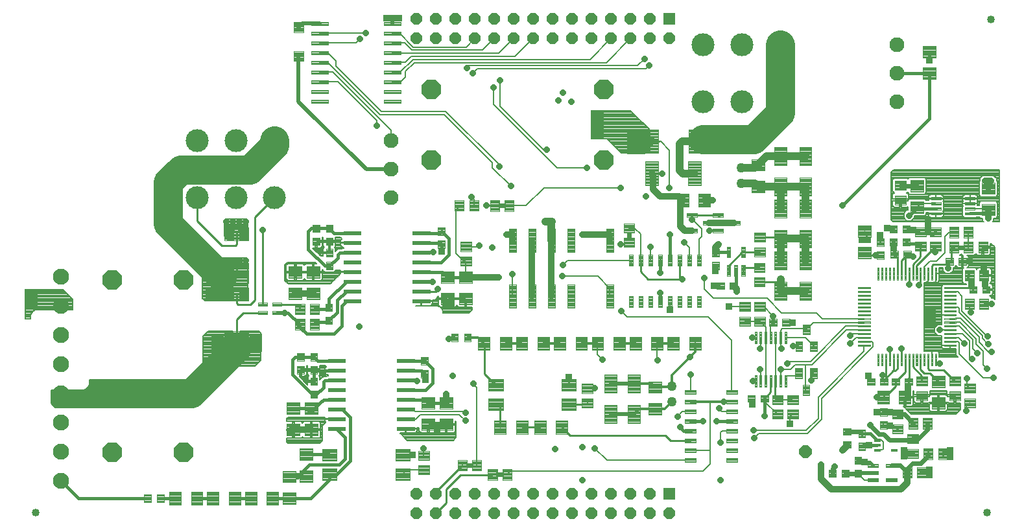
<source format=gtl>
G75*
%MOIN*%
%OFA0B0*%
%FSLAX25Y25*%
%IPPOS*%
%LPD*%
%AMOC8*
5,1,8,0,0,1.08239X$1,22.5*
%
%ADD10R,0.05906X0.05906*%
%ADD11OC8,0.05906*%
%ADD12C,0.08268*%
%ADD13C,0.04000*%
%ADD14C,0.00378*%
%ADD15C,0.00396*%
%ADD16C,0.00386*%
%ADD17OC8,0.06496*%
%ADD18C,0.00394*%
%ADD19C,0.00400*%
%ADD20C,0.00425*%
%ADD21OC8,0.10000*%
%ADD22C,0.00409*%
%ADD23C,0.11811*%
%ADD24C,0.07677*%
%ADD25C,0.05000*%
%ADD26C,0.00406*%
%ADD27C,0.00408*%
%ADD28C,0.00402*%
%ADD29C,0.00100*%
%ADD30R,0.03175X0.03175*%
%ADD31C,0.01000*%
%ADD32C,0.01600*%
%ADD33C,0.02400*%
%ADD34C,0.00800*%
%ADD35C,0.02000*%
%ADD36OC8,0.03175*%
%ADD37C,0.04000*%
%ADD38C,0.01200*%
%ADD39C,0.03200*%
%ADD40C,0.15000*%
%ADD41C,0.00850*%
D10*
X0345473Y0038461D03*
X0345473Y0282713D03*
D11*
X0335473Y0282713D03*
X0325473Y0282713D03*
X0315473Y0282713D03*
X0305473Y0282713D03*
X0295473Y0282713D03*
X0285473Y0282713D03*
X0275473Y0282713D03*
X0265473Y0282713D03*
X0255473Y0282713D03*
X0245473Y0282713D03*
X0235473Y0282713D03*
X0225473Y0282713D03*
X0215473Y0282713D03*
X0215473Y0272713D03*
X0225473Y0272713D03*
X0235473Y0272713D03*
X0245473Y0272713D03*
X0255473Y0272713D03*
X0265473Y0272713D03*
X0275473Y0272713D03*
X0285473Y0272713D03*
X0295473Y0272713D03*
X0305473Y0272713D03*
X0315473Y0272713D03*
X0325473Y0272713D03*
X0335473Y0272713D03*
X0345473Y0272713D03*
X0335473Y0038461D03*
X0325473Y0038461D03*
X0315473Y0038461D03*
X0305473Y0038461D03*
X0295473Y0038461D03*
X0285473Y0038461D03*
X0275473Y0038461D03*
X0265473Y0038461D03*
X0255473Y0038461D03*
X0245473Y0038461D03*
X0235473Y0038461D03*
X0225473Y0038461D03*
X0215473Y0038461D03*
X0215473Y0028461D03*
X0225473Y0028461D03*
X0235473Y0028461D03*
X0245473Y0028461D03*
X0255473Y0028461D03*
X0265473Y0028461D03*
X0275473Y0028461D03*
X0285473Y0028461D03*
X0295473Y0028461D03*
X0305473Y0028461D03*
X0315473Y0028461D03*
X0325473Y0028461D03*
X0335473Y0028461D03*
X0345473Y0028461D03*
D12*
X0032796Y0045016D03*
X0032796Y0060016D03*
X0032796Y0075016D03*
X0032796Y0090016D03*
X0032796Y0105016D03*
X0032796Y0120016D03*
X0032796Y0135016D03*
X0032796Y0150016D03*
D13*
X0019804Y0028618D03*
X0508780Y0028618D03*
X0510749Y0282555D03*
D14*
X0482353Y0268703D02*
X0482353Y0262783D01*
X0475645Y0262783D01*
X0475645Y0268703D01*
X0482353Y0268703D01*
X0482353Y0263160D02*
X0475645Y0263160D01*
X0475645Y0263537D02*
X0482353Y0263537D01*
X0482353Y0263914D02*
X0475645Y0263914D01*
X0475645Y0264291D02*
X0482353Y0264291D01*
X0482353Y0264668D02*
X0475645Y0264668D01*
X0475645Y0265045D02*
X0482353Y0265045D01*
X0482353Y0265422D02*
X0475645Y0265422D01*
X0475645Y0265799D02*
X0482353Y0265799D01*
X0482353Y0266176D02*
X0475645Y0266176D01*
X0475645Y0266553D02*
X0482353Y0266553D01*
X0482353Y0266930D02*
X0475645Y0266930D01*
X0475645Y0267307D02*
X0482353Y0267307D01*
X0482353Y0267684D02*
X0475645Y0267684D01*
X0475645Y0268061D02*
X0482353Y0268061D01*
X0482353Y0268438D02*
X0475645Y0268438D01*
X0482353Y0257679D02*
X0482353Y0251759D01*
X0475645Y0251759D01*
X0475645Y0257679D01*
X0482353Y0257679D01*
X0482353Y0252136D02*
X0475645Y0252136D01*
X0475645Y0252513D02*
X0482353Y0252513D01*
X0482353Y0252890D02*
X0475645Y0252890D01*
X0475645Y0253267D02*
X0482353Y0253267D01*
X0482353Y0253644D02*
X0475645Y0253644D01*
X0475645Y0254021D02*
X0482353Y0254021D01*
X0482353Y0254398D02*
X0475645Y0254398D01*
X0475645Y0254775D02*
X0482353Y0254775D01*
X0482353Y0255152D02*
X0475645Y0255152D01*
X0475645Y0255529D02*
X0482353Y0255529D01*
X0482353Y0255906D02*
X0475645Y0255906D01*
X0475645Y0256283D02*
X0482353Y0256283D01*
X0482353Y0256660D02*
X0475645Y0256660D01*
X0475645Y0257037D02*
X0482353Y0257037D01*
X0482353Y0257414D02*
X0475645Y0257414D01*
X0387789Y0210540D02*
X0387789Y0204620D01*
X0387789Y0210540D02*
X0394509Y0210540D01*
X0394509Y0204620D01*
X0387789Y0204620D01*
X0387789Y0204997D02*
X0394509Y0204997D01*
X0394509Y0205374D02*
X0387789Y0205374D01*
X0387789Y0205751D02*
X0394509Y0205751D01*
X0394509Y0206128D02*
X0387789Y0206128D01*
X0387789Y0206505D02*
X0394509Y0206505D01*
X0394509Y0206882D02*
X0387789Y0206882D01*
X0387789Y0207259D02*
X0394509Y0207259D01*
X0394509Y0207636D02*
X0387789Y0207636D01*
X0387789Y0208013D02*
X0394509Y0208013D01*
X0394509Y0208390D02*
X0387789Y0208390D01*
X0387789Y0208767D02*
X0394509Y0208767D01*
X0394509Y0209144D02*
X0387789Y0209144D01*
X0387789Y0209521D02*
X0394509Y0209521D01*
X0394509Y0209898D02*
X0387789Y0209898D01*
X0387789Y0210275D02*
X0394509Y0210275D01*
X0387789Y0199343D02*
X0387789Y0193423D01*
X0387789Y0199343D02*
X0394509Y0199343D01*
X0394509Y0193423D01*
X0387789Y0193423D01*
X0387789Y0193800D02*
X0394509Y0193800D01*
X0394509Y0194177D02*
X0387789Y0194177D01*
X0387789Y0194554D02*
X0394509Y0194554D01*
X0394509Y0194931D02*
X0387789Y0194931D01*
X0387789Y0195308D02*
X0394509Y0195308D01*
X0394509Y0195685D02*
X0387789Y0195685D01*
X0387789Y0196062D02*
X0394509Y0196062D01*
X0394509Y0196439D02*
X0387789Y0196439D01*
X0387789Y0196816D02*
X0394509Y0196816D01*
X0394509Y0197193D02*
X0387789Y0197193D01*
X0387789Y0197570D02*
X0394509Y0197570D01*
X0394509Y0197947D02*
X0387789Y0197947D01*
X0387789Y0198324D02*
X0394509Y0198324D01*
X0394509Y0198701D02*
X0387789Y0198701D01*
X0387789Y0199078D02*
X0394509Y0199078D01*
X0366457Y0186021D02*
X0360537Y0186021D01*
X0360537Y0192741D01*
X0366457Y0192741D01*
X0366457Y0186021D01*
X0366457Y0186398D02*
X0360537Y0186398D01*
X0360537Y0186775D02*
X0366457Y0186775D01*
X0366457Y0187152D02*
X0360537Y0187152D01*
X0360537Y0187529D02*
X0366457Y0187529D01*
X0366457Y0187906D02*
X0360537Y0187906D01*
X0360537Y0188283D02*
X0366457Y0188283D01*
X0366457Y0188660D02*
X0360537Y0188660D01*
X0360537Y0189037D02*
X0366457Y0189037D01*
X0366457Y0189414D02*
X0360537Y0189414D01*
X0360537Y0189791D02*
X0366457Y0189791D01*
X0366457Y0190168D02*
X0360537Y0190168D01*
X0360537Y0190545D02*
X0366457Y0190545D01*
X0366457Y0190922D02*
X0360537Y0190922D01*
X0360537Y0191299D02*
X0366457Y0191299D01*
X0366457Y0191676D02*
X0360537Y0191676D01*
X0360537Y0192053D02*
X0366457Y0192053D01*
X0366457Y0192430D02*
X0360537Y0192430D01*
X0355260Y0186021D02*
X0349340Y0186021D01*
X0349340Y0192741D01*
X0355260Y0192741D01*
X0355260Y0186021D01*
X0355260Y0186398D02*
X0349340Y0186398D01*
X0349340Y0186775D02*
X0355260Y0186775D01*
X0355260Y0187152D02*
X0349340Y0187152D01*
X0349340Y0187529D02*
X0355260Y0187529D01*
X0355260Y0187906D02*
X0349340Y0187906D01*
X0349340Y0188283D02*
X0355260Y0188283D01*
X0355260Y0188660D02*
X0349340Y0188660D01*
X0349340Y0189037D02*
X0355260Y0189037D01*
X0355260Y0189414D02*
X0349340Y0189414D01*
X0349340Y0189791D02*
X0355260Y0189791D01*
X0355260Y0190168D02*
X0349340Y0190168D01*
X0349340Y0190545D02*
X0355260Y0190545D01*
X0355260Y0190922D02*
X0349340Y0190922D01*
X0349340Y0191299D02*
X0355260Y0191299D01*
X0355260Y0191676D02*
X0349340Y0191676D01*
X0349340Y0192053D02*
X0355260Y0192053D01*
X0355260Y0192430D02*
X0349340Y0192430D01*
X0449203Y0176453D02*
X0449203Y0170533D01*
X0442495Y0170533D01*
X0442495Y0176453D01*
X0449203Y0176453D01*
X0449203Y0170910D02*
X0442495Y0170910D01*
X0442495Y0171287D02*
X0449203Y0171287D01*
X0449203Y0171664D02*
X0442495Y0171664D01*
X0442495Y0172041D02*
X0449203Y0172041D01*
X0449203Y0172418D02*
X0442495Y0172418D01*
X0442495Y0172795D02*
X0449203Y0172795D01*
X0449203Y0173172D02*
X0442495Y0173172D01*
X0442495Y0173549D02*
X0449203Y0173549D01*
X0449203Y0173926D02*
X0442495Y0173926D01*
X0442495Y0174303D02*
X0449203Y0174303D01*
X0449203Y0174680D02*
X0442495Y0174680D01*
X0442495Y0175057D02*
X0449203Y0175057D01*
X0449203Y0175434D02*
X0442495Y0175434D01*
X0442495Y0175811D02*
X0449203Y0175811D01*
X0449203Y0176188D02*
X0442495Y0176188D01*
X0449203Y0165429D02*
X0449203Y0159509D01*
X0442495Y0159509D01*
X0442495Y0165429D01*
X0449203Y0165429D01*
X0449203Y0159886D02*
X0442495Y0159886D01*
X0442495Y0160263D02*
X0449203Y0160263D01*
X0449203Y0160640D02*
X0442495Y0160640D01*
X0442495Y0161017D02*
X0449203Y0161017D01*
X0449203Y0161394D02*
X0442495Y0161394D01*
X0442495Y0161771D02*
X0449203Y0161771D01*
X0449203Y0162148D02*
X0442495Y0162148D01*
X0442495Y0162525D02*
X0449203Y0162525D01*
X0449203Y0162902D02*
X0442495Y0162902D01*
X0442495Y0163279D02*
X0449203Y0163279D01*
X0449203Y0163656D02*
X0442495Y0163656D01*
X0442495Y0164033D02*
X0449203Y0164033D01*
X0449203Y0164410D02*
X0442495Y0164410D01*
X0442495Y0164787D02*
X0449203Y0164787D01*
X0449203Y0165164D02*
X0442495Y0165164D01*
X0476103Y0182809D02*
X0476103Y0188729D01*
X0476103Y0182809D02*
X0469395Y0182809D01*
X0469395Y0188729D01*
X0476103Y0188729D01*
X0476103Y0183186D02*
X0469395Y0183186D01*
X0469395Y0183563D02*
X0476103Y0183563D01*
X0476103Y0183940D02*
X0469395Y0183940D01*
X0469395Y0184317D02*
X0476103Y0184317D01*
X0476103Y0184694D02*
X0469395Y0184694D01*
X0469395Y0185071D02*
X0476103Y0185071D01*
X0476103Y0185448D02*
X0469395Y0185448D01*
X0469395Y0185825D02*
X0476103Y0185825D01*
X0476103Y0186202D02*
X0469395Y0186202D01*
X0469395Y0186579D02*
X0476103Y0186579D01*
X0476103Y0186956D02*
X0469395Y0186956D01*
X0469395Y0187333D02*
X0476103Y0187333D01*
X0476103Y0187710D02*
X0469395Y0187710D01*
X0469395Y0188087D02*
X0476103Y0188087D01*
X0476103Y0188464D02*
X0469395Y0188464D01*
X0476103Y0193833D02*
X0476103Y0199753D01*
X0476103Y0193833D02*
X0469395Y0193833D01*
X0469395Y0199753D01*
X0476103Y0199753D01*
X0476103Y0194210D02*
X0469395Y0194210D01*
X0469395Y0194587D02*
X0476103Y0194587D01*
X0476103Y0194964D02*
X0469395Y0194964D01*
X0469395Y0195341D02*
X0476103Y0195341D01*
X0476103Y0195718D02*
X0469395Y0195718D01*
X0469395Y0196095D02*
X0476103Y0196095D01*
X0476103Y0196472D02*
X0469395Y0196472D01*
X0469395Y0196849D02*
X0476103Y0196849D01*
X0476103Y0197226D02*
X0469395Y0197226D01*
X0469395Y0197603D02*
X0476103Y0197603D01*
X0476103Y0197980D02*
X0469395Y0197980D01*
X0469395Y0198357D02*
X0476103Y0198357D01*
X0476103Y0198734D02*
X0469395Y0198734D01*
X0469395Y0199111D02*
X0476103Y0199111D01*
X0476103Y0199488D02*
X0469395Y0199488D01*
X0512703Y0198553D02*
X0512703Y0192633D01*
X0505995Y0192633D01*
X0505995Y0198553D01*
X0512703Y0198553D01*
X0512703Y0193010D02*
X0505995Y0193010D01*
X0505995Y0193387D02*
X0512703Y0193387D01*
X0512703Y0193764D02*
X0505995Y0193764D01*
X0505995Y0194141D02*
X0512703Y0194141D01*
X0512703Y0194518D02*
X0505995Y0194518D01*
X0505995Y0194895D02*
X0512703Y0194895D01*
X0512703Y0195272D02*
X0505995Y0195272D01*
X0505995Y0195649D02*
X0512703Y0195649D01*
X0512703Y0196026D02*
X0505995Y0196026D01*
X0505995Y0196403D02*
X0512703Y0196403D01*
X0512703Y0196780D02*
X0505995Y0196780D01*
X0505995Y0197157D02*
X0512703Y0197157D01*
X0512703Y0197534D02*
X0505995Y0197534D01*
X0505995Y0197911D02*
X0512703Y0197911D01*
X0512703Y0198288D02*
X0505995Y0198288D01*
X0512703Y0187529D02*
X0512703Y0181609D01*
X0505995Y0181609D01*
X0505995Y0187529D01*
X0512703Y0187529D01*
X0512703Y0181986D02*
X0505995Y0181986D01*
X0505995Y0182363D02*
X0512703Y0182363D01*
X0512703Y0182740D02*
X0505995Y0182740D01*
X0505995Y0183117D02*
X0512703Y0183117D01*
X0512703Y0183494D02*
X0505995Y0183494D01*
X0505995Y0183871D02*
X0512703Y0183871D01*
X0512703Y0184248D02*
X0505995Y0184248D01*
X0505995Y0184625D02*
X0512703Y0184625D01*
X0512703Y0185002D02*
X0505995Y0185002D01*
X0505995Y0185379D02*
X0512703Y0185379D01*
X0512703Y0185756D02*
X0505995Y0185756D01*
X0505995Y0186133D02*
X0512703Y0186133D01*
X0512703Y0186510D02*
X0505995Y0186510D01*
X0505995Y0186887D02*
X0512703Y0186887D01*
X0512703Y0187264D02*
X0505995Y0187264D01*
X0361657Y0119191D02*
X0355737Y0119191D01*
X0361657Y0119191D02*
X0361657Y0112471D01*
X0355737Y0112471D01*
X0355737Y0119191D01*
X0355737Y0112848D02*
X0361657Y0112848D01*
X0361657Y0113225D02*
X0355737Y0113225D01*
X0355737Y0113602D02*
X0361657Y0113602D01*
X0361657Y0113979D02*
X0355737Y0113979D01*
X0355737Y0114356D02*
X0361657Y0114356D01*
X0361657Y0114733D02*
X0355737Y0114733D01*
X0355737Y0115110D02*
X0361657Y0115110D01*
X0361657Y0115487D02*
X0355737Y0115487D01*
X0355737Y0115864D02*
X0361657Y0115864D01*
X0361657Y0116241D02*
X0355737Y0116241D01*
X0355737Y0116618D02*
X0361657Y0116618D01*
X0361657Y0116995D02*
X0355737Y0116995D01*
X0355737Y0117372D02*
X0361657Y0117372D01*
X0361657Y0117749D02*
X0355737Y0117749D01*
X0355737Y0118126D02*
X0361657Y0118126D01*
X0361657Y0118503D02*
X0355737Y0118503D01*
X0355737Y0118880D02*
X0361657Y0118880D01*
X0350460Y0119191D02*
X0344540Y0119191D01*
X0350460Y0119191D02*
X0350460Y0112471D01*
X0344540Y0112471D01*
X0344540Y0119191D01*
X0344540Y0112848D02*
X0350460Y0112848D01*
X0350460Y0113225D02*
X0344540Y0113225D01*
X0344540Y0113602D02*
X0350460Y0113602D01*
X0350460Y0113979D02*
X0344540Y0113979D01*
X0344540Y0114356D02*
X0350460Y0114356D01*
X0350460Y0114733D02*
X0344540Y0114733D01*
X0344540Y0115110D02*
X0350460Y0115110D01*
X0350460Y0115487D02*
X0344540Y0115487D01*
X0344540Y0115864D02*
X0350460Y0115864D01*
X0350460Y0116241D02*
X0344540Y0116241D01*
X0344540Y0116618D02*
X0350460Y0116618D01*
X0350460Y0116995D02*
X0344540Y0116995D01*
X0344540Y0117372D02*
X0350460Y0117372D01*
X0350460Y0117749D02*
X0344540Y0117749D01*
X0344540Y0118126D02*
X0350460Y0118126D01*
X0350460Y0118503D02*
X0344540Y0118503D01*
X0344540Y0118880D02*
X0350460Y0118880D01*
X0342157Y0119191D02*
X0336237Y0119191D01*
X0342157Y0119191D02*
X0342157Y0112471D01*
X0336237Y0112471D01*
X0336237Y0119191D01*
X0336237Y0112848D02*
X0342157Y0112848D01*
X0342157Y0113225D02*
X0336237Y0113225D01*
X0336237Y0113602D02*
X0342157Y0113602D01*
X0342157Y0113979D02*
X0336237Y0113979D01*
X0336237Y0114356D02*
X0342157Y0114356D01*
X0342157Y0114733D02*
X0336237Y0114733D01*
X0336237Y0115110D02*
X0342157Y0115110D01*
X0342157Y0115487D02*
X0336237Y0115487D01*
X0336237Y0115864D02*
X0342157Y0115864D01*
X0342157Y0116241D02*
X0336237Y0116241D01*
X0336237Y0116618D02*
X0342157Y0116618D01*
X0342157Y0116995D02*
X0336237Y0116995D01*
X0336237Y0117372D02*
X0342157Y0117372D01*
X0342157Y0117749D02*
X0336237Y0117749D01*
X0336237Y0118126D02*
X0342157Y0118126D01*
X0342157Y0118503D02*
X0336237Y0118503D01*
X0336237Y0118880D02*
X0342157Y0118880D01*
X0330960Y0119191D02*
X0325040Y0119191D01*
X0330960Y0119191D02*
X0330960Y0112471D01*
X0325040Y0112471D01*
X0325040Y0119191D01*
X0325040Y0112848D02*
X0330960Y0112848D01*
X0330960Y0113225D02*
X0325040Y0113225D01*
X0325040Y0113602D02*
X0330960Y0113602D01*
X0330960Y0113979D02*
X0325040Y0113979D01*
X0325040Y0114356D02*
X0330960Y0114356D01*
X0330960Y0114733D02*
X0325040Y0114733D01*
X0325040Y0115110D02*
X0330960Y0115110D01*
X0330960Y0115487D02*
X0325040Y0115487D01*
X0325040Y0115864D02*
X0330960Y0115864D01*
X0330960Y0116241D02*
X0325040Y0116241D01*
X0325040Y0116618D02*
X0330960Y0116618D01*
X0330960Y0116995D02*
X0325040Y0116995D01*
X0325040Y0117372D02*
X0330960Y0117372D01*
X0330960Y0117749D02*
X0325040Y0117749D01*
X0325040Y0118126D02*
X0330960Y0118126D01*
X0330960Y0118503D02*
X0325040Y0118503D01*
X0325040Y0118880D02*
X0330960Y0118880D01*
X0322707Y0119191D02*
X0316787Y0119191D01*
X0322707Y0119191D02*
X0322707Y0112471D01*
X0316787Y0112471D01*
X0316787Y0119191D01*
X0316787Y0112848D02*
X0322707Y0112848D01*
X0322707Y0113225D02*
X0316787Y0113225D01*
X0316787Y0113602D02*
X0322707Y0113602D01*
X0322707Y0113979D02*
X0316787Y0113979D01*
X0316787Y0114356D02*
X0322707Y0114356D01*
X0322707Y0114733D02*
X0316787Y0114733D01*
X0316787Y0115110D02*
X0322707Y0115110D01*
X0322707Y0115487D02*
X0316787Y0115487D01*
X0316787Y0115864D02*
X0322707Y0115864D01*
X0322707Y0116241D02*
X0316787Y0116241D01*
X0316787Y0116618D02*
X0322707Y0116618D01*
X0322707Y0116995D02*
X0316787Y0116995D01*
X0316787Y0117372D02*
X0322707Y0117372D01*
X0322707Y0117749D02*
X0316787Y0117749D01*
X0316787Y0118126D02*
X0322707Y0118126D01*
X0322707Y0118503D02*
X0316787Y0118503D01*
X0316787Y0118880D02*
X0322707Y0118880D01*
X0311510Y0119191D02*
X0305590Y0119191D01*
X0311510Y0119191D02*
X0311510Y0112471D01*
X0305590Y0112471D01*
X0305590Y0119191D01*
X0305590Y0112848D02*
X0311510Y0112848D01*
X0311510Y0113225D02*
X0305590Y0113225D01*
X0305590Y0113602D02*
X0311510Y0113602D01*
X0311510Y0113979D02*
X0305590Y0113979D01*
X0305590Y0114356D02*
X0311510Y0114356D01*
X0311510Y0114733D02*
X0305590Y0114733D01*
X0305590Y0115110D02*
X0311510Y0115110D01*
X0311510Y0115487D02*
X0305590Y0115487D01*
X0305590Y0115864D02*
X0311510Y0115864D01*
X0311510Y0116241D02*
X0305590Y0116241D01*
X0305590Y0116618D02*
X0311510Y0116618D01*
X0311510Y0116995D02*
X0305590Y0116995D01*
X0305590Y0117372D02*
X0311510Y0117372D01*
X0311510Y0117749D02*
X0305590Y0117749D01*
X0305590Y0118126D02*
X0311510Y0118126D01*
X0311510Y0118503D02*
X0305590Y0118503D01*
X0305590Y0118880D02*
X0311510Y0118880D01*
X0303207Y0119191D02*
X0297287Y0119191D01*
X0303207Y0119191D02*
X0303207Y0112471D01*
X0297287Y0112471D01*
X0297287Y0119191D01*
X0297287Y0112848D02*
X0303207Y0112848D01*
X0303207Y0113225D02*
X0297287Y0113225D01*
X0297287Y0113602D02*
X0303207Y0113602D01*
X0303207Y0113979D02*
X0297287Y0113979D01*
X0297287Y0114356D02*
X0303207Y0114356D01*
X0303207Y0114733D02*
X0297287Y0114733D01*
X0297287Y0115110D02*
X0303207Y0115110D01*
X0303207Y0115487D02*
X0297287Y0115487D01*
X0297287Y0115864D02*
X0303207Y0115864D01*
X0303207Y0116241D02*
X0297287Y0116241D01*
X0297287Y0116618D02*
X0303207Y0116618D01*
X0303207Y0116995D02*
X0297287Y0116995D01*
X0297287Y0117372D02*
X0303207Y0117372D01*
X0303207Y0117749D02*
X0297287Y0117749D01*
X0297287Y0118126D02*
X0303207Y0118126D01*
X0303207Y0118503D02*
X0297287Y0118503D01*
X0297287Y0118880D02*
X0303207Y0118880D01*
X0292010Y0119191D02*
X0286090Y0119191D01*
X0292010Y0119191D02*
X0292010Y0112471D01*
X0286090Y0112471D01*
X0286090Y0119191D01*
X0286090Y0112848D02*
X0292010Y0112848D01*
X0292010Y0113225D02*
X0286090Y0113225D01*
X0286090Y0113602D02*
X0292010Y0113602D01*
X0292010Y0113979D02*
X0286090Y0113979D01*
X0286090Y0114356D02*
X0292010Y0114356D01*
X0292010Y0114733D02*
X0286090Y0114733D01*
X0286090Y0115110D02*
X0292010Y0115110D01*
X0292010Y0115487D02*
X0286090Y0115487D01*
X0286090Y0115864D02*
X0292010Y0115864D01*
X0292010Y0116241D02*
X0286090Y0116241D01*
X0286090Y0116618D02*
X0292010Y0116618D01*
X0292010Y0116995D02*
X0286090Y0116995D01*
X0286090Y0117372D02*
X0292010Y0117372D01*
X0292010Y0117749D02*
X0286090Y0117749D01*
X0286090Y0118126D02*
X0292010Y0118126D01*
X0292010Y0118503D02*
X0286090Y0118503D01*
X0286090Y0118880D02*
X0292010Y0118880D01*
X0283707Y0119191D02*
X0277787Y0119191D01*
X0283707Y0119191D02*
X0283707Y0112471D01*
X0277787Y0112471D01*
X0277787Y0119191D01*
X0277787Y0112848D02*
X0283707Y0112848D01*
X0283707Y0113225D02*
X0277787Y0113225D01*
X0277787Y0113602D02*
X0283707Y0113602D01*
X0283707Y0113979D02*
X0277787Y0113979D01*
X0277787Y0114356D02*
X0283707Y0114356D01*
X0283707Y0114733D02*
X0277787Y0114733D01*
X0277787Y0115110D02*
X0283707Y0115110D01*
X0283707Y0115487D02*
X0277787Y0115487D01*
X0277787Y0115864D02*
X0283707Y0115864D01*
X0283707Y0116241D02*
X0277787Y0116241D01*
X0277787Y0116618D02*
X0283707Y0116618D01*
X0283707Y0116995D02*
X0277787Y0116995D01*
X0277787Y0117372D02*
X0283707Y0117372D01*
X0283707Y0117749D02*
X0277787Y0117749D01*
X0277787Y0118126D02*
X0283707Y0118126D01*
X0283707Y0118503D02*
X0277787Y0118503D01*
X0277787Y0118880D02*
X0283707Y0118880D01*
X0272510Y0119191D02*
X0266590Y0119191D01*
X0272510Y0119191D02*
X0272510Y0112471D01*
X0266590Y0112471D01*
X0266590Y0119191D01*
X0266590Y0112848D02*
X0272510Y0112848D01*
X0272510Y0113225D02*
X0266590Y0113225D01*
X0266590Y0113602D02*
X0272510Y0113602D01*
X0272510Y0113979D02*
X0266590Y0113979D01*
X0266590Y0114356D02*
X0272510Y0114356D01*
X0272510Y0114733D02*
X0266590Y0114733D01*
X0266590Y0115110D02*
X0272510Y0115110D01*
X0272510Y0115487D02*
X0266590Y0115487D01*
X0266590Y0115864D02*
X0272510Y0115864D01*
X0272510Y0116241D02*
X0266590Y0116241D01*
X0266590Y0116618D02*
X0272510Y0116618D01*
X0272510Y0116995D02*
X0266590Y0116995D01*
X0266590Y0117372D02*
X0272510Y0117372D01*
X0272510Y0117749D02*
X0266590Y0117749D01*
X0266590Y0118126D02*
X0272510Y0118126D01*
X0272510Y0118503D02*
X0266590Y0118503D01*
X0266590Y0118880D02*
X0272510Y0118880D01*
X0264257Y0119191D02*
X0258337Y0119191D01*
X0264257Y0119191D02*
X0264257Y0112471D01*
X0258337Y0112471D01*
X0258337Y0119191D01*
X0258337Y0112848D02*
X0264257Y0112848D01*
X0264257Y0113225D02*
X0258337Y0113225D01*
X0258337Y0113602D02*
X0264257Y0113602D01*
X0264257Y0113979D02*
X0258337Y0113979D01*
X0258337Y0114356D02*
X0264257Y0114356D01*
X0264257Y0114733D02*
X0258337Y0114733D01*
X0258337Y0115110D02*
X0264257Y0115110D01*
X0264257Y0115487D02*
X0258337Y0115487D01*
X0258337Y0115864D02*
X0264257Y0115864D01*
X0264257Y0116241D02*
X0258337Y0116241D01*
X0258337Y0116618D02*
X0264257Y0116618D01*
X0264257Y0116995D02*
X0258337Y0116995D01*
X0258337Y0117372D02*
X0264257Y0117372D01*
X0264257Y0117749D02*
X0258337Y0117749D01*
X0258337Y0118126D02*
X0264257Y0118126D01*
X0264257Y0118503D02*
X0258337Y0118503D01*
X0258337Y0118880D02*
X0264257Y0118880D01*
X0253060Y0119191D02*
X0247140Y0119191D01*
X0253060Y0119191D02*
X0253060Y0112471D01*
X0247140Y0112471D01*
X0247140Y0119191D01*
X0247140Y0112848D02*
X0253060Y0112848D01*
X0253060Y0113225D02*
X0247140Y0113225D01*
X0247140Y0113602D02*
X0253060Y0113602D01*
X0253060Y0113979D02*
X0247140Y0113979D01*
X0247140Y0114356D02*
X0253060Y0114356D01*
X0253060Y0114733D02*
X0247140Y0114733D01*
X0247140Y0115110D02*
X0253060Y0115110D01*
X0253060Y0115487D02*
X0247140Y0115487D01*
X0247140Y0115864D02*
X0253060Y0115864D01*
X0253060Y0116241D02*
X0247140Y0116241D01*
X0247140Y0116618D02*
X0253060Y0116618D01*
X0253060Y0116995D02*
X0247140Y0116995D01*
X0247140Y0117372D02*
X0253060Y0117372D01*
X0253060Y0117749D02*
X0247140Y0117749D01*
X0247140Y0118126D02*
X0253060Y0118126D01*
X0253060Y0118503D02*
X0247140Y0118503D01*
X0247140Y0118880D02*
X0253060Y0118880D01*
X0237445Y0135859D02*
X0237445Y0141779D01*
X0244153Y0141779D01*
X0244153Y0135859D01*
X0237445Y0135859D01*
X0237445Y0136236D02*
X0244153Y0136236D01*
X0244153Y0136613D02*
X0237445Y0136613D01*
X0237445Y0136990D02*
X0244153Y0136990D01*
X0244153Y0137367D02*
X0237445Y0137367D01*
X0237445Y0137744D02*
X0244153Y0137744D01*
X0244153Y0138121D02*
X0237445Y0138121D01*
X0237445Y0138498D02*
X0244153Y0138498D01*
X0244153Y0138875D02*
X0237445Y0138875D01*
X0237445Y0139252D02*
X0244153Y0139252D01*
X0244153Y0139629D02*
X0237445Y0139629D01*
X0237445Y0140006D02*
X0244153Y0140006D01*
X0244153Y0140383D02*
X0237445Y0140383D01*
X0237445Y0140760D02*
X0244153Y0140760D01*
X0244153Y0141137D02*
X0237445Y0141137D01*
X0237445Y0141514D02*
X0244153Y0141514D01*
X0237445Y0146883D02*
X0237445Y0152803D01*
X0244153Y0152803D01*
X0244153Y0146883D01*
X0237445Y0146883D01*
X0237445Y0147260D02*
X0244153Y0147260D01*
X0244153Y0147637D02*
X0237445Y0147637D01*
X0237445Y0148014D02*
X0244153Y0148014D01*
X0244153Y0148391D02*
X0237445Y0148391D01*
X0237445Y0148768D02*
X0244153Y0148768D01*
X0244153Y0149145D02*
X0237445Y0149145D01*
X0237445Y0149522D02*
X0244153Y0149522D01*
X0244153Y0149899D02*
X0237445Y0149899D01*
X0237445Y0150276D02*
X0244153Y0150276D01*
X0244153Y0150653D02*
X0237445Y0150653D01*
X0237445Y0151030D02*
X0244153Y0151030D01*
X0244153Y0151407D02*
X0237445Y0151407D01*
X0237445Y0151784D02*
X0244153Y0151784D01*
X0244153Y0152161D02*
X0237445Y0152161D01*
X0237445Y0152538D02*
X0244153Y0152538D01*
X0228195Y0152803D02*
X0228195Y0146883D01*
X0228195Y0152803D02*
X0234903Y0152803D01*
X0234903Y0146883D01*
X0228195Y0146883D01*
X0228195Y0147260D02*
X0234903Y0147260D01*
X0234903Y0147637D02*
X0228195Y0147637D01*
X0228195Y0148014D02*
X0234903Y0148014D01*
X0234903Y0148391D02*
X0228195Y0148391D01*
X0228195Y0148768D02*
X0234903Y0148768D01*
X0234903Y0149145D02*
X0228195Y0149145D01*
X0228195Y0149522D02*
X0234903Y0149522D01*
X0234903Y0149899D02*
X0228195Y0149899D01*
X0228195Y0150276D02*
X0234903Y0150276D01*
X0234903Y0150653D02*
X0228195Y0150653D01*
X0228195Y0151030D02*
X0234903Y0151030D01*
X0234903Y0151407D02*
X0228195Y0151407D01*
X0228195Y0151784D02*
X0234903Y0151784D01*
X0234903Y0152161D02*
X0228195Y0152161D01*
X0228195Y0152538D02*
X0234903Y0152538D01*
X0228195Y0141779D02*
X0228195Y0135859D01*
X0228195Y0141779D02*
X0234903Y0141779D01*
X0234903Y0135859D01*
X0228195Y0135859D01*
X0228195Y0136236D02*
X0234903Y0136236D01*
X0234903Y0136613D02*
X0228195Y0136613D01*
X0228195Y0136990D02*
X0234903Y0136990D01*
X0234903Y0137367D02*
X0228195Y0137367D01*
X0228195Y0137744D02*
X0234903Y0137744D01*
X0234903Y0138121D02*
X0228195Y0138121D01*
X0228195Y0138498D02*
X0234903Y0138498D01*
X0234903Y0138875D02*
X0228195Y0138875D01*
X0228195Y0139252D02*
X0234903Y0139252D01*
X0234903Y0139629D02*
X0228195Y0139629D01*
X0228195Y0140006D02*
X0234903Y0140006D01*
X0234903Y0140383D02*
X0228195Y0140383D01*
X0228195Y0140760D02*
X0234903Y0140760D01*
X0234903Y0141137D02*
X0228195Y0141137D01*
X0228195Y0141514D02*
X0234903Y0141514D01*
X0159095Y0144429D02*
X0159095Y0138509D01*
X0159095Y0144429D02*
X0165803Y0144429D01*
X0165803Y0138509D01*
X0159095Y0138509D01*
X0159095Y0138886D02*
X0165803Y0138886D01*
X0165803Y0139263D02*
X0159095Y0139263D01*
X0159095Y0139640D02*
X0165803Y0139640D01*
X0165803Y0140017D02*
X0159095Y0140017D01*
X0159095Y0140394D02*
X0165803Y0140394D01*
X0165803Y0140771D02*
X0159095Y0140771D01*
X0159095Y0141148D02*
X0165803Y0141148D01*
X0165803Y0141525D02*
X0159095Y0141525D01*
X0159095Y0141902D02*
X0165803Y0141902D01*
X0165803Y0142279D02*
X0159095Y0142279D01*
X0159095Y0142656D02*
X0165803Y0142656D01*
X0165803Y0143033D02*
X0159095Y0143033D01*
X0159095Y0143410D02*
X0165803Y0143410D01*
X0165803Y0143787D02*
X0159095Y0143787D01*
X0159095Y0144164D02*
X0165803Y0144164D01*
X0149845Y0144429D02*
X0149845Y0138509D01*
X0149845Y0144429D02*
X0156553Y0144429D01*
X0156553Y0138509D01*
X0149845Y0138509D01*
X0149845Y0138886D02*
X0156553Y0138886D01*
X0156553Y0139263D02*
X0149845Y0139263D01*
X0149845Y0139640D02*
X0156553Y0139640D01*
X0156553Y0140017D02*
X0149845Y0140017D01*
X0149845Y0140394D02*
X0156553Y0140394D01*
X0156553Y0140771D02*
X0149845Y0140771D01*
X0149845Y0141148D02*
X0156553Y0141148D01*
X0156553Y0141525D02*
X0149845Y0141525D01*
X0149845Y0141902D02*
X0156553Y0141902D01*
X0156553Y0142279D02*
X0149845Y0142279D01*
X0149845Y0142656D02*
X0156553Y0142656D01*
X0156553Y0143033D02*
X0149845Y0143033D01*
X0149845Y0143410D02*
X0156553Y0143410D01*
X0156553Y0143787D02*
X0149845Y0143787D01*
X0149845Y0144164D02*
X0156553Y0144164D01*
X0149845Y0149533D02*
X0149845Y0155453D01*
X0156553Y0155453D01*
X0156553Y0149533D01*
X0149845Y0149533D01*
X0149845Y0149910D02*
X0156553Y0149910D01*
X0156553Y0150287D02*
X0149845Y0150287D01*
X0149845Y0150664D02*
X0156553Y0150664D01*
X0156553Y0151041D02*
X0149845Y0151041D01*
X0149845Y0151418D02*
X0156553Y0151418D01*
X0156553Y0151795D02*
X0149845Y0151795D01*
X0149845Y0152172D02*
X0156553Y0152172D01*
X0156553Y0152549D02*
X0149845Y0152549D01*
X0149845Y0152926D02*
X0156553Y0152926D01*
X0156553Y0153303D02*
X0149845Y0153303D01*
X0149845Y0153680D02*
X0156553Y0153680D01*
X0156553Y0154057D02*
X0149845Y0154057D01*
X0149845Y0154434D02*
X0156553Y0154434D01*
X0156553Y0154811D02*
X0149845Y0154811D01*
X0149845Y0155188D02*
X0156553Y0155188D01*
X0159095Y0155453D02*
X0159095Y0149533D01*
X0159095Y0155453D02*
X0165803Y0155453D01*
X0165803Y0149533D01*
X0159095Y0149533D01*
X0159095Y0149910D02*
X0165803Y0149910D01*
X0165803Y0150287D02*
X0159095Y0150287D01*
X0159095Y0150664D02*
X0165803Y0150664D01*
X0165803Y0151041D02*
X0159095Y0151041D01*
X0159095Y0151418D02*
X0165803Y0151418D01*
X0165803Y0151795D02*
X0159095Y0151795D01*
X0159095Y0152172D02*
X0165803Y0152172D01*
X0165803Y0152549D02*
X0159095Y0152549D01*
X0159095Y0152926D02*
X0165803Y0152926D01*
X0165803Y0153303D02*
X0159095Y0153303D01*
X0159095Y0153680D02*
X0165803Y0153680D01*
X0165803Y0154057D02*
X0159095Y0154057D01*
X0159095Y0154434D02*
X0165803Y0154434D01*
X0165803Y0154811D02*
X0159095Y0154811D01*
X0159095Y0155188D02*
X0165803Y0155188D01*
X0252471Y0097341D02*
X0252471Y0091421D01*
X0252471Y0097341D02*
X0259967Y0097341D01*
X0259967Y0091421D01*
X0252471Y0091421D01*
X0252471Y0091798D02*
X0259967Y0091798D01*
X0259967Y0092175D02*
X0252471Y0092175D01*
X0252471Y0092552D02*
X0259967Y0092552D01*
X0259967Y0092929D02*
X0252471Y0092929D01*
X0252471Y0093306D02*
X0259967Y0093306D01*
X0259967Y0093683D02*
X0252471Y0093683D01*
X0252471Y0094060D02*
X0259967Y0094060D01*
X0259967Y0094437D02*
X0252471Y0094437D01*
X0252471Y0094814D02*
X0259967Y0094814D01*
X0259967Y0095191D02*
X0252471Y0095191D01*
X0252471Y0095568D02*
X0259967Y0095568D01*
X0259967Y0095945D02*
X0252471Y0095945D01*
X0252471Y0096322D02*
X0259967Y0096322D01*
X0259967Y0096699D02*
X0252471Y0096699D01*
X0252471Y0097076D02*
X0259967Y0097076D01*
X0252471Y0087341D02*
X0252471Y0081421D01*
X0252471Y0087341D02*
X0259967Y0087341D01*
X0259967Y0081421D01*
X0252471Y0081421D01*
X0252471Y0081798D02*
X0259967Y0081798D01*
X0259967Y0082175D02*
X0252471Y0082175D01*
X0252471Y0082552D02*
X0259967Y0082552D01*
X0259967Y0082929D02*
X0252471Y0082929D01*
X0252471Y0083306D02*
X0259967Y0083306D01*
X0259967Y0083683D02*
X0252471Y0083683D01*
X0252471Y0084060D02*
X0259967Y0084060D01*
X0259967Y0084437D02*
X0252471Y0084437D01*
X0252471Y0084814D02*
X0259967Y0084814D01*
X0259967Y0085191D02*
X0252471Y0085191D01*
X0252471Y0085568D02*
X0259967Y0085568D01*
X0259967Y0085945D02*
X0252471Y0085945D01*
X0252471Y0086322D02*
X0259967Y0086322D01*
X0259967Y0086699D02*
X0252471Y0086699D01*
X0252471Y0087076D02*
X0259967Y0087076D01*
X0261460Y0075941D02*
X0255540Y0075941D01*
X0261460Y0075941D02*
X0261460Y0069221D01*
X0255540Y0069221D01*
X0255540Y0075941D01*
X0255540Y0069598D02*
X0261460Y0069598D01*
X0261460Y0069975D02*
X0255540Y0069975D01*
X0255540Y0070352D02*
X0261460Y0070352D01*
X0261460Y0070729D02*
X0255540Y0070729D01*
X0255540Y0071106D02*
X0261460Y0071106D01*
X0261460Y0071483D02*
X0255540Y0071483D01*
X0255540Y0071860D02*
X0261460Y0071860D01*
X0261460Y0072237D02*
X0255540Y0072237D01*
X0255540Y0072614D02*
X0261460Y0072614D01*
X0261460Y0072991D02*
X0255540Y0072991D01*
X0255540Y0073368D02*
X0261460Y0073368D01*
X0261460Y0073745D02*
X0255540Y0073745D01*
X0255540Y0074122D02*
X0261460Y0074122D01*
X0261460Y0074499D02*
X0255540Y0074499D01*
X0255540Y0074876D02*
X0261460Y0074876D01*
X0261460Y0075253D02*
X0255540Y0075253D01*
X0255540Y0075630D02*
X0261460Y0075630D01*
X0266737Y0075941D02*
X0272657Y0075941D01*
X0272657Y0069221D01*
X0266737Y0069221D01*
X0266737Y0075941D01*
X0266737Y0069598D02*
X0272657Y0069598D01*
X0272657Y0069975D02*
X0266737Y0069975D01*
X0266737Y0070352D02*
X0272657Y0070352D01*
X0272657Y0070729D02*
X0266737Y0070729D01*
X0266737Y0071106D02*
X0272657Y0071106D01*
X0272657Y0071483D02*
X0266737Y0071483D01*
X0266737Y0071860D02*
X0272657Y0071860D01*
X0272657Y0072237D02*
X0266737Y0072237D01*
X0266737Y0072614D02*
X0272657Y0072614D01*
X0272657Y0072991D02*
X0266737Y0072991D01*
X0266737Y0073368D02*
X0272657Y0073368D01*
X0272657Y0073745D02*
X0266737Y0073745D01*
X0266737Y0074122D02*
X0272657Y0074122D01*
X0272657Y0074499D02*
X0266737Y0074499D01*
X0266737Y0074876D02*
X0272657Y0074876D01*
X0272657Y0075253D02*
X0266737Y0075253D01*
X0266737Y0075630D02*
X0272657Y0075630D01*
X0276040Y0075941D02*
X0281960Y0075941D01*
X0281960Y0069221D01*
X0276040Y0069221D01*
X0276040Y0075941D01*
X0276040Y0069598D02*
X0281960Y0069598D01*
X0281960Y0069975D02*
X0276040Y0069975D01*
X0276040Y0070352D02*
X0281960Y0070352D01*
X0281960Y0070729D02*
X0276040Y0070729D01*
X0276040Y0071106D02*
X0281960Y0071106D01*
X0281960Y0071483D02*
X0276040Y0071483D01*
X0276040Y0071860D02*
X0281960Y0071860D01*
X0281960Y0072237D02*
X0276040Y0072237D01*
X0276040Y0072614D02*
X0281960Y0072614D01*
X0281960Y0072991D02*
X0276040Y0072991D01*
X0276040Y0073368D02*
X0281960Y0073368D01*
X0281960Y0073745D02*
X0276040Y0073745D01*
X0276040Y0074122D02*
X0281960Y0074122D01*
X0281960Y0074499D02*
X0276040Y0074499D01*
X0276040Y0074876D02*
X0281960Y0074876D01*
X0281960Y0075253D02*
X0276040Y0075253D01*
X0276040Y0075630D02*
X0281960Y0075630D01*
X0287237Y0075941D02*
X0293157Y0075941D01*
X0293157Y0069221D01*
X0287237Y0069221D01*
X0287237Y0075941D01*
X0287237Y0069598D02*
X0293157Y0069598D01*
X0293157Y0069975D02*
X0287237Y0069975D01*
X0287237Y0070352D02*
X0293157Y0070352D01*
X0293157Y0070729D02*
X0287237Y0070729D01*
X0287237Y0071106D02*
X0293157Y0071106D01*
X0293157Y0071483D02*
X0287237Y0071483D01*
X0287237Y0071860D02*
X0293157Y0071860D01*
X0293157Y0072237D02*
X0287237Y0072237D01*
X0287237Y0072614D02*
X0293157Y0072614D01*
X0293157Y0072991D02*
X0287237Y0072991D01*
X0287237Y0073368D02*
X0293157Y0073368D01*
X0293157Y0073745D02*
X0287237Y0073745D01*
X0287237Y0074122D02*
X0293157Y0074122D01*
X0293157Y0074499D02*
X0287237Y0074499D01*
X0287237Y0074876D02*
X0293157Y0074876D01*
X0293157Y0075253D02*
X0287237Y0075253D01*
X0287237Y0075630D02*
X0293157Y0075630D01*
X0297526Y0081421D02*
X0297526Y0087341D01*
X0297526Y0081421D02*
X0290030Y0081421D01*
X0290030Y0087341D01*
X0297526Y0087341D01*
X0297526Y0081798D02*
X0290030Y0081798D01*
X0290030Y0082175D02*
X0297526Y0082175D01*
X0297526Y0082552D02*
X0290030Y0082552D01*
X0290030Y0082929D02*
X0297526Y0082929D01*
X0297526Y0083306D02*
X0290030Y0083306D01*
X0290030Y0083683D02*
X0297526Y0083683D01*
X0297526Y0084060D02*
X0290030Y0084060D01*
X0290030Y0084437D02*
X0297526Y0084437D01*
X0297526Y0084814D02*
X0290030Y0084814D01*
X0290030Y0085191D02*
X0297526Y0085191D01*
X0297526Y0085568D02*
X0290030Y0085568D01*
X0290030Y0085945D02*
X0297526Y0085945D01*
X0297526Y0086322D02*
X0290030Y0086322D01*
X0290030Y0086699D02*
X0297526Y0086699D01*
X0297526Y0087076D02*
X0290030Y0087076D01*
X0297526Y0091421D02*
X0297526Y0097341D01*
X0297526Y0091421D02*
X0290030Y0091421D01*
X0290030Y0097341D01*
X0297526Y0097341D01*
X0297526Y0091798D02*
X0290030Y0091798D01*
X0290030Y0092175D02*
X0297526Y0092175D01*
X0297526Y0092552D02*
X0290030Y0092552D01*
X0290030Y0092929D02*
X0297526Y0092929D01*
X0297526Y0093306D02*
X0290030Y0093306D01*
X0290030Y0093683D02*
X0297526Y0093683D01*
X0297526Y0094060D02*
X0290030Y0094060D01*
X0290030Y0094437D02*
X0297526Y0094437D01*
X0297526Y0094814D02*
X0290030Y0094814D01*
X0290030Y0095191D02*
X0297526Y0095191D01*
X0297526Y0095568D02*
X0290030Y0095568D01*
X0290030Y0095945D02*
X0297526Y0095945D01*
X0297526Y0096322D02*
X0290030Y0096322D01*
X0290030Y0096699D02*
X0297526Y0096699D01*
X0297526Y0097076D02*
X0290030Y0097076D01*
X0341309Y0096240D02*
X0341309Y0090320D01*
X0334589Y0090320D01*
X0334589Y0096240D01*
X0341309Y0096240D01*
X0341309Y0090697D02*
X0334589Y0090697D01*
X0334589Y0091074D02*
X0341309Y0091074D01*
X0341309Y0091451D02*
X0334589Y0091451D01*
X0334589Y0091828D02*
X0341309Y0091828D01*
X0341309Y0092205D02*
X0334589Y0092205D01*
X0334589Y0092582D02*
X0341309Y0092582D01*
X0341309Y0092959D02*
X0334589Y0092959D01*
X0334589Y0093336D02*
X0341309Y0093336D01*
X0341309Y0093713D02*
X0334589Y0093713D01*
X0334589Y0094090D02*
X0341309Y0094090D01*
X0341309Y0094467D02*
X0334589Y0094467D01*
X0334589Y0094844D02*
X0341309Y0094844D01*
X0341309Y0095221D02*
X0334589Y0095221D01*
X0334589Y0095598D02*
X0341309Y0095598D01*
X0341309Y0095975D02*
X0334589Y0095975D01*
X0341309Y0085043D02*
X0341309Y0079123D01*
X0334589Y0079123D01*
X0334589Y0085043D01*
X0341309Y0085043D01*
X0341309Y0079500D02*
X0334589Y0079500D01*
X0334589Y0079877D02*
X0341309Y0079877D01*
X0341309Y0080254D02*
X0334589Y0080254D01*
X0334589Y0080631D02*
X0341309Y0080631D01*
X0341309Y0081008D02*
X0334589Y0081008D01*
X0334589Y0081385D02*
X0341309Y0081385D01*
X0341309Y0081762D02*
X0334589Y0081762D01*
X0334589Y0082139D02*
X0341309Y0082139D01*
X0341309Y0082516D02*
X0334589Y0082516D01*
X0334589Y0082893D02*
X0341309Y0082893D01*
X0341309Y0083270D02*
X0334589Y0083270D01*
X0334589Y0083647D02*
X0341309Y0083647D01*
X0341309Y0084024D02*
X0334589Y0084024D01*
X0334589Y0084401D02*
X0341309Y0084401D01*
X0341309Y0084778D02*
X0334589Y0084778D01*
X0227445Y0082233D02*
X0227445Y0088153D01*
X0234153Y0088153D01*
X0234153Y0082233D01*
X0227445Y0082233D01*
X0227445Y0082610D02*
X0234153Y0082610D01*
X0234153Y0082987D02*
X0227445Y0082987D01*
X0227445Y0083364D02*
X0234153Y0083364D01*
X0234153Y0083741D02*
X0227445Y0083741D01*
X0227445Y0084118D02*
X0234153Y0084118D01*
X0234153Y0084495D02*
X0227445Y0084495D01*
X0227445Y0084872D02*
X0234153Y0084872D01*
X0234153Y0085249D02*
X0227445Y0085249D01*
X0227445Y0085626D02*
X0234153Y0085626D01*
X0234153Y0086003D02*
X0227445Y0086003D01*
X0227445Y0086380D02*
X0234153Y0086380D01*
X0234153Y0086757D02*
X0227445Y0086757D01*
X0227445Y0087134D02*
X0234153Y0087134D01*
X0234153Y0087511D02*
X0227445Y0087511D01*
X0227445Y0087888D02*
X0234153Y0087888D01*
X0218195Y0088153D02*
X0218195Y0082233D01*
X0218195Y0088153D02*
X0224903Y0088153D01*
X0224903Y0082233D01*
X0218195Y0082233D01*
X0218195Y0082610D02*
X0224903Y0082610D01*
X0224903Y0082987D02*
X0218195Y0082987D01*
X0218195Y0083364D02*
X0224903Y0083364D01*
X0224903Y0083741D02*
X0218195Y0083741D01*
X0218195Y0084118D02*
X0224903Y0084118D01*
X0224903Y0084495D02*
X0218195Y0084495D01*
X0218195Y0084872D02*
X0224903Y0084872D01*
X0224903Y0085249D02*
X0218195Y0085249D01*
X0218195Y0085626D02*
X0224903Y0085626D01*
X0224903Y0086003D02*
X0218195Y0086003D01*
X0218195Y0086380D02*
X0224903Y0086380D01*
X0224903Y0086757D02*
X0218195Y0086757D01*
X0218195Y0087134D02*
X0224903Y0087134D01*
X0224903Y0087511D02*
X0218195Y0087511D01*
X0218195Y0087888D02*
X0224903Y0087888D01*
X0218195Y0077129D02*
X0218195Y0071209D01*
X0218195Y0077129D02*
X0224903Y0077129D01*
X0224903Y0071209D01*
X0218195Y0071209D01*
X0218195Y0071586D02*
X0224903Y0071586D01*
X0224903Y0071963D02*
X0218195Y0071963D01*
X0218195Y0072340D02*
X0224903Y0072340D01*
X0224903Y0072717D02*
X0218195Y0072717D01*
X0218195Y0073094D02*
X0224903Y0073094D01*
X0224903Y0073471D02*
X0218195Y0073471D01*
X0218195Y0073848D02*
X0224903Y0073848D01*
X0224903Y0074225D02*
X0218195Y0074225D01*
X0218195Y0074602D02*
X0224903Y0074602D01*
X0224903Y0074979D02*
X0218195Y0074979D01*
X0218195Y0075356D02*
X0224903Y0075356D01*
X0224903Y0075733D02*
X0218195Y0075733D01*
X0218195Y0076110D02*
X0224903Y0076110D01*
X0224903Y0076487D02*
X0218195Y0076487D01*
X0218195Y0076864D02*
X0224903Y0076864D01*
X0227445Y0077129D02*
X0227445Y0071209D01*
X0227445Y0077129D02*
X0234153Y0077129D01*
X0234153Y0071209D01*
X0227445Y0071209D01*
X0227445Y0071586D02*
X0234153Y0071586D01*
X0234153Y0071963D02*
X0227445Y0071963D01*
X0227445Y0072340D02*
X0234153Y0072340D01*
X0234153Y0072717D02*
X0227445Y0072717D01*
X0227445Y0073094D02*
X0234153Y0073094D01*
X0234153Y0073471D02*
X0227445Y0073471D01*
X0227445Y0073848D02*
X0234153Y0073848D01*
X0234153Y0074225D02*
X0227445Y0074225D01*
X0227445Y0074602D02*
X0234153Y0074602D01*
X0234153Y0074979D02*
X0227445Y0074979D01*
X0227445Y0075356D02*
X0234153Y0075356D01*
X0234153Y0075733D02*
X0227445Y0075733D01*
X0227445Y0076110D02*
X0234153Y0076110D01*
X0234153Y0076487D02*
X0227445Y0076487D01*
X0227445Y0076864D02*
X0234153Y0076864D01*
X0212076Y0061391D02*
X0212076Y0055471D01*
X0204580Y0055471D01*
X0204580Y0061391D01*
X0212076Y0061391D01*
X0212076Y0055848D02*
X0204580Y0055848D01*
X0204580Y0056225D02*
X0212076Y0056225D01*
X0212076Y0056602D02*
X0204580Y0056602D01*
X0204580Y0056979D02*
X0212076Y0056979D01*
X0212076Y0057356D02*
X0204580Y0057356D01*
X0204580Y0057733D02*
X0212076Y0057733D01*
X0212076Y0058110D02*
X0204580Y0058110D01*
X0204580Y0058487D02*
X0212076Y0058487D01*
X0212076Y0058864D02*
X0204580Y0058864D01*
X0204580Y0059241D02*
X0212076Y0059241D01*
X0212076Y0059618D02*
X0204580Y0059618D01*
X0204580Y0059995D02*
X0212076Y0059995D01*
X0212076Y0060372D02*
X0204580Y0060372D01*
X0204580Y0060749D02*
X0212076Y0060749D01*
X0212076Y0061126D02*
X0204580Y0061126D01*
X0212076Y0051391D02*
X0212076Y0045471D01*
X0204580Y0045471D01*
X0204580Y0051391D01*
X0212076Y0051391D01*
X0212076Y0045848D02*
X0204580Y0045848D01*
X0204580Y0046225D02*
X0212076Y0046225D01*
X0212076Y0046602D02*
X0204580Y0046602D01*
X0204580Y0046979D02*
X0212076Y0046979D01*
X0212076Y0047356D02*
X0204580Y0047356D01*
X0204580Y0047733D02*
X0212076Y0047733D01*
X0212076Y0048110D02*
X0204580Y0048110D01*
X0204580Y0048487D02*
X0212076Y0048487D01*
X0212076Y0048864D02*
X0204580Y0048864D01*
X0204580Y0049241D02*
X0212076Y0049241D01*
X0212076Y0049618D02*
X0204580Y0049618D01*
X0204580Y0049995D02*
X0212076Y0049995D01*
X0212076Y0050372D02*
X0204580Y0050372D01*
X0204580Y0050749D02*
X0212076Y0050749D01*
X0212076Y0051126D02*
X0204580Y0051126D01*
X0167021Y0051391D02*
X0167021Y0045471D01*
X0167021Y0051391D02*
X0174517Y0051391D01*
X0174517Y0045471D01*
X0167021Y0045471D01*
X0167021Y0045848D02*
X0174517Y0045848D01*
X0174517Y0046225D02*
X0167021Y0046225D01*
X0167021Y0046602D02*
X0174517Y0046602D01*
X0174517Y0046979D02*
X0167021Y0046979D01*
X0167021Y0047356D02*
X0174517Y0047356D01*
X0174517Y0047733D02*
X0167021Y0047733D01*
X0167021Y0048110D02*
X0174517Y0048110D01*
X0174517Y0048487D02*
X0167021Y0048487D01*
X0167021Y0048864D02*
X0174517Y0048864D01*
X0174517Y0049241D02*
X0167021Y0049241D01*
X0167021Y0049618D02*
X0174517Y0049618D01*
X0174517Y0049995D02*
X0167021Y0049995D01*
X0167021Y0050372D02*
X0174517Y0050372D01*
X0174517Y0050749D02*
X0167021Y0050749D01*
X0167021Y0051126D02*
X0174517Y0051126D01*
X0167021Y0055471D02*
X0167021Y0061391D01*
X0174517Y0061391D01*
X0174517Y0055471D01*
X0167021Y0055471D01*
X0167021Y0055848D02*
X0174517Y0055848D01*
X0174517Y0056225D02*
X0167021Y0056225D01*
X0167021Y0056602D02*
X0174517Y0056602D01*
X0174517Y0056979D02*
X0167021Y0056979D01*
X0167021Y0057356D02*
X0174517Y0057356D01*
X0174517Y0057733D02*
X0167021Y0057733D01*
X0167021Y0058110D02*
X0174517Y0058110D01*
X0174517Y0058487D02*
X0167021Y0058487D01*
X0167021Y0058864D02*
X0174517Y0058864D01*
X0174517Y0059241D02*
X0167021Y0059241D01*
X0167021Y0059618D02*
X0174517Y0059618D01*
X0174517Y0059995D02*
X0167021Y0059995D01*
X0167021Y0060372D02*
X0174517Y0060372D01*
X0174517Y0060749D02*
X0167021Y0060749D01*
X0167021Y0061126D02*
X0174517Y0061126D01*
X0162159Y0061590D02*
X0162159Y0055670D01*
X0155439Y0055670D01*
X0155439Y0061590D01*
X0162159Y0061590D01*
X0162159Y0056047D02*
X0155439Y0056047D01*
X0155439Y0056424D02*
X0162159Y0056424D01*
X0162159Y0056801D02*
X0155439Y0056801D01*
X0155439Y0057178D02*
X0162159Y0057178D01*
X0162159Y0057555D02*
X0155439Y0057555D01*
X0155439Y0057932D02*
X0162159Y0057932D01*
X0162159Y0058309D02*
X0155439Y0058309D01*
X0155439Y0058686D02*
X0162159Y0058686D01*
X0162159Y0059063D02*
X0155439Y0059063D01*
X0155439Y0059440D02*
X0162159Y0059440D01*
X0162159Y0059817D02*
X0155439Y0059817D01*
X0155439Y0060194D02*
X0162159Y0060194D01*
X0162159Y0060571D02*
X0155439Y0060571D01*
X0155439Y0060948D02*
X0162159Y0060948D01*
X0162159Y0061325D02*
X0155439Y0061325D01*
X0148845Y0068409D02*
X0148845Y0074329D01*
X0155553Y0074329D01*
X0155553Y0068409D01*
X0148845Y0068409D01*
X0148845Y0068786D02*
X0155553Y0068786D01*
X0155553Y0069163D02*
X0148845Y0069163D01*
X0148845Y0069540D02*
X0155553Y0069540D01*
X0155553Y0069917D02*
X0148845Y0069917D01*
X0148845Y0070294D02*
X0155553Y0070294D01*
X0155553Y0070671D02*
X0148845Y0070671D01*
X0148845Y0071048D02*
X0155553Y0071048D01*
X0155553Y0071425D02*
X0148845Y0071425D01*
X0148845Y0071802D02*
X0155553Y0071802D01*
X0155553Y0072179D02*
X0148845Y0072179D01*
X0148845Y0072556D02*
X0155553Y0072556D01*
X0155553Y0072933D02*
X0148845Y0072933D01*
X0148845Y0073310D02*
X0155553Y0073310D01*
X0155553Y0073687D02*
X0148845Y0073687D01*
X0148845Y0074064D02*
X0155553Y0074064D01*
X0158095Y0074329D02*
X0158095Y0068409D01*
X0158095Y0074329D02*
X0164803Y0074329D01*
X0164803Y0068409D01*
X0158095Y0068409D01*
X0158095Y0068786D02*
X0164803Y0068786D01*
X0164803Y0069163D02*
X0158095Y0069163D01*
X0158095Y0069540D02*
X0164803Y0069540D01*
X0164803Y0069917D02*
X0158095Y0069917D01*
X0158095Y0070294D02*
X0164803Y0070294D01*
X0164803Y0070671D02*
X0158095Y0070671D01*
X0158095Y0071048D02*
X0164803Y0071048D01*
X0164803Y0071425D02*
X0158095Y0071425D01*
X0158095Y0071802D02*
X0164803Y0071802D01*
X0164803Y0072179D02*
X0158095Y0072179D01*
X0158095Y0072556D02*
X0164803Y0072556D01*
X0164803Y0072933D02*
X0158095Y0072933D01*
X0158095Y0073310D02*
X0164803Y0073310D01*
X0164803Y0073687D02*
X0158095Y0073687D01*
X0158095Y0074064D02*
X0164803Y0074064D01*
X0158095Y0079433D02*
X0158095Y0085353D01*
X0164803Y0085353D01*
X0164803Y0079433D01*
X0158095Y0079433D01*
X0158095Y0079810D02*
X0164803Y0079810D01*
X0164803Y0080187D02*
X0158095Y0080187D01*
X0158095Y0080564D02*
X0164803Y0080564D01*
X0164803Y0080941D02*
X0158095Y0080941D01*
X0158095Y0081318D02*
X0164803Y0081318D01*
X0164803Y0081695D02*
X0158095Y0081695D01*
X0158095Y0082072D02*
X0164803Y0082072D01*
X0164803Y0082449D02*
X0158095Y0082449D01*
X0158095Y0082826D02*
X0164803Y0082826D01*
X0164803Y0083203D02*
X0158095Y0083203D01*
X0158095Y0083580D02*
X0164803Y0083580D01*
X0164803Y0083957D02*
X0158095Y0083957D01*
X0158095Y0084334D02*
X0164803Y0084334D01*
X0164803Y0084711D02*
X0158095Y0084711D01*
X0158095Y0085088D02*
X0164803Y0085088D01*
X0148845Y0085353D02*
X0148845Y0079433D01*
X0148845Y0085353D02*
X0155553Y0085353D01*
X0155553Y0079433D01*
X0148845Y0079433D01*
X0148845Y0079810D02*
X0155553Y0079810D01*
X0155553Y0080187D02*
X0148845Y0080187D01*
X0148845Y0080564D02*
X0155553Y0080564D01*
X0155553Y0080941D02*
X0148845Y0080941D01*
X0148845Y0081318D02*
X0155553Y0081318D01*
X0155553Y0081695D02*
X0148845Y0081695D01*
X0148845Y0082072D02*
X0155553Y0082072D01*
X0155553Y0082449D02*
X0148845Y0082449D01*
X0148845Y0082826D02*
X0155553Y0082826D01*
X0155553Y0083203D02*
X0148845Y0083203D01*
X0148845Y0083580D02*
X0155553Y0083580D01*
X0155553Y0083957D02*
X0148845Y0083957D01*
X0148845Y0084334D02*
X0155553Y0084334D01*
X0155553Y0084711D02*
X0148845Y0084711D01*
X0148845Y0085088D02*
X0155553Y0085088D01*
X0162159Y0050393D02*
X0162159Y0044473D01*
X0155439Y0044473D01*
X0155439Y0050393D01*
X0162159Y0050393D01*
X0162159Y0044850D02*
X0155439Y0044850D01*
X0155439Y0045227D02*
X0162159Y0045227D01*
X0162159Y0045604D02*
X0155439Y0045604D01*
X0155439Y0045981D02*
X0162159Y0045981D01*
X0162159Y0046358D02*
X0155439Y0046358D01*
X0155439Y0046735D02*
X0162159Y0046735D01*
X0162159Y0047112D02*
X0155439Y0047112D01*
X0155439Y0047489D02*
X0162159Y0047489D01*
X0162159Y0047866D02*
X0155439Y0047866D01*
X0155439Y0048243D02*
X0162159Y0048243D01*
X0162159Y0048620D02*
X0155439Y0048620D01*
X0155439Y0048997D02*
X0162159Y0048997D01*
X0162159Y0049374D02*
X0155439Y0049374D01*
X0155439Y0049751D02*
X0162159Y0049751D01*
X0162159Y0050128D02*
X0155439Y0050128D01*
X0146639Y0050240D02*
X0146639Y0044320D01*
X0146639Y0050240D02*
X0153359Y0050240D01*
X0153359Y0044320D01*
X0146639Y0044320D01*
X0146639Y0044697D02*
X0153359Y0044697D01*
X0153359Y0045074D02*
X0146639Y0045074D01*
X0146639Y0045451D02*
X0153359Y0045451D01*
X0153359Y0045828D02*
X0146639Y0045828D01*
X0146639Y0046205D02*
X0153359Y0046205D01*
X0153359Y0046582D02*
X0146639Y0046582D01*
X0146639Y0046959D02*
X0153359Y0046959D01*
X0153359Y0047336D02*
X0146639Y0047336D01*
X0146639Y0047713D02*
X0153359Y0047713D01*
X0153359Y0048090D02*
X0146639Y0048090D01*
X0146639Y0048467D02*
X0153359Y0048467D01*
X0153359Y0048844D02*
X0146639Y0048844D01*
X0146639Y0049221D02*
X0153359Y0049221D01*
X0153359Y0049598D02*
X0146639Y0049598D01*
X0146639Y0049975D02*
X0153359Y0049975D01*
X0146639Y0039043D02*
X0146639Y0033123D01*
X0146639Y0039043D02*
X0153359Y0039043D01*
X0153359Y0033123D01*
X0146639Y0033123D01*
X0146639Y0033500D02*
X0153359Y0033500D01*
X0153359Y0033877D02*
X0146639Y0033877D01*
X0146639Y0034254D02*
X0153359Y0034254D01*
X0153359Y0034631D02*
X0146639Y0034631D01*
X0146639Y0035008D02*
X0153359Y0035008D01*
X0153359Y0035385D02*
X0146639Y0035385D01*
X0146639Y0035762D02*
X0153359Y0035762D01*
X0153359Y0036139D02*
X0146639Y0036139D01*
X0146639Y0036516D02*
X0153359Y0036516D01*
X0153359Y0036893D02*
X0146639Y0036893D01*
X0146639Y0037270D02*
X0153359Y0037270D01*
X0153359Y0037647D02*
X0146639Y0037647D01*
X0146639Y0038024D02*
X0153359Y0038024D01*
X0153359Y0038401D02*
X0146639Y0038401D01*
X0146639Y0038778D02*
X0153359Y0038778D01*
X0144457Y0039441D02*
X0138537Y0039441D01*
X0144457Y0039441D02*
X0144457Y0032721D01*
X0138537Y0032721D01*
X0138537Y0039441D01*
X0138537Y0033098D02*
X0144457Y0033098D01*
X0144457Y0033475D02*
X0138537Y0033475D01*
X0138537Y0033852D02*
X0144457Y0033852D01*
X0144457Y0034229D02*
X0138537Y0034229D01*
X0138537Y0034606D02*
X0144457Y0034606D01*
X0144457Y0034983D02*
X0138537Y0034983D01*
X0138537Y0035360D02*
X0144457Y0035360D01*
X0144457Y0035737D02*
X0138537Y0035737D01*
X0138537Y0036114D02*
X0144457Y0036114D01*
X0144457Y0036491D02*
X0138537Y0036491D01*
X0138537Y0036868D02*
X0144457Y0036868D01*
X0144457Y0037245D02*
X0138537Y0037245D01*
X0138537Y0037622D02*
X0144457Y0037622D01*
X0144457Y0037999D02*
X0138537Y0037999D01*
X0138537Y0038376D02*
X0144457Y0038376D01*
X0144457Y0038753D02*
X0138537Y0038753D01*
X0138537Y0039130D02*
X0144457Y0039130D01*
X0133260Y0039441D02*
X0127340Y0039441D01*
X0133260Y0039441D02*
X0133260Y0032721D01*
X0127340Y0032721D01*
X0127340Y0039441D01*
X0127340Y0033098D02*
X0133260Y0033098D01*
X0133260Y0033475D02*
X0127340Y0033475D01*
X0127340Y0033852D02*
X0133260Y0033852D01*
X0133260Y0034229D02*
X0127340Y0034229D01*
X0127340Y0034606D02*
X0133260Y0034606D01*
X0133260Y0034983D02*
X0127340Y0034983D01*
X0127340Y0035360D02*
X0133260Y0035360D01*
X0133260Y0035737D02*
X0127340Y0035737D01*
X0127340Y0036114D02*
X0133260Y0036114D01*
X0133260Y0036491D02*
X0127340Y0036491D01*
X0127340Y0036868D02*
X0133260Y0036868D01*
X0133260Y0037245D02*
X0127340Y0037245D01*
X0127340Y0037622D02*
X0133260Y0037622D01*
X0133260Y0037999D02*
X0127340Y0037999D01*
X0127340Y0038376D02*
X0133260Y0038376D01*
X0133260Y0038753D02*
X0127340Y0038753D01*
X0127340Y0039130D02*
X0133260Y0039130D01*
X0124957Y0039441D02*
X0119037Y0039441D01*
X0124957Y0039441D02*
X0124957Y0032721D01*
X0119037Y0032721D01*
X0119037Y0039441D01*
X0119037Y0033098D02*
X0124957Y0033098D01*
X0124957Y0033475D02*
X0119037Y0033475D01*
X0119037Y0033852D02*
X0124957Y0033852D01*
X0124957Y0034229D02*
X0119037Y0034229D01*
X0119037Y0034606D02*
X0124957Y0034606D01*
X0124957Y0034983D02*
X0119037Y0034983D01*
X0119037Y0035360D02*
X0124957Y0035360D01*
X0124957Y0035737D02*
X0119037Y0035737D01*
X0119037Y0036114D02*
X0124957Y0036114D01*
X0124957Y0036491D02*
X0119037Y0036491D01*
X0119037Y0036868D02*
X0124957Y0036868D01*
X0124957Y0037245D02*
X0119037Y0037245D01*
X0119037Y0037622D02*
X0124957Y0037622D01*
X0124957Y0037999D02*
X0119037Y0037999D01*
X0119037Y0038376D02*
X0124957Y0038376D01*
X0124957Y0038753D02*
X0119037Y0038753D01*
X0119037Y0039130D02*
X0124957Y0039130D01*
X0113760Y0039441D02*
X0107840Y0039441D01*
X0113760Y0039441D02*
X0113760Y0032721D01*
X0107840Y0032721D01*
X0107840Y0039441D01*
X0107840Y0033098D02*
X0113760Y0033098D01*
X0113760Y0033475D02*
X0107840Y0033475D01*
X0107840Y0033852D02*
X0113760Y0033852D01*
X0113760Y0034229D02*
X0107840Y0034229D01*
X0107840Y0034606D02*
X0113760Y0034606D01*
X0113760Y0034983D02*
X0107840Y0034983D01*
X0107840Y0035360D02*
X0113760Y0035360D01*
X0113760Y0035737D02*
X0107840Y0035737D01*
X0107840Y0036114D02*
X0113760Y0036114D01*
X0113760Y0036491D02*
X0107840Y0036491D01*
X0107840Y0036868D02*
X0113760Y0036868D01*
X0113760Y0037245D02*
X0107840Y0037245D01*
X0107840Y0037622D02*
X0113760Y0037622D01*
X0113760Y0037999D02*
X0107840Y0037999D01*
X0107840Y0038376D02*
X0113760Y0038376D01*
X0113760Y0038753D02*
X0107840Y0038753D01*
X0107840Y0039130D02*
X0113760Y0039130D01*
X0105507Y0039441D02*
X0099587Y0039441D01*
X0105507Y0039441D02*
X0105507Y0032721D01*
X0099587Y0032721D01*
X0099587Y0039441D01*
X0099587Y0033098D02*
X0105507Y0033098D01*
X0105507Y0033475D02*
X0099587Y0033475D01*
X0099587Y0033852D02*
X0105507Y0033852D01*
X0105507Y0034229D02*
X0099587Y0034229D01*
X0099587Y0034606D02*
X0105507Y0034606D01*
X0105507Y0034983D02*
X0099587Y0034983D01*
X0099587Y0035360D02*
X0105507Y0035360D01*
X0105507Y0035737D02*
X0099587Y0035737D01*
X0099587Y0036114D02*
X0105507Y0036114D01*
X0105507Y0036491D02*
X0099587Y0036491D01*
X0099587Y0036868D02*
X0105507Y0036868D01*
X0105507Y0037245D02*
X0099587Y0037245D01*
X0099587Y0037622D02*
X0105507Y0037622D01*
X0105507Y0037999D02*
X0099587Y0037999D01*
X0099587Y0038376D02*
X0105507Y0038376D01*
X0105507Y0038753D02*
X0099587Y0038753D01*
X0099587Y0039130D02*
X0105507Y0039130D01*
X0094310Y0039441D02*
X0088390Y0039441D01*
X0094310Y0039441D02*
X0094310Y0032721D01*
X0088390Y0032721D01*
X0088390Y0039441D01*
X0088390Y0033098D02*
X0094310Y0033098D01*
X0094310Y0033475D02*
X0088390Y0033475D01*
X0088390Y0033852D02*
X0094310Y0033852D01*
X0094310Y0034229D02*
X0088390Y0034229D01*
X0088390Y0034606D02*
X0094310Y0034606D01*
X0094310Y0034983D02*
X0088390Y0034983D01*
X0088390Y0035360D02*
X0094310Y0035360D01*
X0094310Y0035737D02*
X0088390Y0035737D01*
X0088390Y0036114D02*
X0094310Y0036114D01*
X0094310Y0036491D02*
X0088390Y0036491D01*
X0088390Y0036868D02*
X0094310Y0036868D01*
X0094310Y0037245D02*
X0088390Y0037245D01*
X0088390Y0037622D02*
X0094310Y0037622D01*
X0094310Y0037999D02*
X0088390Y0037999D01*
X0088390Y0038376D02*
X0094310Y0038376D01*
X0094310Y0038753D02*
X0088390Y0038753D01*
X0088390Y0039130D02*
X0094310Y0039130D01*
X0452527Y0084777D02*
X0458447Y0084777D01*
X0452527Y0084777D02*
X0452527Y0091485D01*
X0458447Y0091485D01*
X0458447Y0084777D01*
X0458447Y0085154D02*
X0452527Y0085154D01*
X0452527Y0085531D02*
X0458447Y0085531D01*
X0458447Y0085908D02*
X0452527Y0085908D01*
X0452527Y0086285D02*
X0458447Y0086285D01*
X0458447Y0086662D02*
X0452527Y0086662D01*
X0452527Y0087039D02*
X0458447Y0087039D01*
X0458447Y0087416D02*
X0452527Y0087416D01*
X0452527Y0087793D02*
X0458447Y0087793D01*
X0458447Y0088170D02*
X0452527Y0088170D01*
X0452527Y0088547D02*
X0458447Y0088547D01*
X0458447Y0088924D02*
X0452527Y0088924D01*
X0452527Y0089301D02*
X0458447Y0089301D01*
X0458447Y0089678D02*
X0452527Y0089678D01*
X0452527Y0090055D02*
X0458447Y0090055D01*
X0458447Y0090432D02*
X0452527Y0090432D01*
X0452527Y0090809D02*
X0458447Y0090809D01*
X0458447Y0091186D02*
X0452527Y0091186D01*
X0463551Y0084777D02*
X0469471Y0084777D01*
X0463551Y0084777D02*
X0463551Y0091485D01*
X0469471Y0091485D01*
X0469471Y0084777D01*
X0469471Y0085154D02*
X0463551Y0085154D01*
X0463551Y0085531D02*
X0469471Y0085531D01*
X0469471Y0085908D02*
X0463551Y0085908D01*
X0463551Y0086285D02*
X0469471Y0086285D01*
X0469471Y0086662D02*
X0463551Y0086662D01*
X0463551Y0087039D02*
X0469471Y0087039D01*
X0469471Y0087416D02*
X0463551Y0087416D01*
X0463551Y0087793D02*
X0469471Y0087793D01*
X0469471Y0088170D02*
X0463551Y0088170D01*
X0463551Y0088547D02*
X0469471Y0088547D01*
X0469471Y0088924D02*
X0463551Y0088924D01*
X0463551Y0089301D02*
X0469471Y0089301D01*
X0469471Y0089678D02*
X0463551Y0089678D01*
X0463551Y0090055D02*
X0469471Y0090055D01*
X0469471Y0090432D02*
X0463551Y0090432D01*
X0463551Y0090809D02*
X0469471Y0090809D01*
X0469471Y0091186D02*
X0463551Y0091186D01*
X0487053Y0093183D02*
X0487053Y0099103D01*
X0487053Y0093183D02*
X0480345Y0093183D01*
X0480345Y0099103D01*
X0487053Y0099103D01*
X0487053Y0093560D02*
X0480345Y0093560D01*
X0480345Y0093937D02*
X0487053Y0093937D01*
X0487053Y0094314D02*
X0480345Y0094314D01*
X0480345Y0094691D02*
X0487053Y0094691D01*
X0487053Y0095068D02*
X0480345Y0095068D01*
X0480345Y0095445D02*
X0487053Y0095445D01*
X0487053Y0095822D02*
X0480345Y0095822D01*
X0480345Y0096199D02*
X0487053Y0096199D01*
X0487053Y0096576D02*
X0480345Y0096576D01*
X0480345Y0096953D02*
X0487053Y0096953D01*
X0487053Y0097330D02*
X0480345Y0097330D01*
X0480345Y0097707D02*
X0487053Y0097707D01*
X0487053Y0098084D02*
X0480345Y0098084D01*
X0480345Y0098461D02*
X0487053Y0098461D01*
X0487053Y0098838D02*
X0480345Y0098838D01*
X0487053Y0088079D02*
X0487053Y0082159D01*
X0480345Y0082159D01*
X0480345Y0088079D01*
X0487053Y0088079D01*
X0487053Y0082536D02*
X0480345Y0082536D01*
X0480345Y0082913D02*
X0487053Y0082913D01*
X0487053Y0083290D02*
X0480345Y0083290D01*
X0480345Y0083667D02*
X0487053Y0083667D01*
X0487053Y0084044D02*
X0480345Y0084044D01*
X0480345Y0084421D02*
X0487053Y0084421D01*
X0487053Y0084798D02*
X0480345Y0084798D01*
X0480345Y0085175D02*
X0487053Y0085175D01*
X0487053Y0085552D02*
X0480345Y0085552D01*
X0480345Y0085929D02*
X0487053Y0085929D01*
X0487053Y0086306D02*
X0480345Y0086306D01*
X0480345Y0086683D02*
X0487053Y0086683D01*
X0487053Y0087060D02*
X0480345Y0087060D01*
X0480345Y0087437D02*
X0487053Y0087437D01*
X0487053Y0087814D02*
X0480345Y0087814D01*
D15*
X0480092Y0110483D02*
X0480796Y0110483D01*
X0480796Y0104329D01*
X0480092Y0104329D01*
X0480092Y0110483D01*
X0480092Y0104724D02*
X0480796Y0104724D01*
X0480796Y0105119D02*
X0480092Y0105119D01*
X0480092Y0105514D02*
X0480796Y0105514D01*
X0480796Y0105909D02*
X0480092Y0105909D01*
X0480092Y0106304D02*
X0480796Y0106304D01*
X0480796Y0106699D02*
X0480092Y0106699D01*
X0480092Y0107094D02*
X0480796Y0107094D01*
X0480796Y0107489D02*
X0480092Y0107489D01*
X0480092Y0107884D02*
X0480796Y0107884D01*
X0480796Y0108279D02*
X0480092Y0108279D01*
X0480092Y0108674D02*
X0480796Y0108674D01*
X0480796Y0109069D02*
X0480092Y0109069D01*
X0480092Y0109464D02*
X0480796Y0109464D01*
X0480796Y0109859D02*
X0480092Y0109859D01*
X0480092Y0110254D02*
X0480796Y0110254D01*
X0482061Y0110483D02*
X0482765Y0110483D01*
X0482765Y0104329D01*
X0482061Y0104329D01*
X0482061Y0110483D01*
X0482061Y0104724D02*
X0482765Y0104724D01*
X0482765Y0105119D02*
X0482061Y0105119D01*
X0482061Y0105514D02*
X0482765Y0105514D01*
X0482765Y0105909D02*
X0482061Y0105909D01*
X0482061Y0106304D02*
X0482765Y0106304D01*
X0482765Y0106699D02*
X0482061Y0106699D01*
X0482061Y0107094D02*
X0482765Y0107094D01*
X0482765Y0107489D02*
X0482061Y0107489D01*
X0482061Y0107884D02*
X0482765Y0107884D01*
X0482765Y0108279D02*
X0482061Y0108279D01*
X0482061Y0108674D02*
X0482765Y0108674D01*
X0482765Y0109069D02*
X0482061Y0109069D01*
X0482061Y0109464D02*
X0482765Y0109464D01*
X0482765Y0109859D02*
X0482061Y0109859D01*
X0482061Y0110254D02*
X0482765Y0110254D01*
X0478828Y0110483D02*
X0478124Y0110483D01*
X0478828Y0110483D02*
X0478828Y0104329D01*
X0478124Y0104329D01*
X0478124Y0110483D01*
X0478124Y0104724D02*
X0478828Y0104724D01*
X0478828Y0105119D02*
X0478124Y0105119D01*
X0478124Y0105514D02*
X0478828Y0105514D01*
X0478828Y0105909D02*
X0478124Y0105909D01*
X0478124Y0106304D02*
X0478828Y0106304D01*
X0478828Y0106699D02*
X0478124Y0106699D01*
X0478124Y0107094D02*
X0478828Y0107094D01*
X0478828Y0107489D02*
X0478124Y0107489D01*
X0478124Y0107884D02*
X0478828Y0107884D01*
X0478828Y0108279D02*
X0478124Y0108279D01*
X0478124Y0108674D02*
X0478828Y0108674D01*
X0478828Y0109069D02*
X0478124Y0109069D01*
X0478124Y0109464D02*
X0478828Y0109464D01*
X0478828Y0109859D02*
X0478124Y0109859D01*
X0478124Y0110254D02*
X0478828Y0110254D01*
X0476859Y0110483D02*
X0476155Y0110483D01*
X0476859Y0110483D02*
X0476859Y0104329D01*
X0476155Y0104329D01*
X0476155Y0110483D01*
X0476155Y0104724D02*
X0476859Y0104724D01*
X0476859Y0105119D02*
X0476155Y0105119D01*
X0476155Y0105514D02*
X0476859Y0105514D01*
X0476859Y0105909D02*
X0476155Y0105909D01*
X0476155Y0106304D02*
X0476859Y0106304D01*
X0476859Y0106699D02*
X0476155Y0106699D01*
X0476155Y0107094D02*
X0476859Y0107094D01*
X0476859Y0107489D02*
X0476155Y0107489D01*
X0476155Y0107884D02*
X0476859Y0107884D01*
X0476859Y0108279D02*
X0476155Y0108279D01*
X0476155Y0108674D02*
X0476859Y0108674D01*
X0476859Y0109069D02*
X0476155Y0109069D01*
X0476155Y0109464D02*
X0476859Y0109464D01*
X0476859Y0109859D02*
X0476155Y0109859D01*
X0476155Y0110254D02*
X0476859Y0110254D01*
X0474891Y0110483D02*
X0474187Y0110483D01*
X0474891Y0110483D02*
X0474891Y0104329D01*
X0474187Y0104329D01*
X0474187Y0110483D01*
X0474187Y0104724D02*
X0474891Y0104724D01*
X0474891Y0105119D02*
X0474187Y0105119D01*
X0474187Y0105514D02*
X0474891Y0105514D01*
X0474891Y0105909D02*
X0474187Y0105909D01*
X0474187Y0106304D02*
X0474891Y0106304D01*
X0474891Y0106699D02*
X0474187Y0106699D01*
X0474187Y0107094D02*
X0474891Y0107094D01*
X0474891Y0107489D02*
X0474187Y0107489D01*
X0474187Y0107884D02*
X0474891Y0107884D01*
X0474891Y0108279D02*
X0474187Y0108279D01*
X0474187Y0108674D02*
X0474891Y0108674D01*
X0474891Y0109069D02*
X0474187Y0109069D01*
X0474187Y0109464D02*
X0474891Y0109464D01*
X0474891Y0109859D02*
X0474187Y0109859D01*
X0474187Y0110254D02*
X0474891Y0110254D01*
X0472922Y0110483D02*
X0472218Y0110483D01*
X0472922Y0110483D02*
X0472922Y0104329D01*
X0472218Y0104329D01*
X0472218Y0110483D01*
X0472218Y0104724D02*
X0472922Y0104724D01*
X0472922Y0105119D02*
X0472218Y0105119D01*
X0472218Y0105514D02*
X0472922Y0105514D01*
X0472922Y0105909D02*
X0472218Y0105909D01*
X0472218Y0106304D02*
X0472922Y0106304D01*
X0472922Y0106699D02*
X0472218Y0106699D01*
X0472218Y0107094D02*
X0472922Y0107094D01*
X0472922Y0107489D02*
X0472218Y0107489D01*
X0472218Y0107884D02*
X0472922Y0107884D01*
X0472922Y0108279D02*
X0472218Y0108279D01*
X0472218Y0108674D02*
X0472922Y0108674D01*
X0472922Y0109069D02*
X0472218Y0109069D01*
X0472218Y0109464D02*
X0472922Y0109464D01*
X0472922Y0109859D02*
X0472218Y0109859D01*
X0472218Y0110254D02*
X0472922Y0110254D01*
X0470954Y0110483D02*
X0470250Y0110483D01*
X0470954Y0110483D02*
X0470954Y0104329D01*
X0470250Y0104329D01*
X0470250Y0110483D01*
X0470250Y0104724D02*
X0470954Y0104724D01*
X0470954Y0105119D02*
X0470250Y0105119D01*
X0470250Y0105514D02*
X0470954Y0105514D01*
X0470954Y0105909D02*
X0470250Y0105909D01*
X0470250Y0106304D02*
X0470954Y0106304D01*
X0470954Y0106699D02*
X0470250Y0106699D01*
X0470250Y0107094D02*
X0470954Y0107094D01*
X0470954Y0107489D02*
X0470250Y0107489D01*
X0470250Y0107884D02*
X0470954Y0107884D01*
X0470954Y0108279D02*
X0470250Y0108279D01*
X0470250Y0108674D02*
X0470954Y0108674D01*
X0470954Y0109069D02*
X0470250Y0109069D01*
X0470250Y0109464D02*
X0470954Y0109464D01*
X0470954Y0109859D02*
X0470250Y0109859D01*
X0470250Y0110254D02*
X0470954Y0110254D01*
X0468985Y0110483D02*
X0468281Y0110483D01*
X0468985Y0110483D02*
X0468985Y0104329D01*
X0468281Y0104329D01*
X0468281Y0110483D01*
X0468281Y0104724D02*
X0468985Y0104724D01*
X0468985Y0105119D02*
X0468281Y0105119D01*
X0468281Y0105514D02*
X0468985Y0105514D01*
X0468985Y0105909D02*
X0468281Y0105909D01*
X0468281Y0106304D02*
X0468985Y0106304D01*
X0468985Y0106699D02*
X0468281Y0106699D01*
X0468281Y0107094D02*
X0468985Y0107094D01*
X0468985Y0107489D02*
X0468281Y0107489D01*
X0468281Y0107884D02*
X0468985Y0107884D01*
X0468985Y0108279D02*
X0468281Y0108279D01*
X0468281Y0108674D02*
X0468985Y0108674D01*
X0468985Y0109069D02*
X0468281Y0109069D01*
X0468281Y0109464D02*
X0468985Y0109464D01*
X0468985Y0109859D02*
X0468281Y0109859D01*
X0468281Y0110254D02*
X0468985Y0110254D01*
X0467017Y0110483D02*
X0466313Y0110483D01*
X0467017Y0110483D02*
X0467017Y0104329D01*
X0466313Y0104329D01*
X0466313Y0110483D01*
X0466313Y0104724D02*
X0467017Y0104724D01*
X0467017Y0105119D02*
X0466313Y0105119D01*
X0466313Y0105514D02*
X0467017Y0105514D01*
X0467017Y0105909D02*
X0466313Y0105909D01*
X0466313Y0106304D02*
X0467017Y0106304D01*
X0467017Y0106699D02*
X0466313Y0106699D01*
X0466313Y0107094D02*
X0467017Y0107094D01*
X0467017Y0107489D02*
X0466313Y0107489D01*
X0466313Y0107884D02*
X0467017Y0107884D01*
X0467017Y0108279D02*
X0466313Y0108279D01*
X0466313Y0108674D02*
X0467017Y0108674D01*
X0467017Y0109069D02*
X0466313Y0109069D01*
X0466313Y0109464D02*
X0467017Y0109464D01*
X0467017Y0109859D02*
X0466313Y0109859D01*
X0466313Y0110254D02*
X0467017Y0110254D01*
X0465048Y0110483D02*
X0464344Y0110483D01*
X0465048Y0110483D02*
X0465048Y0104329D01*
X0464344Y0104329D01*
X0464344Y0110483D01*
X0464344Y0104724D02*
X0465048Y0104724D01*
X0465048Y0105119D02*
X0464344Y0105119D01*
X0464344Y0105514D02*
X0465048Y0105514D01*
X0465048Y0105909D02*
X0464344Y0105909D01*
X0464344Y0106304D02*
X0465048Y0106304D01*
X0465048Y0106699D02*
X0464344Y0106699D01*
X0464344Y0107094D02*
X0465048Y0107094D01*
X0465048Y0107489D02*
X0464344Y0107489D01*
X0464344Y0107884D02*
X0465048Y0107884D01*
X0465048Y0108279D02*
X0464344Y0108279D01*
X0464344Y0108674D02*
X0465048Y0108674D01*
X0465048Y0109069D02*
X0464344Y0109069D01*
X0464344Y0109464D02*
X0465048Y0109464D01*
X0465048Y0109859D02*
X0464344Y0109859D01*
X0464344Y0110254D02*
X0465048Y0110254D01*
X0463080Y0110483D02*
X0462376Y0110483D01*
X0463080Y0110483D02*
X0463080Y0104329D01*
X0462376Y0104329D01*
X0462376Y0110483D01*
X0462376Y0104724D02*
X0463080Y0104724D01*
X0463080Y0105119D02*
X0462376Y0105119D01*
X0462376Y0105514D02*
X0463080Y0105514D01*
X0463080Y0105909D02*
X0462376Y0105909D01*
X0462376Y0106304D02*
X0463080Y0106304D01*
X0463080Y0106699D02*
X0462376Y0106699D01*
X0462376Y0107094D02*
X0463080Y0107094D01*
X0463080Y0107489D02*
X0462376Y0107489D01*
X0462376Y0107884D02*
X0463080Y0107884D01*
X0463080Y0108279D02*
X0462376Y0108279D01*
X0462376Y0108674D02*
X0463080Y0108674D01*
X0463080Y0109069D02*
X0462376Y0109069D01*
X0462376Y0109464D02*
X0463080Y0109464D01*
X0463080Y0109859D02*
X0462376Y0109859D01*
X0462376Y0110254D02*
X0463080Y0110254D01*
X0461111Y0110483D02*
X0460407Y0110483D01*
X0461111Y0110483D02*
X0461111Y0104329D01*
X0460407Y0104329D01*
X0460407Y0110483D01*
X0460407Y0104724D02*
X0461111Y0104724D01*
X0461111Y0105119D02*
X0460407Y0105119D01*
X0460407Y0105514D02*
X0461111Y0105514D01*
X0461111Y0105909D02*
X0460407Y0105909D01*
X0460407Y0106304D02*
X0461111Y0106304D01*
X0461111Y0106699D02*
X0460407Y0106699D01*
X0460407Y0107094D02*
X0461111Y0107094D01*
X0461111Y0107489D02*
X0460407Y0107489D01*
X0460407Y0107884D02*
X0461111Y0107884D01*
X0461111Y0108279D02*
X0460407Y0108279D01*
X0460407Y0108674D02*
X0461111Y0108674D01*
X0461111Y0109069D02*
X0460407Y0109069D01*
X0460407Y0109464D02*
X0461111Y0109464D01*
X0461111Y0109859D02*
X0460407Y0109859D01*
X0460407Y0110254D02*
X0461111Y0110254D01*
X0459143Y0110483D02*
X0458439Y0110483D01*
X0459143Y0110483D02*
X0459143Y0104329D01*
X0458439Y0104329D01*
X0458439Y0110483D01*
X0458439Y0104724D02*
X0459143Y0104724D01*
X0459143Y0105119D02*
X0458439Y0105119D01*
X0458439Y0105514D02*
X0459143Y0105514D01*
X0459143Y0105909D02*
X0458439Y0105909D01*
X0458439Y0106304D02*
X0459143Y0106304D01*
X0459143Y0106699D02*
X0458439Y0106699D01*
X0458439Y0107094D02*
X0459143Y0107094D01*
X0459143Y0107489D02*
X0458439Y0107489D01*
X0458439Y0107884D02*
X0459143Y0107884D01*
X0459143Y0108279D02*
X0458439Y0108279D01*
X0458439Y0108674D02*
X0459143Y0108674D01*
X0459143Y0109069D02*
X0458439Y0109069D01*
X0458439Y0109464D02*
X0459143Y0109464D01*
X0459143Y0109859D02*
X0458439Y0109859D01*
X0458439Y0110254D02*
X0459143Y0110254D01*
X0457174Y0110483D02*
X0456470Y0110483D01*
X0457174Y0110483D02*
X0457174Y0104329D01*
X0456470Y0104329D01*
X0456470Y0110483D01*
X0456470Y0104724D02*
X0457174Y0104724D01*
X0457174Y0105119D02*
X0456470Y0105119D01*
X0456470Y0105514D02*
X0457174Y0105514D01*
X0457174Y0105909D02*
X0456470Y0105909D01*
X0456470Y0106304D02*
X0457174Y0106304D01*
X0457174Y0106699D02*
X0456470Y0106699D01*
X0456470Y0107094D02*
X0457174Y0107094D01*
X0457174Y0107489D02*
X0456470Y0107489D01*
X0456470Y0107884D02*
X0457174Y0107884D01*
X0457174Y0108279D02*
X0456470Y0108279D01*
X0456470Y0108674D02*
X0457174Y0108674D01*
X0457174Y0109069D02*
X0456470Y0109069D01*
X0456470Y0109464D02*
X0457174Y0109464D01*
X0457174Y0109859D02*
X0456470Y0109859D01*
X0456470Y0110254D02*
X0457174Y0110254D01*
X0455206Y0110483D02*
X0454502Y0110483D01*
X0455206Y0110483D02*
X0455206Y0104329D01*
X0454502Y0104329D01*
X0454502Y0110483D01*
X0454502Y0104724D02*
X0455206Y0104724D01*
X0455206Y0105119D02*
X0454502Y0105119D01*
X0454502Y0105514D02*
X0455206Y0105514D01*
X0455206Y0105909D02*
X0454502Y0105909D01*
X0454502Y0106304D02*
X0455206Y0106304D01*
X0455206Y0106699D02*
X0454502Y0106699D01*
X0454502Y0107094D02*
X0455206Y0107094D01*
X0455206Y0107489D02*
X0454502Y0107489D01*
X0454502Y0107884D02*
X0455206Y0107884D01*
X0455206Y0108279D02*
X0454502Y0108279D01*
X0454502Y0108674D02*
X0455206Y0108674D01*
X0455206Y0109069D02*
X0454502Y0109069D01*
X0454502Y0109464D02*
X0455206Y0109464D01*
X0455206Y0109859D02*
X0454502Y0109859D01*
X0454502Y0110254D02*
X0455206Y0110254D01*
X0453237Y0110483D02*
X0452533Y0110483D01*
X0453237Y0110483D02*
X0453237Y0104329D01*
X0452533Y0104329D01*
X0452533Y0110483D01*
X0452533Y0104724D02*
X0453237Y0104724D01*
X0453237Y0105119D02*
X0452533Y0105119D01*
X0452533Y0105514D02*
X0453237Y0105514D01*
X0453237Y0105909D02*
X0452533Y0105909D01*
X0452533Y0106304D02*
X0453237Y0106304D01*
X0453237Y0106699D02*
X0452533Y0106699D01*
X0452533Y0107094D02*
X0453237Y0107094D01*
X0453237Y0107489D02*
X0452533Y0107489D01*
X0452533Y0107884D02*
X0453237Y0107884D01*
X0453237Y0108279D02*
X0452533Y0108279D01*
X0452533Y0108674D02*
X0453237Y0108674D01*
X0453237Y0109069D02*
X0452533Y0109069D01*
X0452533Y0109464D02*
X0453237Y0109464D01*
X0453237Y0109859D02*
X0452533Y0109859D01*
X0452533Y0110254D02*
X0453237Y0110254D01*
X0442447Y0114415D02*
X0442447Y0115119D01*
X0448601Y0115119D01*
X0448601Y0114415D01*
X0442447Y0114415D01*
X0442447Y0114810D02*
X0448601Y0114810D01*
X0442447Y0116384D02*
X0442447Y0117088D01*
X0448601Y0117088D01*
X0448601Y0116384D01*
X0442447Y0116384D01*
X0442447Y0116779D02*
X0448601Y0116779D01*
X0442447Y0118352D02*
X0442447Y0119056D01*
X0448601Y0119056D01*
X0448601Y0118352D01*
X0442447Y0118352D01*
X0442447Y0118747D02*
X0448601Y0118747D01*
X0442447Y0120321D02*
X0442447Y0121025D01*
X0448601Y0121025D01*
X0448601Y0120321D01*
X0442447Y0120321D01*
X0442447Y0120716D02*
X0448601Y0120716D01*
X0442447Y0122289D02*
X0442447Y0122993D01*
X0448601Y0122993D01*
X0448601Y0122289D01*
X0442447Y0122289D01*
X0442447Y0122684D02*
X0448601Y0122684D01*
X0442447Y0124258D02*
X0442447Y0124962D01*
X0448601Y0124962D01*
X0448601Y0124258D01*
X0442447Y0124258D01*
X0442447Y0124653D02*
X0448601Y0124653D01*
X0442447Y0126226D02*
X0442447Y0126930D01*
X0448601Y0126930D01*
X0448601Y0126226D01*
X0442447Y0126226D01*
X0442447Y0126621D02*
X0448601Y0126621D01*
X0442447Y0128195D02*
X0442447Y0128899D01*
X0448601Y0128899D01*
X0448601Y0128195D01*
X0442447Y0128195D01*
X0442447Y0128590D02*
X0448601Y0128590D01*
X0442447Y0130163D02*
X0442447Y0130867D01*
X0448601Y0130867D01*
X0448601Y0130163D01*
X0442447Y0130163D01*
X0442447Y0130558D02*
X0448601Y0130558D01*
X0442447Y0132132D02*
X0442447Y0132836D01*
X0448601Y0132836D01*
X0448601Y0132132D01*
X0442447Y0132132D01*
X0442447Y0132527D02*
X0448601Y0132527D01*
X0442447Y0134100D02*
X0442447Y0134804D01*
X0448601Y0134804D01*
X0448601Y0134100D01*
X0442447Y0134100D01*
X0442447Y0134495D02*
X0448601Y0134495D01*
X0442447Y0136069D02*
X0442447Y0136773D01*
X0448601Y0136773D01*
X0448601Y0136069D01*
X0442447Y0136069D01*
X0442447Y0136464D02*
X0448601Y0136464D01*
X0442447Y0138037D02*
X0442447Y0138741D01*
X0448601Y0138741D01*
X0448601Y0138037D01*
X0442447Y0138037D01*
X0442447Y0138432D02*
X0448601Y0138432D01*
X0442447Y0140006D02*
X0442447Y0140710D01*
X0448601Y0140710D01*
X0448601Y0140006D01*
X0442447Y0140006D01*
X0442447Y0140401D02*
X0448601Y0140401D01*
X0442447Y0141974D02*
X0442447Y0142678D01*
X0448601Y0142678D01*
X0448601Y0141974D01*
X0442447Y0141974D01*
X0442447Y0142369D02*
X0448601Y0142369D01*
X0442447Y0143943D02*
X0442447Y0144647D01*
X0448601Y0144647D01*
X0448601Y0143943D01*
X0442447Y0143943D01*
X0442447Y0144338D02*
X0448601Y0144338D01*
X0452533Y0154733D02*
X0453237Y0154733D01*
X0453237Y0148579D01*
X0452533Y0148579D01*
X0452533Y0154733D01*
X0452533Y0148974D02*
X0453237Y0148974D01*
X0453237Y0149369D02*
X0452533Y0149369D01*
X0452533Y0149764D02*
X0453237Y0149764D01*
X0453237Y0150159D02*
X0452533Y0150159D01*
X0452533Y0150554D02*
X0453237Y0150554D01*
X0453237Y0150949D02*
X0452533Y0150949D01*
X0452533Y0151344D02*
X0453237Y0151344D01*
X0453237Y0151739D02*
X0452533Y0151739D01*
X0452533Y0152134D02*
X0453237Y0152134D01*
X0453237Y0152529D02*
X0452533Y0152529D01*
X0452533Y0152924D02*
X0453237Y0152924D01*
X0453237Y0153319D02*
X0452533Y0153319D01*
X0452533Y0153714D02*
X0453237Y0153714D01*
X0453237Y0154109D02*
X0452533Y0154109D01*
X0452533Y0154504D02*
X0453237Y0154504D01*
X0454502Y0154733D02*
X0455206Y0154733D01*
X0455206Y0148579D01*
X0454502Y0148579D01*
X0454502Y0154733D01*
X0454502Y0148974D02*
X0455206Y0148974D01*
X0455206Y0149369D02*
X0454502Y0149369D01*
X0454502Y0149764D02*
X0455206Y0149764D01*
X0455206Y0150159D02*
X0454502Y0150159D01*
X0454502Y0150554D02*
X0455206Y0150554D01*
X0455206Y0150949D02*
X0454502Y0150949D01*
X0454502Y0151344D02*
X0455206Y0151344D01*
X0455206Y0151739D02*
X0454502Y0151739D01*
X0454502Y0152134D02*
X0455206Y0152134D01*
X0455206Y0152529D02*
X0454502Y0152529D01*
X0454502Y0152924D02*
X0455206Y0152924D01*
X0455206Y0153319D02*
X0454502Y0153319D01*
X0454502Y0153714D02*
X0455206Y0153714D01*
X0455206Y0154109D02*
X0454502Y0154109D01*
X0454502Y0154504D02*
X0455206Y0154504D01*
X0456470Y0154733D02*
X0457174Y0154733D01*
X0457174Y0148579D01*
X0456470Y0148579D01*
X0456470Y0154733D01*
X0456470Y0148974D02*
X0457174Y0148974D01*
X0457174Y0149369D02*
X0456470Y0149369D01*
X0456470Y0149764D02*
X0457174Y0149764D01*
X0457174Y0150159D02*
X0456470Y0150159D01*
X0456470Y0150554D02*
X0457174Y0150554D01*
X0457174Y0150949D02*
X0456470Y0150949D01*
X0456470Y0151344D02*
X0457174Y0151344D01*
X0457174Y0151739D02*
X0456470Y0151739D01*
X0456470Y0152134D02*
X0457174Y0152134D01*
X0457174Y0152529D02*
X0456470Y0152529D01*
X0456470Y0152924D02*
X0457174Y0152924D01*
X0457174Y0153319D02*
X0456470Y0153319D01*
X0456470Y0153714D02*
X0457174Y0153714D01*
X0457174Y0154109D02*
X0456470Y0154109D01*
X0456470Y0154504D02*
X0457174Y0154504D01*
X0458439Y0154733D02*
X0459143Y0154733D01*
X0459143Y0148579D01*
X0458439Y0148579D01*
X0458439Y0154733D01*
X0458439Y0148974D02*
X0459143Y0148974D01*
X0459143Y0149369D02*
X0458439Y0149369D01*
X0458439Y0149764D02*
X0459143Y0149764D01*
X0459143Y0150159D02*
X0458439Y0150159D01*
X0458439Y0150554D02*
X0459143Y0150554D01*
X0459143Y0150949D02*
X0458439Y0150949D01*
X0458439Y0151344D02*
X0459143Y0151344D01*
X0459143Y0151739D02*
X0458439Y0151739D01*
X0458439Y0152134D02*
X0459143Y0152134D01*
X0459143Y0152529D02*
X0458439Y0152529D01*
X0458439Y0152924D02*
X0459143Y0152924D01*
X0459143Y0153319D02*
X0458439Y0153319D01*
X0458439Y0153714D02*
X0459143Y0153714D01*
X0459143Y0154109D02*
X0458439Y0154109D01*
X0458439Y0154504D02*
X0459143Y0154504D01*
X0460407Y0154733D02*
X0461111Y0154733D01*
X0461111Y0148579D01*
X0460407Y0148579D01*
X0460407Y0154733D01*
X0460407Y0148974D02*
X0461111Y0148974D01*
X0461111Y0149369D02*
X0460407Y0149369D01*
X0460407Y0149764D02*
X0461111Y0149764D01*
X0461111Y0150159D02*
X0460407Y0150159D01*
X0460407Y0150554D02*
X0461111Y0150554D01*
X0461111Y0150949D02*
X0460407Y0150949D01*
X0460407Y0151344D02*
X0461111Y0151344D01*
X0461111Y0151739D02*
X0460407Y0151739D01*
X0460407Y0152134D02*
X0461111Y0152134D01*
X0461111Y0152529D02*
X0460407Y0152529D01*
X0460407Y0152924D02*
X0461111Y0152924D01*
X0461111Y0153319D02*
X0460407Y0153319D01*
X0460407Y0153714D02*
X0461111Y0153714D01*
X0461111Y0154109D02*
X0460407Y0154109D01*
X0460407Y0154504D02*
X0461111Y0154504D01*
X0462376Y0154733D02*
X0463080Y0154733D01*
X0463080Y0148579D01*
X0462376Y0148579D01*
X0462376Y0154733D01*
X0462376Y0148974D02*
X0463080Y0148974D01*
X0463080Y0149369D02*
X0462376Y0149369D01*
X0462376Y0149764D02*
X0463080Y0149764D01*
X0463080Y0150159D02*
X0462376Y0150159D01*
X0462376Y0150554D02*
X0463080Y0150554D01*
X0463080Y0150949D02*
X0462376Y0150949D01*
X0462376Y0151344D02*
X0463080Y0151344D01*
X0463080Y0151739D02*
X0462376Y0151739D01*
X0462376Y0152134D02*
X0463080Y0152134D01*
X0463080Y0152529D02*
X0462376Y0152529D01*
X0462376Y0152924D02*
X0463080Y0152924D01*
X0463080Y0153319D02*
X0462376Y0153319D01*
X0462376Y0153714D02*
X0463080Y0153714D01*
X0463080Y0154109D02*
X0462376Y0154109D01*
X0462376Y0154504D02*
X0463080Y0154504D01*
X0464344Y0154733D02*
X0465048Y0154733D01*
X0465048Y0148579D01*
X0464344Y0148579D01*
X0464344Y0154733D01*
X0464344Y0148974D02*
X0465048Y0148974D01*
X0465048Y0149369D02*
X0464344Y0149369D01*
X0464344Y0149764D02*
X0465048Y0149764D01*
X0465048Y0150159D02*
X0464344Y0150159D01*
X0464344Y0150554D02*
X0465048Y0150554D01*
X0465048Y0150949D02*
X0464344Y0150949D01*
X0464344Y0151344D02*
X0465048Y0151344D01*
X0465048Y0151739D02*
X0464344Y0151739D01*
X0464344Y0152134D02*
X0465048Y0152134D01*
X0465048Y0152529D02*
X0464344Y0152529D01*
X0464344Y0152924D02*
X0465048Y0152924D01*
X0465048Y0153319D02*
X0464344Y0153319D01*
X0464344Y0153714D02*
X0465048Y0153714D01*
X0465048Y0154109D02*
X0464344Y0154109D01*
X0464344Y0154504D02*
X0465048Y0154504D01*
X0466313Y0154733D02*
X0467017Y0154733D01*
X0467017Y0148579D01*
X0466313Y0148579D01*
X0466313Y0154733D01*
X0466313Y0148974D02*
X0467017Y0148974D01*
X0467017Y0149369D02*
X0466313Y0149369D01*
X0466313Y0149764D02*
X0467017Y0149764D01*
X0467017Y0150159D02*
X0466313Y0150159D01*
X0466313Y0150554D02*
X0467017Y0150554D01*
X0467017Y0150949D02*
X0466313Y0150949D01*
X0466313Y0151344D02*
X0467017Y0151344D01*
X0467017Y0151739D02*
X0466313Y0151739D01*
X0466313Y0152134D02*
X0467017Y0152134D01*
X0467017Y0152529D02*
X0466313Y0152529D01*
X0466313Y0152924D02*
X0467017Y0152924D01*
X0467017Y0153319D02*
X0466313Y0153319D01*
X0466313Y0153714D02*
X0467017Y0153714D01*
X0467017Y0154109D02*
X0466313Y0154109D01*
X0466313Y0154504D02*
X0467017Y0154504D01*
X0468281Y0154733D02*
X0468985Y0154733D01*
X0468985Y0148579D01*
X0468281Y0148579D01*
X0468281Y0154733D01*
X0468281Y0148974D02*
X0468985Y0148974D01*
X0468985Y0149369D02*
X0468281Y0149369D01*
X0468281Y0149764D02*
X0468985Y0149764D01*
X0468985Y0150159D02*
X0468281Y0150159D01*
X0468281Y0150554D02*
X0468985Y0150554D01*
X0468985Y0150949D02*
X0468281Y0150949D01*
X0468281Y0151344D02*
X0468985Y0151344D01*
X0468985Y0151739D02*
X0468281Y0151739D01*
X0468281Y0152134D02*
X0468985Y0152134D01*
X0468985Y0152529D02*
X0468281Y0152529D01*
X0468281Y0152924D02*
X0468985Y0152924D01*
X0468985Y0153319D02*
X0468281Y0153319D01*
X0468281Y0153714D02*
X0468985Y0153714D01*
X0468985Y0154109D02*
X0468281Y0154109D01*
X0468281Y0154504D02*
X0468985Y0154504D01*
X0470250Y0154733D02*
X0470954Y0154733D01*
X0470954Y0148579D01*
X0470250Y0148579D01*
X0470250Y0154733D01*
X0470250Y0148974D02*
X0470954Y0148974D01*
X0470954Y0149369D02*
X0470250Y0149369D01*
X0470250Y0149764D02*
X0470954Y0149764D01*
X0470954Y0150159D02*
X0470250Y0150159D01*
X0470250Y0150554D02*
X0470954Y0150554D01*
X0470954Y0150949D02*
X0470250Y0150949D01*
X0470250Y0151344D02*
X0470954Y0151344D01*
X0470954Y0151739D02*
X0470250Y0151739D01*
X0470250Y0152134D02*
X0470954Y0152134D01*
X0470954Y0152529D02*
X0470250Y0152529D01*
X0470250Y0152924D02*
X0470954Y0152924D01*
X0470954Y0153319D02*
X0470250Y0153319D01*
X0470250Y0153714D02*
X0470954Y0153714D01*
X0470954Y0154109D02*
X0470250Y0154109D01*
X0470250Y0154504D02*
X0470954Y0154504D01*
X0472218Y0154733D02*
X0472922Y0154733D01*
X0472922Y0148579D01*
X0472218Y0148579D01*
X0472218Y0154733D01*
X0472218Y0148974D02*
X0472922Y0148974D01*
X0472922Y0149369D02*
X0472218Y0149369D01*
X0472218Y0149764D02*
X0472922Y0149764D01*
X0472922Y0150159D02*
X0472218Y0150159D01*
X0472218Y0150554D02*
X0472922Y0150554D01*
X0472922Y0150949D02*
X0472218Y0150949D01*
X0472218Y0151344D02*
X0472922Y0151344D01*
X0472922Y0151739D02*
X0472218Y0151739D01*
X0472218Y0152134D02*
X0472922Y0152134D01*
X0472922Y0152529D02*
X0472218Y0152529D01*
X0472218Y0152924D02*
X0472922Y0152924D01*
X0472922Y0153319D02*
X0472218Y0153319D01*
X0472218Y0153714D02*
X0472922Y0153714D01*
X0472922Y0154109D02*
X0472218Y0154109D01*
X0472218Y0154504D02*
X0472922Y0154504D01*
X0474187Y0154733D02*
X0474891Y0154733D01*
X0474891Y0148579D01*
X0474187Y0148579D01*
X0474187Y0154733D01*
X0474187Y0148974D02*
X0474891Y0148974D01*
X0474891Y0149369D02*
X0474187Y0149369D01*
X0474187Y0149764D02*
X0474891Y0149764D01*
X0474891Y0150159D02*
X0474187Y0150159D01*
X0474187Y0150554D02*
X0474891Y0150554D01*
X0474891Y0150949D02*
X0474187Y0150949D01*
X0474187Y0151344D02*
X0474891Y0151344D01*
X0474891Y0151739D02*
X0474187Y0151739D01*
X0474187Y0152134D02*
X0474891Y0152134D01*
X0474891Y0152529D02*
X0474187Y0152529D01*
X0474187Y0152924D02*
X0474891Y0152924D01*
X0474891Y0153319D02*
X0474187Y0153319D01*
X0474187Y0153714D02*
X0474891Y0153714D01*
X0474891Y0154109D02*
X0474187Y0154109D01*
X0474187Y0154504D02*
X0474891Y0154504D01*
X0476155Y0154733D02*
X0476859Y0154733D01*
X0476859Y0148579D01*
X0476155Y0148579D01*
X0476155Y0154733D01*
X0476155Y0148974D02*
X0476859Y0148974D01*
X0476859Y0149369D02*
X0476155Y0149369D01*
X0476155Y0149764D02*
X0476859Y0149764D01*
X0476859Y0150159D02*
X0476155Y0150159D01*
X0476155Y0150554D02*
X0476859Y0150554D01*
X0476859Y0150949D02*
X0476155Y0150949D01*
X0476155Y0151344D02*
X0476859Y0151344D01*
X0476859Y0151739D02*
X0476155Y0151739D01*
X0476155Y0152134D02*
X0476859Y0152134D01*
X0476859Y0152529D02*
X0476155Y0152529D01*
X0476155Y0152924D02*
X0476859Y0152924D01*
X0476859Y0153319D02*
X0476155Y0153319D01*
X0476155Y0153714D02*
X0476859Y0153714D01*
X0476859Y0154109D02*
X0476155Y0154109D01*
X0476155Y0154504D02*
X0476859Y0154504D01*
X0478124Y0154733D02*
X0478828Y0154733D01*
X0478828Y0148579D01*
X0478124Y0148579D01*
X0478124Y0154733D01*
X0478124Y0148974D02*
X0478828Y0148974D01*
X0478828Y0149369D02*
X0478124Y0149369D01*
X0478124Y0149764D02*
X0478828Y0149764D01*
X0478828Y0150159D02*
X0478124Y0150159D01*
X0478124Y0150554D02*
X0478828Y0150554D01*
X0478828Y0150949D02*
X0478124Y0150949D01*
X0478124Y0151344D02*
X0478828Y0151344D01*
X0478828Y0151739D02*
X0478124Y0151739D01*
X0478124Y0152134D02*
X0478828Y0152134D01*
X0478828Y0152529D02*
X0478124Y0152529D01*
X0478124Y0152924D02*
X0478828Y0152924D01*
X0478828Y0153319D02*
X0478124Y0153319D01*
X0478124Y0153714D02*
X0478828Y0153714D01*
X0478828Y0154109D02*
X0478124Y0154109D01*
X0478124Y0154504D02*
X0478828Y0154504D01*
X0480092Y0154733D02*
X0480796Y0154733D01*
X0480796Y0148579D01*
X0480092Y0148579D01*
X0480092Y0154733D01*
X0480092Y0148974D02*
X0480796Y0148974D01*
X0480796Y0149369D02*
X0480092Y0149369D01*
X0480092Y0149764D02*
X0480796Y0149764D01*
X0480796Y0150159D02*
X0480092Y0150159D01*
X0480092Y0150554D02*
X0480796Y0150554D01*
X0480796Y0150949D02*
X0480092Y0150949D01*
X0480092Y0151344D02*
X0480796Y0151344D01*
X0480796Y0151739D02*
X0480092Y0151739D01*
X0480092Y0152134D02*
X0480796Y0152134D01*
X0480796Y0152529D02*
X0480092Y0152529D01*
X0480092Y0152924D02*
X0480796Y0152924D01*
X0480796Y0153319D02*
X0480092Y0153319D01*
X0480092Y0153714D02*
X0480796Y0153714D01*
X0480796Y0154109D02*
X0480092Y0154109D01*
X0480092Y0154504D02*
X0480796Y0154504D01*
X0482061Y0154733D02*
X0482765Y0154733D01*
X0482765Y0148579D01*
X0482061Y0148579D01*
X0482061Y0154733D01*
X0482061Y0148974D02*
X0482765Y0148974D01*
X0482765Y0149369D02*
X0482061Y0149369D01*
X0482061Y0149764D02*
X0482765Y0149764D01*
X0482765Y0150159D02*
X0482061Y0150159D01*
X0482061Y0150554D02*
X0482765Y0150554D01*
X0482765Y0150949D02*
X0482061Y0150949D01*
X0482061Y0151344D02*
X0482765Y0151344D01*
X0482765Y0151739D02*
X0482061Y0151739D01*
X0482061Y0152134D02*
X0482765Y0152134D01*
X0482765Y0152529D02*
X0482061Y0152529D01*
X0482061Y0152924D02*
X0482765Y0152924D01*
X0482765Y0153319D02*
X0482061Y0153319D01*
X0482061Y0153714D02*
X0482765Y0153714D01*
X0482765Y0154109D02*
X0482061Y0154109D01*
X0482061Y0154504D02*
X0482765Y0154504D01*
X0486697Y0144647D02*
X0486697Y0143943D01*
X0486697Y0144647D02*
X0492851Y0144647D01*
X0492851Y0143943D01*
X0486697Y0143943D01*
X0486697Y0144338D02*
X0492851Y0144338D01*
X0486697Y0142678D02*
X0486697Y0141974D01*
X0486697Y0142678D02*
X0492851Y0142678D01*
X0492851Y0141974D01*
X0486697Y0141974D01*
X0486697Y0142369D02*
X0492851Y0142369D01*
X0486697Y0140710D02*
X0486697Y0140006D01*
X0486697Y0140710D02*
X0492851Y0140710D01*
X0492851Y0140006D01*
X0486697Y0140006D01*
X0486697Y0140401D02*
X0492851Y0140401D01*
X0486697Y0138741D02*
X0486697Y0138037D01*
X0486697Y0138741D02*
X0492851Y0138741D01*
X0492851Y0138037D01*
X0486697Y0138037D01*
X0486697Y0138432D02*
X0492851Y0138432D01*
X0486697Y0136773D02*
X0486697Y0136069D01*
X0486697Y0136773D02*
X0492851Y0136773D01*
X0492851Y0136069D01*
X0486697Y0136069D01*
X0486697Y0136464D02*
X0492851Y0136464D01*
X0486697Y0134804D02*
X0486697Y0134100D01*
X0486697Y0134804D02*
X0492851Y0134804D01*
X0492851Y0134100D01*
X0486697Y0134100D01*
X0486697Y0134495D02*
X0492851Y0134495D01*
X0486697Y0132836D02*
X0486697Y0132132D01*
X0486697Y0132836D02*
X0492851Y0132836D01*
X0492851Y0132132D01*
X0486697Y0132132D01*
X0486697Y0132527D02*
X0492851Y0132527D01*
X0486697Y0130867D02*
X0486697Y0130163D01*
X0486697Y0130867D02*
X0492851Y0130867D01*
X0492851Y0130163D01*
X0486697Y0130163D01*
X0486697Y0130558D02*
X0492851Y0130558D01*
X0486697Y0128899D02*
X0486697Y0128195D01*
X0486697Y0128899D02*
X0492851Y0128899D01*
X0492851Y0128195D01*
X0486697Y0128195D01*
X0486697Y0128590D02*
X0492851Y0128590D01*
X0486697Y0126930D02*
X0486697Y0126226D01*
X0486697Y0126930D02*
X0492851Y0126930D01*
X0492851Y0126226D01*
X0486697Y0126226D01*
X0486697Y0126621D02*
X0492851Y0126621D01*
X0486697Y0124962D02*
X0486697Y0124258D01*
X0486697Y0124962D02*
X0492851Y0124962D01*
X0492851Y0124258D01*
X0486697Y0124258D01*
X0486697Y0124653D02*
X0492851Y0124653D01*
X0486697Y0122993D02*
X0486697Y0122289D01*
X0486697Y0122993D02*
X0492851Y0122993D01*
X0492851Y0122289D01*
X0486697Y0122289D01*
X0486697Y0122684D02*
X0492851Y0122684D01*
X0486697Y0121025D02*
X0486697Y0120321D01*
X0486697Y0121025D02*
X0492851Y0121025D01*
X0492851Y0120321D01*
X0486697Y0120321D01*
X0486697Y0120716D02*
X0492851Y0120716D01*
X0486697Y0119056D02*
X0486697Y0118352D01*
X0486697Y0119056D02*
X0492851Y0119056D01*
X0492851Y0118352D01*
X0486697Y0118352D01*
X0486697Y0118747D02*
X0492851Y0118747D01*
X0486697Y0117088D02*
X0486697Y0116384D01*
X0486697Y0117088D02*
X0492851Y0117088D01*
X0492851Y0116384D01*
X0486697Y0116384D01*
X0486697Y0116779D02*
X0492851Y0116779D01*
X0486697Y0115119D02*
X0486697Y0114415D01*
X0486697Y0115119D02*
X0492851Y0115119D01*
X0492851Y0114415D01*
X0486697Y0114415D01*
X0486697Y0114810D02*
X0492851Y0114810D01*
X0384291Y0150529D02*
X0384291Y0155933D01*
X0384291Y0150529D02*
X0382487Y0150529D01*
X0382487Y0155933D01*
X0384291Y0155933D01*
X0384291Y0150924D02*
X0382487Y0150924D01*
X0382487Y0151319D02*
X0384291Y0151319D01*
X0384291Y0151714D02*
X0382487Y0151714D01*
X0382487Y0152109D02*
X0384291Y0152109D01*
X0384291Y0152504D02*
X0382487Y0152504D01*
X0382487Y0152899D02*
X0384291Y0152899D01*
X0384291Y0153294D02*
X0382487Y0153294D01*
X0382487Y0153689D02*
X0384291Y0153689D01*
X0384291Y0154084D02*
X0382487Y0154084D01*
X0382487Y0154479D02*
X0384291Y0154479D01*
X0384291Y0154874D02*
X0382487Y0154874D01*
X0382487Y0155269D02*
X0384291Y0155269D01*
X0384291Y0155664D02*
X0382487Y0155664D01*
X0380551Y0155933D02*
X0380551Y0150529D01*
X0378747Y0150529D01*
X0378747Y0155933D01*
X0380551Y0155933D01*
X0380551Y0150924D02*
X0378747Y0150924D01*
X0378747Y0151319D02*
X0380551Y0151319D01*
X0380551Y0151714D02*
X0378747Y0151714D01*
X0378747Y0152109D02*
X0380551Y0152109D01*
X0380551Y0152504D02*
X0378747Y0152504D01*
X0378747Y0152899D02*
X0380551Y0152899D01*
X0380551Y0153294D02*
X0378747Y0153294D01*
X0378747Y0153689D02*
X0380551Y0153689D01*
X0380551Y0154084D02*
X0378747Y0154084D01*
X0378747Y0154479D02*
X0380551Y0154479D01*
X0380551Y0154874D02*
X0378747Y0154874D01*
X0378747Y0155269D02*
X0380551Y0155269D01*
X0380551Y0155664D02*
X0378747Y0155664D01*
X0376811Y0155933D02*
X0376811Y0150529D01*
X0375007Y0150529D01*
X0375007Y0155933D01*
X0376811Y0155933D01*
X0376811Y0150924D02*
X0375007Y0150924D01*
X0375007Y0151319D02*
X0376811Y0151319D01*
X0376811Y0151714D02*
X0375007Y0151714D01*
X0375007Y0152109D02*
X0376811Y0152109D01*
X0376811Y0152504D02*
X0375007Y0152504D01*
X0375007Y0152899D02*
X0376811Y0152899D01*
X0376811Y0153294D02*
X0375007Y0153294D01*
X0375007Y0153689D02*
X0376811Y0153689D01*
X0376811Y0154084D02*
X0375007Y0154084D01*
X0375007Y0154479D02*
X0376811Y0154479D01*
X0376811Y0154874D02*
X0375007Y0154874D01*
X0375007Y0155269D02*
X0376811Y0155269D01*
X0376811Y0155664D02*
X0375007Y0155664D01*
X0376811Y0159929D02*
X0376811Y0165333D01*
X0376811Y0159929D02*
X0375007Y0159929D01*
X0375007Y0165333D01*
X0376811Y0165333D01*
X0376811Y0160324D02*
X0375007Y0160324D01*
X0375007Y0160719D02*
X0376811Y0160719D01*
X0376811Y0161114D02*
X0375007Y0161114D01*
X0375007Y0161509D02*
X0376811Y0161509D01*
X0376811Y0161904D02*
X0375007Y0161904D01*
X0375007Y0162299D02*
X0376811Y0162299D01*
X0376811Y0162694D02*
X0375007Y0162694D01*
X0375007Y0163089D02*
X0376811Y0163089D01*
X0376811Y0163484D02*
X0375007Y0163484D01*
X0375007Y0163879D02*
X0376811Y0163879D01*
X0376811Y0164274D02*
X0375007Y0164274D01*
X0375007Y0164669D02*
X0376811Y0164669D01*
X0376811Y0165064D02*
X0375007Y0165064D01*
X0384291Y0165333D02*
X0384291Y0159929D01*
X0382487Y0159929D01*
X0382487Y0165333D01*
X0384291Y0165333D01*
X0384291Y0160324D02*
X0382487Y0160324D01*
X0382487Y0160719D02*
X0384291Y0160719D01*
X0384291Y0161114D02*
X0382487Y0161114D01*
X0382487Y0161509D02*
X0384291Y0161509D01*
X0384291Y0161904D02*
X0382487Y0161904D01*
X0382487Y0162299D02*
X0384291Y0162299D01*
X0384291Y0162694D02*
X0382487Y0162694D01*
X0382487Y0163089D02*
X0384291Y0163089D01*
X0384291Y0163484D02*
X0382487Y0163484D01*
X0382487Y0163879D02*
X0384291Y0163879D01*
X0384291Y0164274D02*
X0382487Y0164274D01*
X0382487Y0164669D02*
X0384291Y0164669D01*
X0384291Y0165064D02*
X0382487Y0165064D01*
X0373201Y0172879D02*
X0367597Y0172879D01*
X0367597Y0174683D01*
X0373201Y0174683D01*
X0373201Y0172879D01*
X0373201Y0173274D02*
X0367597Y0173274D01*
X0367597Y0173669D02*
X0373201Y0173669D01*
X0373201Y0174064D02*
X0367597Y0174064D01*
X0367597Y0174459D02*
X0373201Y0174459D01*
X0376097Y0176879D02*
X0381701Y0176879D01*
X0376097Y0176879D02*
X0376097Y0178683D01*
X0381701Y0178683D01*
X0381701Y0176879D01*
X0381701Y0177274D02*
X0376097Y0177274D01*
X0376097Y0177669D02*
X0381701Y0177669D01*
X0381701Y0178064D02*
X0376097Y0178064D01*
X0376097Y0178459D02*
X0381701Y0178459D01*
X0373201Y0180879D02*
X0367597Y0180879D01*
X0367597Y0182683D01*
X0373201Y0182683D01*
X0373201Y0180879D01*
X0373201Y0181274D02*
X0367597Y0181274D01*
X0367597Y0181669D02*
X0373201Y0181669D01*
X0373201Y0182064D02*
X0367597Y0182064D01*
X0367597Y0182459D02*
X0373201Y0182459D01*
X0368401Y0176879D02*
X0362797Y0176879D01*
X0362797Y0178683D01*
X0368401Y0178683D01*
X0368401Y0176879D01*
X0368401Y0177274D02*
X0362797Y0177274D01*
X0362797Y0177669D02*
X0368401Y0177669D01*
X0368401Y0178064D02*
X0362797Y0178064D01*
X0362797Y0178459D02*
X0368401Y0178459D01*
X0359901Y0180879D02*
X0354297Y0180879D01*
X0354297Y0182683D01*
X0359901Y0182683D01*
X0359901Y0180879D01*
X0359901Y0181274D02*
X0354297Y0181274D01*
X0354297Y0181669D02*
X0359901Y0181669D01*
X0359901Y0182064D02*
X0354297Y0182064D01*
X0354297Y0182459D02*
X0359901Y0182459D01*
X0359901Y0172879D02*
X0354297Y0172879D01*
X0354297Y0174683D01*
X0359901Y0174683D01*
X0359901Y0172879D01*
X0359901Y0173274D02*
X0354297Y0173274D01*
X0354297Y0173669D02*
X0359901Y0173669D01*
X0359901Y0174064D02*
X0354297Y0174064D01*
X0354297Y0174459D02*
X0359901Y0174459D01*
X0222251Y0171629D02*
X0213547Y0171629D01*
X0213547Y0173433D01*
X0222251Y0173433D01*
X0222251Y0171629D01*
X0222251Y0172024D02*
X0213547Y0172024D01*
X0213547Y0172419D02*
X0222251Y0172419D01*
X0222251Y0172814D02*
X0213547Y0172814D01*
X0213547Y0173209D02*
X0222251Y0173209D01*
X0222251Y0166629D02*
X0213547Y0166629D01*
X0213547Y0168433D01*
X0222251Y0168433D01*
X0222251Y0166629D01*
X0222251Y0167024D02*
X0213547Y0167024D01*
X0213547Y0167419D02*
X0222251Y0167419D01*
X0222251Y0167814D02*
X0213547Y0167814D01*
X0213547Y0168209D02*
X0222251Y0168209D01*
X0222251Y0161629D02*
X0213547Y0161629D01*
X0213547Y0163433D01*
X0222251Y0163433D01*
X0222251Y0161629D01*
X0222251Y0162024D02*
X0213547Y0162024D01*
X0213547Y0162419D02*
X0222251Y0162419D01*
X0222251Y0162814D02*
X0213547Y0162814D01*
X0213547Y0163209D02*
X0222251Y0163209D01*
X0222251Y0156629D02*
X0213547Y0156629D01*
X0213547Y0158433D01*
X0222251Y0158433D01*
X0222251Y0156629D01*
X0222251Y0157024D02*
X0213547Y0157024D01*
X0213547Y0157419D02*
X0222251Y0157419D01*
X0222251Y0157814D02*
X0213547Y0157814D01*
X0213547Y0158209D02*
X0222251Y0158209D01*
X0222251Y0151629D02*
X0213547Y0151629D01*
X0213547Y0153433D01*
X0222251Y0153433D01*
X0222251Y0151629D01*
X0222251Y0152024D02*
X0213547Y0152024D01*
X0213547Y0152419D02*
X0222251Y0152419D01*
X0222251Y0152814D02*
X0213547Y0152814D01*
X0213547Y0153209D02*
X0222251Y0153209D01*
X0222251Y0146629D02*
X0213547Y0146629D01*
X0213547Y0148433D01*
X0222251Y0148433D01*
X0222251Y0146629D01*
X0222251Y0147024D02*
X0213547Y0147024D01*
X0213547Y0147419D02*
X0222251Y0147419D01*
X0222251Y0147814D02*
X0213547Y0147814D01*
X0213547Y0148209D02*
X0222251Y0148209D01*
X0222251Y0141629D02*
X0213547Y0141629D01*
X0213547Y0143433D01*
X0222251Y0143433D01*
X0222251Y0141629D01*
X0222251Y0142024D02*
X0213547Y0142024D01*
X0213547Y0142419D02*
X0222251Y0142419D01*
X0222251Y0142814D02*
X0213547Y0142814D01*
X0213547Y0143209D02*
X0222251Y0143209D01*
X0222251Y0136629D02*
X0213547Y0136629D01*
X0213547Y0138433D01*
X0222251Y0138433D01*
X0222251Y0136629D01*
X0222251Y0137024D02*
X0213547Y0137024D01*
X0213547Y0137419D02*
X0222251Y0137419D01*
X0222251Y0137814D02*
X0213547Y0137814D01*
X0213547Y0138209D02*
X0222251Y0138209D01*
X0186651Y0136629D02*
X0177947Y0136629D01*
X0177947Y0138433D01*
X0186651Y0138433D01*
X0186651Y0136629D01*
X0186651Y0137024D02*
X0177947Y0137024D01*
X0177947Y0137419D02*
X0186651Y0137419D01*
X0186651Y0137814D02*
X0177947Y0137814D01*
X0177947Y0138209D02*
X0186651Y0138209D01*
X0186651Y0141629D02*
X0177947Y0141629D01*
X0177947Y0143433D01*
X0186651Y0143433D01*
X0186651Y0141629D01*
X0186651Y0142024D02*
X0177947Y0142024D01*
X0177947Y0142419D02*
X0186651Y0142419D01*
X0186651Y0142814D02*
X0177947Y0142814D01*
X0177947Y0143209D02*
X0186651Y0143209D01*
X0186651Y0146629D02*
X0177947Y0146629D01*
X0177947Y0148433D01*
X0186651Y0148433D01*
X0186651Y0146629D01*
X0186651Y0147024D02*
X0177947Y0147024D01*
X0177947Y0147419D02*
X0186651Y0147419D01*
X0186651Y0147814D02*
X0177947Y0147814D01*
X0177947Y0148209D02*
X0186651Y0148209D01*
X0186651Y0151629D02*
X0177947Y0151629D01*
X0177947Y0153433D01*
X0186651Y0153433D01*
X0186651Y0151629D01*
X0186651Y0152024D02*
X0177947Y0152024D01*
X0177947Y0152419D02*
X0186651Y0152419D01*
X0186651Y0152814D02*
X0177947Y0152814D01*
X0177947Y0153209D02*
X0186651Y0153209D01*
X0186651Y0156629D02*
X0177947Y0156629D01*
X0177947Y0158433D01*
X0186651Y0158433D01*
X0186651Y0156629D01*
X0186651Y0157024D02*
X0177947Y0157024D01*
X0177947Y0157419D02*
X0186651Y0157419D01*
X0186651Y0157814D02*
X0177947Y0157814D01*
X0177947Y0158209D02*
X0186651Y0158209D01*
X0186651Y0161629D02*
X0177947Y0161629D01*
X0177947Y0163433D01*
X0186651Y0163433D01*
X0186651Y0161629D01*
X0186651Y0162024D02*
X0177947Y0162024D01*
X0177947Y0162419D02*
X0186651Y0162419D01*
X0186651Y0162814D02*
X0177947Y0162814D01*
X0177947Y0163209D02*
X0186651Y0163209D01*
X0186651Y0166629D02*
X0177947Y0166629D01*
X0177947Y0168433D01*
X0186651Y0168433D01*
X0186651Y0166629D01*
X0186651Y0167024D02*
X0177947Y0167024D01*
X0177947Y0167419D02*
X0186651Y0167419D01*
X0186651Y0167814D02*
X0177947Y0167814D01*
X0177947Y0168209D02*
X0186651Y0168209D01*
X0186651Y0171629D02*
X0177947Y0171629D01*
X0177947Y0173433D01*
X0186651Y0173433D01*
X0186651Y0171629D01*
X0186651Y0172024D02*
X0177947Y0172024D01*
X0177947Y0172419D02*
X0186651Y0172419D01*
X0186651Y0172814D02*
X0177947Y0172814D01*
X0177947Y0173209D02*
X0186651Y0173209D01*
X0178651Y0105979D02*
X0169947Y0105979D01*
X0169947Y0107783D01*
X0178651Y0107783D01*
X0178651Y0105979D01*
X0178651Y0106374D02*
X0169947Y0106374D01*
X0169947Y0106769D02*
X0178651Y0106769D01*
X0178651Y0107164D02*
X0169947Y0107164D01*
X0169947Y0107559D02*
X0178651Y0107559D01*
X0178651Y0100979D02*
X0169947Y0100979D01*
X0169947Y0102783D01*
X0178651Y0102783D01*
X0178651Y0100979D01*
X0178651Y0101374D02*
X0169947Y0101374D01*
X0169947Y0101769D02*
X0178651Y0101769D01*
X0178651Y0102164D02*
X0169947Y0102164D01*
X0169947Y0102559D02*
X0178651Y0102559D01*
X0178651Y0095979D02*
X0169947Y0095979D01*
X0169947Y0097783D01*
X0178651Y0097783D01*
X0178651Y0095979D01*
X0178651Y0096374D02*
X0169947Y0096374D01*
X0169947Y0096769D02*
X0178651Y0096769D01*
X0178651Y0097164D02*
X0169947Y0097164D01*
X0169947Y0097559D02*
X0178651Y0097559D01*
X0178651Y0090979D02*
X0169947Y0090979D01*
X0169947Y0092783D01*
X0178651Y0092783D01*
X0178651Y0090979D01*
X0178651Y0091374D02*
X0169947Y0091374D01*
X0169947Y0091769D02*
X0178651Y0091769D01*
X0178651Y0092164D02*
X0169947Y0092164D01*
X0169947Y0092559D02*
X0178651Y0092559D01*
X0178651Y0085979D02*
X0169947Y0085979D01*
X0169947Y0087783D01*
X0178651Y0087783D01*
X0178651Y0085979D01*
X0178651Y0086374D02*
X0169947Y0086374D01*
X0169947Y0086769D02*
X0178651Y0086769D01*
X0178651Y0087164D02*
X0169947Y0087164D01*
X0169947Y0087559D02*
X0178651Y0087559D01*
X0178651Y0080979D02*
X0169947Y0080979D01*
X0169947Y0082783D01*
X0178651Y0082783D01*
X0178651Y0080979D01*
X0178651Y0081374D02*
X0169947Y0081374D01*
X0169947Y0081769D02*
X0178651Y0081769D01*
X0178651Y0082164D02*
X0169947Y0082164D01*
X0169947Y0082559D02*
X0178651Y0082559D01*
X0178651Y0075979D02*
X0169947Y0075979D01*
X0169947Y0077783D01*
X0178651Y0077783D01*
X0178651Y0075979D01*
X0178651Y0076374D02*
X0169947Y0076374D01*
X0169947Y0076769D02*
X0178651Y0076769D01*
X0178651Y0077164D02*
X0169947Y0077164D01*
X0169947Y0077559D02*
X0178651Y0077559D01*
X0178651Y0070979D02*
X0169947Y0070979D01*
X0169947Y0072783D01*
X0178651Y0072783D01*
X0178651Y0070979D01*
X0178651Y0071374D02*
X0169947Y0071374D01*
X0169947Y0071769D02*
X0178651Y0071769D01*
X0178651Y0072164D02*
X0169947Y0072164D01*
X0169947Y0072559D02*
X0178651Y0072559D01*
X0205547Y0070979D02*
X0214251Y0070979D01*
X0205547Y0070979D02*
X0205547Y0072783D01*
X0214251Y0072783D01*
X0214251Y0070979D01*
X0214251Y0071374D02*
X0205547Y0071374D01*
X0205547Y0071769D02*
X0214251Y0071769D01*
X0214251Y0072164D02*
X0205547Y0072164D01*
X0205547Y0072559D02*
X0214251Y0072559D01*
X0214251Y0075979D02*
X0205547Y0075979D01*
X0205547Y0077783D01*
X0214251Y0077783D01*
X0214251Y0075979D01*
X0214251Y0076374D02*
X0205547Y0076374D01*
X0205547Y0076769D02*
X0214251Y0076769D01*
X0214251Y0077164D02*
X0205547Y0077164D01*
X0205547Y0077559D02*
X0214251Y0077559D01*
X0214251Y0080979D02*
X0205547Y0080979D01*
X0205547Y0082783D01*
X0214251Y0082783D01*
X0214251Y0080979D01*
X0214251Y0081374D02*
X0205547Y0081374D01*
X0205547Y0081769D02*
X0214251Y0081769D01*
X0214251Y0082164D02*
X0205547Y0082164D01*
X0205547Y0082559D02*
X0214251Y0082559D01*
X0214251Y0085979D02*
X0205547Y0085979D01*
X0205547Y0087783D01*
X0214251Y0087783D01*
X0214251Y0085979D01*
X0214251Y0086374D02*
X0205547Y0086374D01*
X0205547Y0086769D02*
X0214251Y0086769D01*
X0214251Y0087164D02*
X0205547Y0087164D01*
X0205547Y0087559D02*
X0214251Y0087559D01*
X0214251Y0090979D02*
X0205547Y0090979D01*
X0205547Y0092783D01*
X0214251Y0092783D01*
X0214251Y0090979D01*
X0214251Y0091374D02*
X0205547Y0091374D01*
X0205547Y0091769D02*
X0214251Y0091769D01*
X0214251Y0092164D02*
X0205547Y0092164D01*
X0205547Y0092559D02*
X0214251Y0092559D01*
X0214251Y0095979D02*
X0205547Y0095979D01*
X0205547Y0097783D01*
X0214251Y0097783D01*
X0214251Y0095979D01*
X0214251Y0096374D02*
X0205547Y0096374D01*
X0205547Y0096769D02*
X0214251Y0096769D01*
X0214251Y0097164D02*
X0205547Y0097164D01*
X0205547Y0097559D02*
X0214251Y0097559D01*
X0214251Y0100979D02*
X0205547Y0100979D01*
X0205547Y0102783D01*
X0214251Y0102783D01*
X0214251Y0100979D01*
X0214251Y0101374D02*
X0205547Y0101374D01*
X0205547Y0101769D02*
X0214251Y0101769D01*
X0214251Y0102164D02*
X0205547Y0102164D01*
X0205547Y0102559D02*
X0214251Y0102559D01*
X0214251Y0105979D02*
X0205547Y0105979D01*
X0205547Y0107783D01*
X0214251Y0107783D01*
X0214251Y0105979D01*
X0214251Y0106374D02*
X0205547Y0106374D01*
X0205547Y0106769D02*
X0214251Y0106769D01*
X0214251Y0107164D02*
X0205547Y0107164D01*
X0205547Y0107559D02*
X0214251Y0107559D01*
X0447497Y0052069D02*
X0452901Y0052069D01*
X0447497Y0052069D02*
X0447497Y0053873D01*
X0452901Y0053873D01*
X0452901Y0052069D01*
X0452901Y0052464D02*
X0447497Y0052464D01*
X0447497Y0052859D02*
X0452901Y0052859D01*
X0452901Y0053254D02*
X0447497Y0053254D01*
X0447497Y0053649D02*
X0452901Y0053649D01*
X0452901Y0048329D02*
X0447497Y0048329D01*
X0447497Y0050133D01*
X0452901Y0050133D01*
X0452901Y0048329D01*
X0452901Y0048724D02*
X0447497Y0048724D01*
X0447497Y0049119D02*
X0452901Y0049119D01*
X0452901Y0049514D02*
X0447497Y0049514D01*
X0447497Y0049909D02*
X0452901Y0049909D01*
X0452901Y0044589D02*
X0447497Y0044589D01*
X0447497Y0046393D01*
X0452901Y0046393D01*
X0452901Y0044589D01*
X0452901Y0044984D02*
X0447497Y0044984D01*
X0447497Y0045379D02*
X0452901Y0045379D01*
X0452901Y0045774D02*
X0447497Y0045774D01*
X0447497Y0046169D02*
X0452901Y0046169D01*
X0456897Y0044589D02*
X0462301Y0044589D01*
X0456897Y0044589D02*
X0456897Y0046393D01*
X0462301Y0046393D01*
X0462301Y0044589D01*
X0462301Y0044984D02*
X0456897Y0044984D01*
X0456897Y0045379D02*
X0462301Y0045379D01*
X0462301Y0045774D02*
X0456897Y0045774D01*
X0456897Y0046169D02*
X0462301Y0046169D01*
X0462301Y0052069D02*
X0456897Y0052069D01*
X0456897Y0053873D01*
X0462301Y0053873D01*
X0462301Y0052069D01*
X0462301Y0052464D02*
X0456897Y0052464D01*
X0456897Y0052859D02*
X0462301Y0052859D01*
X0462301Y0053254D02*
X0456897Y0053254D01*
X0456897Y0053649D02*
X0462301Y0053649D01*
X0207451Y0241233D02*
X0198847Y0241233D01*
X0207451Y0241233D02*
X0207451Y0239429D01*
X0198847Y0239429D01*
X0198847Y0241233D01*
X0198847Y0239824D02*
X0207451Y0239824D01*
X0207451Y0240219D02*
X0198847Y0240219D01*
X0198847Y0240614D02*
X0207451Y0240614D01*
X0207451Y0241009D02*
X0198847Y0241009D01*
X0198847Y0246233D02*
X0207451Y0246233D01*
X0207451Y0244429D01*
X0198847Y0244429D01*
X0198847Y0246233D01*
X0198847Y0244824D02*
X0207451Y0244824D01*
X0207451Y0245219D02*
X0198847Y0245219D01*
X0198847Y0245614D02*
X0207451Y0245614D01*
X0207451Y0246009D02*
X0198847Y0246009D01*
X0198847Y0251233D02*
X0207451Y0251233D01*
X0207451Y0249429D01*
X0198847Y0249429D01*
X0198847Y0251233D01*
X0198847Y0249824D02*
X0207451Y0249824D01*
X0207451Y0250219D02*
X0198847Y0250219D01*
X0198847Y0250614D02*
X0207451Y0250614D01*
X0207451Y0251009D02*
X0198847Y0251009D01*
X0198847Y0256233D02*
X0207451Y0256233D01*
X0207451Y0254429D01*
X0198847Y0254429D01*
X0198847Y0256233D01*
X0198847Y0254824D02*
X0207451Y0254824D01*
X0207451Y0255219D02*
X0198847Y0255219D01*
X0198847Y0255614D02*
X0207451Y0255614D01*
X0207451Y0256009D02*
X0198847Y0256009D01*
X0198847Y0261233D02*
X0207451Y0261233D01*
X0207451Y0259429D01*
X0198847Y0259429D01*
X0198847Y0261233D01*
X0198847Y0259824D02*
X0207451Y0259824D01*
X0207451Y0260219D02*
X0198847Y0260219D01*
X0198847Y0260614D02*
X0207451Y0260614D01*
X0207451Y0261009D02*
X0198847Y0261009D01*
X0198847Y0266233D02*
X0207451Y0266233D01*
X0207451Y0264429D01*
X0198847Y0264429D01*
X0198847Y0266233D01*
X0198847Y0264824D02*
X0207451Y0264824D01*
X0207451Y0265219D02*
X0198847Y0265219D01*
X0198847Y0265614D02*
X0207451Y0265614D01*
X0207451Y0266009D02*
X0198847Y0266009D01*
X0198847Y0271233D02*
X0207451Y0271233D01*
X0207451Y0269429D01*
X0198847Y0269429D01*
X0198847Y0271233D01*
X0198847Y0269824D02*
X0207451Y0269824D01*
X0207451Y0270219D02*
X0198847Y0270219D01*
X0198847Y0270614D02*
X0207451Y0270614D01*
X0207451Y0271009D02*
X0198847Y0271009D01*
X0198847Y0276233D02*
X0207451Y0276233D01*
X0207451Y0274429D01*
X0198847Y0274429D01*
X0198847Y0276233D01*
X0198847Y0274824D02*
X0207451Y0274824D01*
X0207451Y0275219D02*
X0198847Y0275219D01*
X0198847Y0275614D02*
X0207451Y0275614D01*
X0207451Y0276009D02*
X0198847Y0276009D01*
X0198847Y0281233D02*
X0207451Y0281233D01*
X0207451Y0279429D01*
X0198847Y0279429D01*
X0198847Y0281233D01*
X0198847Y0279824D02*
X0207451Y0279824D01*
X0207451Y0280219D02*
X0198847Y0280219D01*
X0198847Y0280614D02*
X0207451Y0280614D01*
X0207451Y0281009D02*
X0198847Y0281009D01*
X0170151Y0281233D02*
X0161547Y0281233D01*
X0170151Y0281233D02*
X0170151Y0279429D01*
X0161547Y0279429D01*
X0161547Y0281233D01*
X0161547Y0279824D02*
X0170151Y0279824D01*
X0170151Y0280219D02*
X0161547Y0280219D01*
X0161547Y0280614D02*
X0170151Y0280614D01*
X0170151Y0281009D02*
X0161547Y0281009D01*
X0161547Y0276233D02*
X0170151Y0276233D01*
X0170151Y0274429D01*
X0161547Y0274429D01*
X0161547Y0276233D01*
X0161547Y0274824D02*
X0170151Y0274824D01*
X0170151Y0275219D02*
X0161547Y0275219D01*
X0161547Y0275614D02*
X0170151Y0275614D01*
X0170151Y0276009D02*
X0161547Y0276009D01*
X0161547Y0271233D02*
X0170151Y0271233D01*
X0170151Y0269429D01*
X0161547Y0269429D01*
X0161547Y0271233D01*
X0161547Y0269824D02*
X0170151Y0269824D01*
X0170151Y0270219D02*
X0161547Y0270219D01*
X0161547Y0270614D02*
X0170151Y0270614D01*
X0170151Y0271009D02*
X0161547Y0271009D01*
X0161547Y0266233D02*
X0170151Y0266233D01*
X0170151Y0264429D01*
X0161547Y0264429D01*
X0161547Y0266233D01*
X0161547Y0264824D02*
X0170151Y0264824D01*
X0170151Y0265219D02*
X0161547Y0265219D01*
X0161547Y0265614D02*
X0170151Y0265614D01*
X0170151Y0266009D02*
X0161547Y0266009D01*
X0161547Y0261233D02*
X0170151Y0261233D01*
X0170151Y0259429D01*
X0161547Y0259429D01*
X0161547Y0261233D01*
X0161547Y0259824D02*
X0170151Y0259824D01*
X0170151Y0260219D02*
X0161547Y0260219D01*
X0161547Y0260614D02*
X0170151Y0260614D01*
X0170151Y0261009D02*
X0161547Y0261009D01*
X0161547Y0256233D02*
X0170151Y0256233D01*
X0170151Y0254429D01*
X0161547Y0254429D01*
X0161547Y0256233D01*
X0161547Y0254824D02*
X0170151Y0254824D01*
X0170151Y0255219D02*
X0161547Y0255219D01*
X0161547Y0255614D02*
X0170151Y0255614D01*
X0170151Y0256009D02*
X0161547Y0256009D01*
X0161547Y0251233D02*
X0170151Y0251233D01*
X0170151Y0249429D01*
X0161547Y0249429D01*
X0161547Y0251233D01*
X0161547Y0249824D02*
X0170151Y0249824D01*
X0170151Y0250219D02*
X0161547Y0250219D01*
X0161547Y0250614D02*
X0170151Y0250614D01*
X0170151Y0251009D02*
X0161547Y0251009D01*
X0161547Y0246233D02*
X0170151Y0246233D01*
X0170151Y0244429D01*
X0161547Y0244429D01*
X0161547Y0246233D01*
X0161547Y0244824D02*
X0170151Y0244824D01*
X0170151Y0245219D02*
X0161547Y0245219D01*
X0161547Y0245614D02*
X0170151Y0245614D01*
X0170151Y0246009D02*
X0161547Y0246009D01*
X0161547Y0241233D02*
X0170151Y0241233D01*
X0170151Y0239429D01*
X0161547Y0239429D01*
X0161547Y0241233D01*
X0161547Y0239824D02*
X0170151Y0239824D01*
X0170151Y0240219D02*
X0161547Y0240219D01*
X0161547Y0240614D02*
X0170151Y0240614D01*
X0170151Y0241009D02*
X0161547Y0241009D01*
D16*
X0152286Y0260938D02*
X0152286Y0266064D01*
X0157412Y0266064D01*
X0157412Y0260938D01*
X0152286Y0260938D01*
X0152286Y0261323D02*
X0157412Y0261323D01*
X0157412Y0261708D02*
X0152286Y0261708D01*
X0152286Y0262093D02*
X0157412Y0262093D01*
X0157412Y0262478D02*
X0152286Y0262478D01*
X0152286Y0262863D02*
X0157412Y0262863D01*
X0157412Y0263248D02*
X0152286Y0263248D01*
X0152286Y0263633D02*
X0157412Y0263633D01*
X0157412Y0264018D02*
X0152286Y0264018D01*
X0152286Y0264403D02*
X0157412Y0264403D01*
X0157412Y0264788D02*
X0152286Y0264788D01*
X0152286Y0265173D02*
X0157412Y0265173D01*
X0157412Y0265558D02*
X0152286Y0265558D01*
X0152286Y0265943D02*
X0157412Y0265943D01*
X0152286Y0275898D02*
X0152286Y0281024D01*
X0157412Y0281024D01*
X0157412Y0275898D01*
X0152286Y0275898D01*
X0152286Y0276283D02*
X0157412Y0276283D01*
X0157412Y0276668D02*
X0152286Y0276668D01*
X0152286Y0277053D02*
X0157412Y0277053D01*
X0157412Y0277438D02*
X0152286Y0277438D01*
X0152286Y0277823D02*
X0157412Y0277823D01*
X0157412Y0278208D02*
X0152286Y0278208D01*
X0152286Y0278593D02*
X0157412Y0278593D01*
X0157412Y0278978D02*
X0152286Y0278978D01*
X0152286Y0279363D02*
X0157412Y0279363D01*
X0157412Y0279748D02*
X0152286Y0279748D01*
X0152286Y0280133D02*
X0157412Y0280133D01*
X0157412Y0280518D02*
X0152286Y0280518D01*
X0152286Y0280903D02*
X0157412Y0280903D01*
D17*
X0415499Y0060031D03*
D18*
X0434881Y0061914D02*
X0434881Y0065456D01*
X0438817Y0065456D01*
X0438817Y0061914D01*
X0434881Y0061914D01*
X0434881Y0062307D02*
X0438817Y0062307D01*
X0438817Y0062700D02*
X0434881Y0062700D01*
X0434881Y0063093D02*
X0438817Y0063093D01*
X0438817Y0063486D02*
X0434881Y0063486D01*
X0434881Y0063879D02*
X0438817Y0063879D01*
X0438817Y0064272D02*
X0434881Y0064272D01*
X0434881Y0064665D02*
X0438817Y0064665D01*
X0438817Y0065058D02*
X0434881Y0065058D01*
X0434881Y0065451D02*
X0438817Y0065451D01*
X0442678Y0064703D02*
X0442678Y0060767D01*
X0442678Y0064703D02*
X0446220Y0064703D01*
X0446220Y0060767D01*
X0442678Y0060767D01*
X0442678Y0061160D02*
X0446220Y0061160D01*
X0446220Y0061553D02*
X0442678Y0061553D01*
X0442678Y0061946D02*
X0446220Y0061946D01*
X0446220Y0062339D02*
X0442678Y0062339D01*
X0442678Y0062732D02*
X0446220Y0062732D01*
X0446220Y0063125D02*
X0442678Y0063125D01*
X0442678Y0063518D02*
X0446220Y0063518D01*
X0446220Y0063911D02*
X0442678Y0063911D01*
X0442678Y0064304D02*
X0446220Y0064304D01*
X0446220Y0064697D02*
X0442678Y0064697D01*
X0442678Y0067460D02*
X0442678Y0071396D01*
X0446220Y0071396D01*
X0446220Y0067460D01*
X0442678Y0067460D01*
X0442678Y0067853D02*
X0446220Y0067853D01*
X0446220Y0068246D02*
X0442678Y0068246D01*
X0442678Y0068639D02*
X0446220Y0068639D01*
X0446220Y0069032D02*
X0442678Y0069032D01*
X0442678Y0069425D02*
X0446220Y0069425D01*
X0446220Y0069818D02*
X0442678Y0069818D01*
X0442678Y0070211D02*
X0446220Y0070211D01*
X0446220Y0070604D02*
X0442678Y0070604D01*
X0442678Y0070997D02*
X0446220Y0070997D01*
X0446220Y0071390D02*
X0442678Y0071390D01*
X0434881Y0072149D02*
X0434881Y0068607D01*
X0434881Y0072149D02*
X0438817Y0072149D01*
X0438817Y0068607D01*
X0434881Y0068607D01*
X0434881Y0069000D02*
X0438817Y0069000D01*
X0438817Y0069393D02*
X0434881Y0069393D01*
X0434881Y0069786D02*
X0438817Y0069786D01*
X0438817Y0070179D02*
X0434881Y0070179D01*
X0434881Y0070572D02*
X0438817Y0070572D01*
X0438817Y0070965D02*
X0434881Y0070965D01*
X0434881Y0071358D02*
X0438817Y0071358D01*
X0438817Y0071751D02*
X0434881Y0071751D01*
X0434881Y0072144D02*
X0438817Y0072144D01*
X0453596Y0066680D02*
X0453596Y0065500D01*
X0450644Y0065500D01*
X0450644Y0066680D01*
X0453596Y0066680D01*
X0453596Y0065893D02*
X0450644Y0065893D01*
X0450644Y0066286D02*
X0453596Y0066286D01*
X0453596Y0066679D02*
X0450644Y0066679D01*
X0453596Y0064121D02*
X0453596Y0062941D01*
X0450644Y0062941D01*
X0450644Y0064121D01*
X0453596Y0064121D01*
X0453596Y0063334D02*
X0450644Y0063334D01*
X0450644Y0063727D02*
X0453596Y0063727D01*
X0453596Y0064120D02*
X0450644Y0064120D01*
X0453596Y0061562D02*
X0453596Y0060382D01*
X0450644Y0060382D01*
X0450644Y0061562D01*
X0453596Y0061562D01*
X0453596Y0060775D02*
X0450644Y0060775D01*
X0450644Y0061168D02*
X0453596Y0061168D01*
X0453596Y0061561D02*
X0450644Y0061561D01*
X0444170Y0057546D02*
X0444170Y0053610D01*
X0440628Y0053610D01*
X0440628Y0057546D01*
X0444170Y0057546D01*
X0444170Y0054003D02*
X0440628Y0054003D01*
X0440628Y0054396D02*
X0444170Y0054396D01*
X0444170Y0054789D02*
X0440628Y0054789D01*
X0440628Y0055182D02*
X0444170Y0055182D01*
X0444170Y0055575D02*
X0440628Y0055575D01*
X0440628Y0055968D02*
X0444170Y0055968D01*
X0444170Y0056361D02*
X0440628Y0056361D01*
X0440628Y0056754D02*
X0444170Y0056754D01*
X0444170Y0057147D02*
X0440628Y0057147D01*
X0440628Y0057540D02*
X0444170Y0057540D01*
X0444170Y0050853D02*
X0444170Y0046917D01*
X0440628Y0046917D01*
X0440628Y0050853D01*
X0444170Y0050853D01*
X0444170Y0047310D02*
X0440628Y0047310D01*
X0440628Y0047703D02*
X0444170Y0047703D01*
X0444170Y0048096D02*
X0440628Y0048096D01*
X0440628Y0048489D02*
X0444170Y0048489D01*
X0444170Y0048882D02*
X0440628Y0048882D01*
X0440628Y0049275D02*
X0444170Y0049275D01*
X0444170Y0049668D02*
X0440628Y0049668D01*
X0440628Y0050061D02*
X0444170Y0050061D01*
X0444170Y0050454D02*
X0440628Y0050454D01*
X0440628Y0050847D02*
X0444170Y0050847D01*
X0437766Y0050849D02*
X0434224Y0050849D01*
X0437766Y0050849D02*
X0437766Y0046913D01*
X0434224Y0046913D01*
X0434224Y0050849D01*
X0434224Y0047306D02*
X0437766Y0047306D01*
X0437766Y0047699D02*
X0434224Y0047699D01*
X0434224Y0048092D02*
X0437766Y0048092D01*
X0437766Y0048485D02*
X0434224Y0048485D01*
X0434224Y0048878D02*
X0437766Y0048878D01*
X0437766Y0049271D02*
X0434224Y0049271D01*
X0434224Y0049664D02*
X0437766Y0049664D01*
X0437766Y0050057D02*
X0434224Y0050057D01*
X0434224Y0050450D02*
X0437766Y0050450D01*
X0437766Y0050843D02*
X0434224Y0050843D01*
X0431073Y0050849D02*
X0427531Y0050849D01*
X0431073Y0050849D02*
X0431073Y0046913D01*
X0427531Y0046913D01*
X0427531Y0050849D01*
X0427531Y0047306D02*
X0431073Y0047306D01*
X0431073Y0047699D02*
X0427531Y0047699D01*
X0427531Y0048092D02*
X0431073Y0048092D01*
X0431073Y0048485D02*
X0427531Y0048485D01*
X0427531Y0048878D02*
X0431073Y0048878D01*
X0431073Y0049271D02*
X0427531Y0049271D01*
X0427531Y0049664D02*
X0431073Y0049664D01*
X0431073Y0050057D02*
X0427531Y0050057D01*
X0427531Y0050450D02*
X0431073Y0050450D01*
X0431073Y0050843D02*
X0427531Y0050843D01*
X0462454Y0060382D02*
X0462454Y0061562D01*
X0462454Y0060382D02*
X0459502Y0060382D01*
X0459502Y0061562D01*
X0462454Y0061562D01*
X0462454Y0060775D02*
X0459502Y0060775D01*
X0459502Y0061168D02*
X0462454Y0061168D01*
X0462454Y0061561D02*
X0459502Y0061561D01*
X0462454Y0065500D02*
X0462454Y0066680D01*
X0462454Y0065500D02*
X0459502Y0065500D01*
X0459502Y0066680D01*
X0462454Y0066680D01*
X0462454Y0065893D02*
X0459502Y0065893D01*
X0459502Y0066286D02*
X0462454Y0066286D01*
X0462454Y0066679D02*
X0459502Y0066679D01*
X0453778Y0071867D02*
X0453778Y0075803D01*
X0457320Y0075803D01*
X0457320Y0071867D01*
X0453778Y0071867D01*
X0453778Y0072260D02*
X0457320Y0072260D01*
X0457320Y0072653D02*
X0453778Y0072653D01*
X0453778Y0073046D02*
X0457320Y0073046D01*
X0457320Y0073439D02*
X0453778Y0073439D01*
X0453778Y0073832D02*
X0457320Y0073832D01*
X0457320Y0074225D02*
X0453778Y0074225D01*
X0453778Y0074618D02*
X0457320Y0074618D01*
X0457320Y0075011D02*
X0453778Y0075011D01*
X0453778Y0075404D02*
X0457320Y0075404D01*
X0457320Y0075797D02*
X0453778Y0075797D01*
X0453778Y0078560D02*
X0453778Y0082496D01*
X0457320Y0082496D01*
X0457320Y0078560D01*
X0453778Y0078560D01*
X0453778Y0078953D02*
X0457320Y0078953D01*
X0457320Y0079346D02*
X0453778Y0079346D01*
X0453778Y0079739D02*
X0457320Y0079739D01*
X0457320Y0080132D02*
X0453778Y0080132D01*
X0453778Y0080525D02*
X0457320Y0080525D01*
X0457320Y0080918D02*
X0453778Y0080918D01*
X0453778Y0081311D02*
X0457320Y0081311D01*
X0457320Y0081704D02*
X0453778Y0081704D01*
X0453778Y0082097D02*
X0457320Y0082097D01*
X0457320Y0082490D02*
X0453778Y0082490D01*
X0453777Y0097902D02*
X0457713Y0097902D01*
X0457713Y0094360D01*
X0453777Y0094360D01*
X0453777Y0097902D01*
X0453777Y0094753D02*
X0457713Y0094753D01*
X0457713Y0095146D02*
X0453777Y0095146D01*
X0453777Y0095539D02*
X0457713Y0095539D01*
X0457713Y0095932D02*
X0453777Y0095932D01*
X0453777Y0096325D02*
X0457713Y0096325D01*
X0457713Y0096718D02*
X0453777Y0096718D01*
X0453777Y0097111D02*
X0457713Y0097111D01*
X0457713Y0097504D02*
X0453777Y0097504D01*
X0453777Y0097897D02*
X0457713Y0097897D01*
X0459684Y0094360D02*
X0463620Y0094360D01*
X0459684Y0094360D02*
X0459684Y0097902D01*
X0463620Y0097902D01*
X0463620Y0094360D01*
X0463620Y0094753D02*
X0459684Y0094753D01*
X0459684Y0095146D02*
X0463620Y0095146D01*
X0463620Y0095539D02*
X0459684Y0095539D01*
X0459684Y0095932D02*
X0463620Y0095932D01*
X0463620Y0096325D02*
X0459684Y0096325D01*
X0459684Y0096718D02*
X0463620Y0096718D01*
X0463620Y0097111D02*
X0459684Y0097111D01*
X0459684Y0097504D02*
X0463620Y0097504D01*
X0463620Y0097897D02*
X0459684Y0097897D01*
X0466377Y0094360D02*
X0470313Y0094360D01*
X0466377Y0094360D02*
X0466377Y0097902D01*
X0470313Y0097902D01*
X0470313Y0094360D01*
X0470313Y0094753D02*
X0466377Y0094753D01*
X0466377Y0095146D02*
X0470313Y0095146D01*
X0470313Y0095539D02*
X0466377Y0095539D01*
X0466377Y0095932D02*
X0470313Y0095932D01*
X0470313Y0096325D02*
X0466377Y0096325D01*
X0466377Y0096718D02*
X0470313Y0096718D01*
X0470313Y0097111D02*
X0466377Y0097111D01*
X0466377Y0097504D02*
X0470313Y0097504D01*
X0470313Y0097897D02*
X0466377Y0097897D01*
X0451020Y0097902D02*
X0447084Y0097902D01*
X0451020Y0097902D02*
X0451020Y0094360D01*
X0447084Y0094360D01*
X0447084Y0097902D01*
X0447084Y0094753D02*
X0451020Y0094753D01*
X0451020Y0095146D02*
X0447084Y0095146D01*
X0447084Y0095539D02*
X0451020Y0095539D01*
X0451020Y0095932D02*
X0447084Y0095932D01*
X0447084Y0096325D02*
X0451020Y0096325D01*
X0451020Y0096718D02*
X0447084Y0096718D01*
X0447084Y0097111D02*
X0451020Y0097111D01*
X0451020Y0097504D02*
X0447084Y0097504D01*
X0447084Y0097897D02*
X0451020Y0097897D01*
X0421260Y0102921D02*
X0417718Y0102921D01*
X0421260Y0102921D02*
X0421260Y0097803D01*
X0417718Y0097803D01*
X0417718Y0102921D01*
X0417718Y0098196D02*
X0421260Y0098196D01*
X0421260Y0098589D02*
X0417718Y0098589D01*
X0417718Y0098982D02*
X0421260Y0098982D01*
X0421260Y0099375D02*
X0417718Y0099375D01*
X0417718Y0099768D02*
X0421260Y0099768D01*
X0421260Y0100161D02*
X0417718Y0100161D01*
X0417718Y0100554D02*
X0421260Y0100554D01*
X0421260Y0100947D02*
X0417718Y0100947D01*
X0417718Y0101340D02*
X0421260Y0101340D01*
X0421260Y0101733D02*
X0417718Y0101733D01*
X0417718Y0102126D02*
X0421260Y0102126D01*
X0421260Y0102519D02*
X0417718Y0102519D01*
X0417718Y0102912D02*
X0421260Y0102912D01*
X0413780Y0102921D02*
X0410238Y0102921D01*
X0413780Y0102921D02*
X0413780Y0097803D01*
X0410238Y0097803D01*
X0410238Y0102921D01*
X0410238Y0098196D02*
X0413780Y0098196D01*
X0413780Y0098589D02*
X0410238Y0098589D01*
X0410238Y0098982D02*
X0413780Y0098982D01*
X0413780Y0099375D02*
X0410238Y0099375D01*
X0410238Y0099768D02*
X0413780Y0099768D01*
X0413780Y0100161D02*
X0410238Y0100161D01*
X0410238Y0100554D02*
X0413780Y0100554D01*
X0413780Y0100947D02*
X0410238Y0100947D01*
X0410238Y0101340D02*
X0413780Y0101340D01*
X0413780Y0101733D02*
X0410238Y0101733D01*
X0410238Y0102126D02*
X0413780Y0102126D01*
X0413780Y0102519D02*
X0410238Y0102519D01*
X0410238Y0102912D02*
X0413780Y0102912D01*
X0413978Y0094259D02*
X0417520Y0094259D01*
X0417520Y0089141D01*
X0413978Y0089141D01*
X0413978Y0094259D01*
X0413978Y0089534D02*
X0417520Y0089534D01*
X0417520Y0089927D02*
X0413978Y0089927D01*
X0413978Y0090320D02*
X0417520Y0090320D01*
X0417520Y0090713D02*
X0413978Y0090713D01*
X0413978Y0091106D02*
X0417520Y0091106D01*
X0417520Y0091499D02*
X0413978Y0091499D01*
X0413978Y0091892D02*
X0417520Y0091892D01*
X0417520Y0092285D02*
X0413978Y0092285D01*
X0413978Y0092678D02*
X0417520Y0092678D01*
X0417520Y0093071D02*
X0413978Y0093071D01*
X0413978Y0093464D02*
X0417520Y0093464D01*
X0417520Y0093857D02*
X0413978Y0093857D01*
X0413978Y0094250D02*
X0417520Y0094250D01*
X0396263Y0085610D02*
X0392327Y0085610D01*
X0392327Y0089152D01*
X0396263Y0089152D01*
X0396263Y0085610D01*
X0396263Y0086003D02*
X0392327Y0086003D01*
X0392327Y0086396D02*
X0396263Y0086396D01*
X0396263Y0086789D02*
X0392327Y0086789D01*
X0392327Y0087182D02*
X0396263Y0087182D01*
X0396263Y0087575D02*
X0392327Y0087575D01*
X0392327Y0087968D02*
X0396263Y0087968D01*
X0396263Y0088361D02*
X0392327Y0088361D01*
X0392327Y0088754D02*
X0396263Y0088754D01*
X0396263Y0089147D02*
X0392327Y0089147D01*
X0389570Y0085610D02*
X0385634Y0085610D01*
X0385634Y0089152D01*
X0389570Y0089152D01*
X0389570Y0085610D01*
X0389570Y0086003D02*
X0385634Y0086003D01*
X0385634Y0086396D02*
X0389570Y0086396D01*
X0389570Y0086789D02*
X0385634Y0086789D01*
X0385634Y0087182D02*
X0389570Y0087182D01*
X0389570Y0087575D02*
X0385634Y0087575D01*
X0385634Y0087968D02*
X0389570Y0087968D01*
X0389570Y0088361D02*
X0385634Y0088361D01*
X0385634Y0088754D02*
X0389570Y0088754D01*
X0389570Y0089147D02*
X0385634Y0089147D01*
X0410338Y0111791D02*
X0413880Y0111791D01*
X0410338Y0111791D02*
X0410338Y0116909D01*
X0413880Y0116909D01*
X0413880Y0111791D01*
X0413880Y0112184D02*
X0410338Y0112184D01*
X0410338Y0112577D02*
X0413880Y0112577D01*
X0413880Y0112970D02*
X0410338Y0112970D01*
X0410338Y0113363D02*
X0413880Y0113363D01*
X0413880Y0113756D02*
X0410338Y0113756D01*
X0410338Y0114149D02*
X0413880Y0114149D01*
X0413880Y0114542D02*
X0410338Y0114542D01*
X0410338Y0114935D02*
X0413880Y0114935D01*
X0413880Y0115328D02*
X0410338Y0115328D01*
X0410338Y0115721D02*
X0413880Y0115721D01*
X0413880Y0116114D02*
X0410338Y0116114D01*
X0410338Y0116507D02*
X0413880Y0116507D01*
X0413880Y0116900D02*
X0410338Y0116900D01*
X0417818Y0111791D02*
X0421360Y0111791D01*
X0417818Y0111791D02*
X0417818Y0116909D01*
X0421360Y0116909D01*
X0421360Y0111791D01*
X0421360Y0112184D02*
X0417818Y0112184D01*
X0417818Y0112577D02*
X0421360Y0112577D01*
X0421360Y0112970D02*
X0417818Y0112970D01*
X0417818Y0113363D02*
X0421360Y0113363D01*
X0421360Y0113756D02*
X0417818Y0113756D01*
X0417818Y0114149D02*
X0421360Y0114149D01*
X0421360Y0114542D02*
X0417818Y0114542D01*
X0417818Y0114935D02*
X0421360Y0114935D01*
X0421360Y0115328D02*
X0417818Y0115328D01*
X0417818Y0115721D02*
X0421360Y0115721D01*
X0421360Y0116114D02*
X0417818Y0116114D01*
X0417818Y0116507D02*
X0421360Y0116507D01*
X0421360Y0116900D02*
X0417818Y0116900D01*
X0417620Y0120453D02*
X0414078Y0120453D01*
X0414078Y0125571D01*
X0417620Y0125571D01*
X0417620Y0120453D01*
X0417620Y0120846D02*
X0414078Y0120846D01*
X0414078Y0121239D02*
X0417620Y0121239D01*
X0417620Y0121632D02*
X0414078Y0121632D01*
X0414078Y0122025D02*
X0417620Y0122025D01*
X0417620Y0122418D02*
X0414078Y0122418D01*
X0414078Y0122811D02*
X0417620Y0122811D01*
X0417620Y0123204D02*
X0414078Y0123204D01*
X0414078Y0123597D02*
X0417620Y0123597D01*
X0417620Y0123990D02*
X0414078Y0123990D01*
X0414078Y0124383D02*
X0417620Y0124383D01*
X0417620Y0124776D02*
X0414078Y0124776D01*
X0414078Y0125169D02*
X0417620Y0125169D01*
X0417620Y0125562D02*
X0414078Y0125562D01*
X0407463Y0128252D02*
X0403527Y0128252D01*
X0407463Y0128252D02*
X0407463Y0124710D01*
X0403527Y0124710D01*
X0403527Y0128252D01*
X0403527Y0125103D02*
X0407463Y0125103D01*
X0407463Y0125496D02*
X0403527Y0125496D01*
X0403527Y0125889D02*
X0407463Y0125889D01*
X0407463Y0126282D02*
X0403527Y0126282D01*
X0403527Y0126675D02*
X0407463Y0126675D01*
X0407463Y0127068D02*
X0403527Y0127068D01*
X0403527Y0127461D02*
X0407463Y0127461D01*
X0407463Y0127854D02*
X0403527Y0127854D01*
X0403527Y0128247D02*
X0407463Y0128247D01*
X0400770Y0128252D02*
X0396834Y0128252D01*
X0400770Y0128252D02*
X0400770Y0124710D01*
X0396834Y0124710D01*
X0396834Y0128252D01*
X0396834Y0125103D02*
X0400770Y0125103D01*
X0400770Y0125496D02*
X0396834Y0125496D01*
X0396834Y0125889D02*
X0400770Y0125889D01*
X0400770Y0126282D02*
X0396834Y0126282D01*
X0396834Y0126675D02*
X0400770Y0126675D01*
X0400770Y0127068D02*
X0396834Y0127068D01*
X0396834Y0127461D02*
X0400770Y0127461D01*
X0400770Y0127854D02*
X0396834Y0127854D01*
X0396834Y0128247D02*
X0400770Y0128247D01*
X0380413Y0143610D02*
X0376477Y0143610D01*
X0376477Y0147152D01*
X0380413Y0147152D01*
X0380413Y0143610D01*
X0380413Y0144003D02*
X0376477Y0144003D01*
X0376477Y0144396D02*
X0380413Y0144396D01*
X0380413Y0144789D02*
X0376477Y0144789D01*
X0376477Y0145182D02*
X0380413Y0145182D01*
X0380413Y0145575D02*
X0376477Y0145575D01*
X0376477Y0145968D02*
X0380413Y0145968D01*
X0380413Y0146361D02*
X0376477Y0146361D01*
X0376477Y0146754D02*
X0380413Y0146754D01*
X0380413Y0147147D02*
X0376477Y0147147D01*
X0373720Y0143610D02*
X0369784Y0143610D01*
X0369784Y0147152D01*
X0373720Y0147152D01*
X0373720Y0143610D01*
X0373720Y0144003D02*
X0369784Y0144003D01*
X0369784Y0144396D02*
X0373720Y0144396D01*
X0373720Y0144789D02*
X0369784Y0144789D01*
X0369784Y0145182D02*
X0373720Y0145182D01*
X0373720Y0145575D02*
X0369784Y0145575D01*
X0369784Y0145968D02*
X0373720Y0145968D01*
X0373720Y0146361D02*
X0369784Y0146361D01*
X0369784Y0146754D02*
X0373720Y0146754D01*
X0373720Y0147147D02*
X0369784Y0147147D01*
X0370920Y0153767D02*
X0370920Y0157703D01*
X0370920Y0153767D02*
X0367378Y0153767D01*
X0367378Y0157703D01*
X0370920Y0157703D01*
X0370920Y0154160D02*
X0367378Y0154160D01*
X0367378Y0154553D02*
X0370920Y0154553D01*
X0370920Y0154946D02*
X0367378Y0154946D01*
X0367378Y0155339D02*
X0370920Y0155339D01*
X0370920Y0155732D02*
X0367378Y0155732D01*
X0367378Y0156125D02*
X0370920Y0156125D01*
X0370920Y0156518D02*
X0367378Y0156518D01*
X0367378Y0156911D02*
X0370920Y0156911D01*
X0370920Y0157304D02*
X0367378Y0157304D01*
X0367378Y0157697D02*
X0370920Y0157697D01*
X0370920Y0160460D02*
X0370920Y0164396D01*
X0370920Y0160460D02*
X0367378Y0160460D01*
X0367378Y0164396D01*
X0370920Y0164396D01*
X0370920Y0160853D02*
X0367378Y0160853D01*
X0367378Y0161246D02*
X0370920Y0161246D01*
X0370920Y0161639D02*
X0367378Y0161639D01*
X0367378Y0162032D02*
X0370920Y0162032D01*
X0370920Y0162425D02*
X0367378Y0162425D01*
X0367378Y0162818D02*
X0370920Y0162818D01*
X0370920Y0163211D02*
X0367378Y0163211D01*
X0367378Y0163604D02*
X0370920Y0163604D01*
X0370920Y0163997D02*
X0367378Y0163997D01*
X0367378Y0164390D02*
X0370920Y0164390D01*
X0313078Y0162660D02*
X0313078Y0174706D01*
X0316620Y0174706D01*
X0316620Y0162660D01*
X0313078Y0162660D01*
X0313078Y0163053D02*
X0316620Y0163053D01*
X0316620Y0163446D02*
X0313078Y0163446D01*
X0313078Y0163839D02*
X0316620Y0163839D01*
X0316620Y0164232D02*
X0313078Y0164232D01*
X0313078Y0164625D02*
X0316620Y0164625D01*
X0316620Y0165018D02*
X0313078Y0165018D01*
X0313078Y0165411D02*
X0316620Y0165411D01*
X0316620Y0165804D02*
X0313078Y0165804D01*
X0313078Y0166197D02*
X0316620Y0166197D01*
X0316620Y0166590D02*
X0313078Y0166590D01*
X0313078Y0166983D02*
X0316620Y0166983D01*
X0316620Y0167376D02*
X0313078Y0167376D01*
X0313078Y0167769D02*
X0316620Y0167769D01*
X0316620Y0168162D02*
X0313078Y0168162D01*
X0313078Y0168555D02*
X0316620Y0168555D01*
X0316620Y0168948D02*
X0313078Y0168948D01*
X0313078Y0169341D02*
X0316620Y0169341D01*
X0316620Y0169734D02*
X0313078Y0169734D01*
X0313078Y0170127D02*
X0316620Y0170127D01*
X0316620Y0170520D02*
X0313078Y0170520D01*
X0313078Y0170913D02*
X0316620Y0170913D01*
X0316620Y0171306D02*
X0313078Y0171306D01*
X0313078Y0171699D02*
X0316620Y0171699D01*
X0316620Y0172092D02*
X0313078Y0172092D01*
X0313078Y0172485D02*
X0316620Y0172485D01*
X0316620Y0172878D02*
X0313078Y0172878D01*
X0313078Y0173271D02*
X0316620Y0173271D01*
X0316620Y0173664D02*
X0313078Y0173664D01*
X0313078Y0174057D02*
X0316620Y0174057D01*
X0316620Y0174450D02*
X0313078Y0174450D01*
X0293078Y0174706D02*
X0293078Y0162660D01*
X0293078Y0174706D02*
X0296620Y0174706D01*
X0296620Y0162660D01*
X0293078Y0162660D01*
X0293078Y0163053D02*
X0296620Y0163053D01*
X0296620Y0163446D02*
X0293078Y0163446D01*
X0293078Y0163839D02*
X0296620Y0163839D01*
X0296620Y0164232D02*
X0293078Y0164232D01*
X0293078Y0164625D02*
X0296620Y0164625D01*
X0296620Y0165018D02*
X0293078Y0165018D01*
X0293078Y0165411D02*
X0296620Y0165411D01*
X0296620Y0165804D02*
X0293078Y0165804D01*
X0293078Y0166197D02*
X0296620Y0166197D01*
X0296620Y0166590D02*
X0293078Y0166590D01*
X0293078Y0166983D02*
X0296620Y0166983D01*
X0296620Y0167376D02*
X0293078Y0167376D01*
X0293078Y0167769D02*
X0296620Y0167769D01*
X0296620Y0168162D02*
X0293078Y0168162D01*
X0293078Y0168555D02*
X0296620Y0168555D01*
X0296620Y0168948D02*
X0293078Y0168948D01*
X0293078Y0169341D02*
X0296620Y0169341D01*
X0296620Y0169734D02*
X0293078Y0169734D01*
X0293078Y0170127D02*
X0296620Y0170127D01*
X0296620Y0170520D02*
X0293078Y0170520D01*
X0293078Y0170913D02*
X0296620Y0170913D01*
X0296620Y0171306D02*
X0293078Y0171306D01*
X0293078Y0171699D02*
X0296620Y0171699D01*
X0296620Y0172092D02*
X0293078Y0172092D01*
X0293078Y0172485D02*
X0296620Y0172485D01*
X0296620Y0172878D02*
X0293078Y0172878D01*
X0293078Y0173271D02*
X0296620Y0173271D01*
X0296620Y0173664D02*
X0293078Y0173664D01*
X0293078Y0174057D02*
X0296620Y0174057D01*
X0296620Y0174450D02*
X0293078Y0174450D01*
X0283078Y0174706D02*
X0283078Y0162660D01*
X0283078Y0174706D02*
X0286620Y0174706D01*
X0286620Y0162660D01*
X0283078Y0162660D01*
X0283078Y0163053D02*
X0286620Y0163053D01*
X0286620Y0163446D02*
X0283078Y0163446D01*
X0283078Y0163839D02*
X0286620Y0163839D01*
X0286620Y0164232D02*
X0283078Y0164232D01*
X0283078Y0164625D02*
X0286620Y0164625D01*
X0286620Y0165018D02*
X0283078Y0165018D01*
X0283078Y0165411D02*
X0286620Y0165411D01*
X0286620Y0165804D02*
X0283078Y0165804D01*
X0283078Y0166197D02*
X0286620Y0166197D01*
X0286620Y0166590D02*
X0283078Y0166590D01*
X0283078Y0166983D02*
X0286620Y0166983D01*
X0286620Y0167376D02*
X0283078Y0167376D01*
X0283078Y0167769D02*
X0286620Y0167769D01*
X0286620Y0168162D02*
X0283078Y0168162D01*
X0283078Y0168555D02*
X0286620Y0168555D01*
X0286620Y0168948D02*
X0283078Y0168948D01*
X0283078Y0169341D02*
X0286620Y0169341D01*
X0286620Y0169734D02*
X0283078Y0169734D01*
X0283078Y0170127D02*
X0286620Y0170127D01*
X0286620Y0170520D02*
X0283078Y0170520D01*
X0283078Y0170913D02*
X0286620Y0170913D01*
X0286620Y0171306D02*
X0283078Y0171306D01*
X0283078Y0171699D02*
X0286620Y0171699D01*
X0286620Y0172092D02*
X0283078Y0172092D01*
X0283078Y0172485D02*
X0286620Y0172485D01*
X0286620Y0172878D02*
X0283078Y0172878D01*
X0283078Y0173271D02*
X0286620Y0173271D01*
X0286620Y0173664D02*
X0283078Y0173664D01*
X0283078Y0174057D02*
X0286620Y0174057D01*
X0286620Y0174450D02*
X0283078Y0174450D01*
X0273078Y0174706D02*
X0273078Y0162660D01*
X0273078Y0174706D02*
X0276620Y0174706D01*
X0276620Y0162660D01*
X0273078Y0162660D01*
X0273078Y0163053D02*
X0276620Y0163053D01*
X0276620Y0163446D02*
X0273078Y0163446D01*
X0273078Y0163839D02*
X0276620Y0163839D01*
X0276620Y0164232D02*
X0273078Y0164232D01*
X0273078Y0164625D02*
X0276620Y0164625D01*
X0276620Y0165018D02*
X0273078Y0165018D01*
X0273078Y0165411D02*
X0276620Y0165411D01*
X0276620Y0165804D02*
X0273078Y0165804D01*
X0273078Y0166197D02*
X0276620Y0166197D01*
X0276620Y0166590D02*
X0273078Y0166590D01*
X0273078Y0166983D02*
X0276620Y0166983D01*
X0276620Y0167376D02*
X0273078Y0167376D01*
X0273078Y0167769D02*
X0276620Y0167769D01*
X0276620Y0168162D02*
X0273078Y0168162D01*
X0273078Y0168555D02*
X0276620Y0168555D01*
X0276620Y0168948D02*
X0273078Y0168948D01*
X0273078Y0169341D02*
X0276620Y0169341D01*
X0276620Y0169734D02*
X0273078Y0169734D01*
X0273078Y0170127D02*
X0276620Y0170127D01*
X0276620Y0170520D02*
X0273078Y0170520D01*
X0273078Y0170913D02*
X0276620Y0170913D01*
X0276620Y0171306D02*
X0273078Y0171306D01*
X0273078Y0171699D02*
X0276620Y0171699D01*
X0276620Y0172092D02*
X0273078Y0172092D01*
X0273078Y0172485D02*
X0276620Y0172485D01*
X0276620Y0172878D02*
X0273078Y0172878D01*
X0273078Y0173271D02*
X0276620Y0173271D01*
X0276620Y0173664D02*
X0273078Y0173664D01*
X0273078Y0174057D02*
X0276620Y0174057D01*
X0276620Y0174450D02*
X0273078Y0174450D01*
X0263078Y0174706D02*
X0263078Y0162660D01*
X0263078Y0174706D02*
X0266620Y0174706D01*
X0266620Y0162660D01*
X0263078Y0162660D01*
X0263078Y0163053D02*
X0266620Y0163053D01*
X0266620Y0163446D02*
X0263078Y0163446D01*
X0263078Y0163839D02*
X0266620Y0163839D01*
X0266620Y0164232D02*
X0263078Y0164232D01*
X0263078Y0164625D02*
X0266620Y0164625D01*
X0266620Y0165018D02*
X0263078Y0165018D01*
X0263078Y0165411D02*
X0266620Y0165411D01*
X0266620Y0165804D02*
X0263078Y0165804D01*
X0263078Y0166197D02*
X0266620Y0166197D01*
X0266620Y0166590D02*
X0263078Y0166590D01*
X0263078Y0166983D02*
X0266620Y0166983D01*
X0266620Y0167376D02*
X0263078Y0167376D01*
X0263078Y0167769D02*
X0266620Y0167769D01*
X0266620Y0168162D02*
X0263078Y0168162D01*
X0263078Y0168555D02*
X0266620Y0168555D01*
X0266620Y0168948D02*
X0263078Y0168948D01*
X0263078Y0169341D02*
X0266620Y0169341D01*
X0266620Y0169734D02*
X0263078Y0169734D01*
X0263078Y0170127D02*
X0266620Y0170127D01*
X0266620Y0170520D02*
X0263078Y0170520D01*
X0263078Y0170913D02*
X0266620Y0170913D01*
X0266620Y0171306D02*
X0263078Y0171306D01*
X0263078Y0171699D02*
X0266620Y0171699D01*
X0266620Y0172092D02*
X0263078Y0172092D01*
X0263078Y0172485D02*
X0266620Y0172485D01*
X0266620Y0172878D02*
X0263078Y0172878D01*
X0263078Y0173271D02*
X0266620Y0173271D01*
X0266620Y0173664D02*
X0263078Y0173664D01*
X0263078Y0174057D02*
X0266620Y0174057D01*
X0266620Y0174450D02*
X0263078Y0174450D01*
X0226478Y0175446D02*
X0226478Y0171510D01*
X0226478Y0175446D02*
X0230020Y0175446D01*
X0230020Y0171510D01*
X0226478Y0171510D01*
X0226478Y0171903D02*
X0230020Y0171903D01*
X0230020Y0172296D02*
X0226478Y0172296D01*
X0226478Y0172689D02*
X0230020Y0172689D01*
X0230020Y0173082D02*
X0226478Y0173082D01*
X0226478Y0173475D02*
X0230020Y0173475D01*
X0230020Y0173868D02*
X0226478Y0173868D01*
X0226478Y0174261D02*
X0230020Y0174261D01*
X0230020Y0174654D02*
X0226478Y0174654D01*
X0226478Y0175047D02*
X0230020Y0175047D01*
X0230020Y0175440D02*
X0226478Y0175440D01*
X0226478Y0168753D02*
X0226478Y0164817D01*
X0226478Y0168753D02*
X0230020Y0168753D01*
X0230020Y0164817D01*
X0226478Y0164817D01*
X0226478Y0165210D02*
X0230020Y0165210D01*
X0230020Y0165603D02*
X0226478Y0165603D01*
X0226478Y0165996D02*
X0230020Y0165996D01*
X0230020Y0166389D02*
X0226478Y0166389D01*
X0226478Y0166782D02*
X0230020Y0166782D01*
X0230020Y0167175D02*
X0226478Y0167175D01*
X0226478Y0167568D02*
X0230020Y0167568D01*
X0230020Y0167961D02*
X0226478Y0167961D01*
X0226478Y0168354D02*
X0230020Y0168354D01*
X0230020Y0168747D02*
X0226478Y0168747D01*
X0263078Y0146202D02*
X0263078Y0134156D01*
X0263078Y0146202D02*
X0266620Y0146202D01*
X0266620Y0134156D01*
X0263078Y0134156D01*
X0263078Y0134549D02*
X0266620Y0134549D01*
X0266620Y0134942D02*
X0263078Y0134942D01*
X0263078Y0135335D02*
X0266620Y0135335D01*
X0266620Y0135728D02*
X0263078Y0135728D01*
X0263078Y0136121D02*
X0266620Y0136121D01*
X0266620Y0136514D02*
X0263078Y0136514D01*
X0263078Y0136907D02*
X0266620Y0136907D01*
X0266620Y0137300D02*
X0263078Y0137300D01*
X0263078Y0137693D02*
X0266620Y0137693D01*
X0266620Y0138086D02*
X0263078Y0138086D01*
X0263078Y0138479D02*
X0266620Y0138479D01*
X0266620Y0138872D02*
X0263078Y0138872D01*
X0263078Y0139265D02*
X0266620Y0139265D01*
X0266620Y0139658D02*
X0263078Y0139658D01*
X0263078Y0140051D02*
X0266620Y0140051D01*
X0266620Y0140444D02*
X0263078Y0140444D01*
X0263078Y0140837D02*
X0266620Y0140837D01*
X0266620Y0141230D02*
X0263078Y0141230D01*
X0263078Y0141623D02*
X0266620Y0141623D01*
X0266620Y0142016D02*
X0263078Y0142016D01*
X0263078Y0142409D02*
X0266620Y0142409D01*
X0266620Y0142802D02*
X0263078Y0142802D01*
X0263078Y0143195D02*
X0266620Y0143195D01*
X0266620Y0143588D02*
X0263078Y0143588D01*
X0263078Y0143981D02*
X0266620Y0143981D01*
X0266620Y0144374D02*
X0263078Y0144374D01*
X0263078Y0144767D02*
X0266620Y0144767D01*
X0266620Y0145160D02*
X0263078Y0145160D01*
X0263078Y0145553D02*
X0266620Y0145553D01*
X0266620Y0145946D02*
X0263078Y0145946D01*
X0273078Y0146202D02*
X0273078Y0134156D01*
X0273078Y0146202D02*
X0276620Y0146202D01*
X0276620Y0134156D01*
X0273078Y0134156D01*
X0273078Y0134549D02*
X0276620Y0134549D01*
X0276620Y0134942D02*
X0273078Y0134942D01*
X0273078Y0135335D02*
X0276620Y0135335D01*
X0276620Y0135728D02*
X0273078Y0135728D01*
X0273078Y0136121D02*
X0276620Y0136121D01*
X0276620Y0136514D02*
X0273078Y0136514D01*
X0273078Y0136907D02*
X0276620Y0136907D01*
X0276620Y0137300D02*
X0273078Y0137300D01*
X0273078Y0137693D02*
X0276620Y0137693D01*
X0276620Y0138086D02*
X0273078Y0138086D01*
X0273078Y0138479D02*
X0276620Y0138479D01*
X0276620Y0138872D02*
X0273078Y0138872D01*
X0273078Y0139265D02*
X0276620Y0139265D01*
X0276620Y0139658D02*
X0273078Y0139658D01*
X0273078Y0140051D02*
X0276620Y0140051D01*
X0276620Y0140444D02*
X0273078Y0140444D01*
X0273078Y0140837D02*
X0276620Y0140837D01*
X0276620Y0141230D02*
X0273078Y0141230D01*
X0273078Y0141623D02*
X0276620Y0141623D01*
X0276620Y0142016D02*
X0273078Y0142016D01*
X0273078Y0142409D02*
X0276620Y0142409D01*
X0276620Y0142802D02*
X0273078Y0142802D01*
X0273078Y0143195D02*
X0276620Y0143195D01*
X0276620Y0143588D02*
X0273078Y0143588D01*
X0273078Y0143981D02*
X0276620Y0143981D01*
X0276620Y0144374D02*
X0273078Y0144374D01*
X0273078Y0144767D02*
X0276620Y0144767D01*
X0276620Y0145160D02*
X0273078Y0145160D01*
X0273078Y0145553D02*
X0276620Y0145553D01*
X0276620Y0145946D02*
X0273078Y0145946D01*
X0283078Y0146202D02*
X0283078Y0134156D01*
X0283078Y0146202D02*
X0286620Y0146202D01*
X0286620Y0134156D01*
X0283078Y0134156D01*
X0283078Y0134549D02*
X0286620Y0134549D01*
X0286620Y0134942D02*
X0283078Y0134942D01*
X0283078Y0135335D02*
X0286620Y0135335D01*
X0286620Y0135728D02*
X0283078Y0135728D01*
X0283078Y0136121D02*
X0286620Y0136121D01*
X0286620Y0136514D02*
X0283078Y0136514D01*
X0283078Y0136907D02*
X0286620Y0136907D01*
X0286620Y0137300D02*
X0283078Y0137300D01*
X0283078Y0137693D02*
X0286620Y0137693D01*
X0286620Y0138086D02*
X0283078Y0138086D01*
X0283078Y0138479D02*
X0286620Y0138479D01*
X0286620Y0138872D02*
X0283078Y0138872D01*
X0283078Y0139265D02*
X0286620Y0139265D01*
X0286620Y0139658D02*
X0283078Y0139658D01*
X0283078Y0140051D02*
X0286620Y0140051D01*
X0286620Y0140444D02*
X0283078Y0140444D01*
X0283078Y0140837D02*
X0286620Y0140837D01*
X0286620Y0141230D02*
X0283078Y0141230D01*
X0283078Y0141623D02*
X0286620Y0141623D01*
X0286620Y0142016D02*
X0283078Y0142016D01*
X0283078Y0142409D02*
X0286620Y0142409D01*
X0286620Y0142802D02*
X0283078Y0142802D01*
X0283078Y0143195D02*
X0286620Y0143195D01*
X0286620Y0143588D02*
X0283078Y0143588D01*
X0283078Y0143981D02*
X0286620Y0143981D01*
X0286620Y0144374D02*
X0283078Y0144374D01*
X0283078Y0144767D02*
X0286620Y0144767D01*
X0286620Y0145160D02*
X0283078Y0145160D01*
X0283078Y0145553D02*
X0286620Y0145553D01*
X0286620Y0145946D02*
X0283078Y0145946D01*
X0293078Y0146202D02*
X0293078Y0134156D01*
X0293078Y0146202D02*
X0296620Y0146202D01*
X0296620Y0134156D01*
X0293078Y0134156D01*
X0293078Y0134549D02*
X0296620Y0134549D01*
X0296620Y0134942D02*
X0293078Y0134942D01*
X0293078Y0135335D02*
X0296620Y0135335D01*
X0296620Y0135728D02*
X0293078Y0135728D01*
X0293078Y0136121D02*
X0296620Y0136121D01*
X0296620Y0136514D02*
X0293078Y0136514D01*
X0293078Y0136907D02*
X0296620Y0136907D01*
X0296620Y0137300D02*
X0293078Y0137300D01*
X0293078Y0137693D02*
X0296620Y0137693D01*
X0296620Y0138086D02*
X0293078Y0138086D01*
X0293078Y0138479D02*
X0296620Y0138479D01*
X0296620Y0138872D02*
X0293078Y0138872D01*
X0293078Y0139265D02*
X0296620Y0139265D01*
X0296620Y0139658D02*
X0293078Y0139658D01*
X0293078Y0140051D02*
X0296620Y0140051D01*
X0296620Y0140444D02*
X0293078Y0140444D01*
X0293078Y0140837D02*
X0296620Y0140837D01*
X0296620Y0141230D02*
X0293078Y0141230D01*
X0293078Y0141623D02*
X0296620Y0141623D01*
X0296620Y0142016D02*
X0293078Y0142016D01*
X0293078Y0142409D02*
X0296620Y0142409D01*
X0296620Y0142802D02*
X0293078Y0142802D01*
X0293078Y0143195D02*
X0296620Y0143195D01*
X0296620Y0143588D02*
X0293078Y0143588D01*
X0293078Y0143981D02*
X0296620Y0143981D01*
X0296620Y0144374D02*
X0293078Y0144374D01*
X0293078Y0144767D02*
X0296620Y0144767D01*
X0296620Y0145160D02*
X0293078Y0145160D01*
X0293078Y0145553D02*
X0296620Y0145553D01*
X0296620Y0145946D02*
X0293078Y0145946D01*
X0313078Y0146202D02*
X0313078Y0134156D01*
X0313078Y0146202D02*
X0316620Y0146202D01*
X0316620Y0134156D01*
X0313078Y0134156D01*
X0313078Y0134549D02*
X0316620Y0134549D01*
X0316620Y0134942D02*
X0313078Y0134942D01*
X0313078Y0135335D02*
X0316620Y0135335D01*
X0316620Y0135728D02*
X0313078Y0135728D01*
X0313078Y0136121D02*
X0316620Y0136121D01*
X0316620Y0136514D02*
X0313078Y0136514D01*
X0313078Y0136907D02*
X0316620Y0136907D01*
X0316620Y0137300D02*
X0313078Y0137300D01*
X0313078Y0137693D02*
X0316620Y0137693D01*
X0316620Y0138086D02*
X0313078Y0138086D01*
X0313078Y0138479D02*
X0316620Y0138479D01*
X0316620Y0138872D02*
X0313078Y0138872D01*
X0313078Y0139265D02*
X0316620Y0139265D01*
X0316620Y0139658D02*
X0313078Y0139658D01*
X0313078Y0140051D02*
X0316620Y0140051D01*
X0316620Y0140444D02*
X0313078Y0140444D01*
X0313078Y0140837D02*
X0316620Y0140837D01*
X0316620Y0141230D02*
X0313078Y0141230D01*
X0313078Y0141623D02*
X0316620Y0141623D01*
X0316620Y0142016D02*
X0313078Y0142016D01*
X0313078Y0142409D02*
X0316620Y0142409D01*
X0316620Y0142802D02*
X0313078Y0142802D01*
X0313078Y0143195D02*
X0316620Y0143195D01*
X0316620Y0143588D02*
X0313078Y0143588D01*
X0313078Y0143981D02*
X0316620Y0143981D01*
X0316620Y0144374D02*
X0313078Y0144374D01*
X0313078Y0144767D02*
X0316620Y0144767D01*
X0316620Y0145160D02*
X0313078Y0145160D01*
X0313078Y0145553D02*
X0316620Y0145553D01*
X0316620Y0145946D02*
X0313078Y0145946D01*
X0243516Y0120799D02*
X0239974Y0120799D01*
X0243516Y0120799D02*
X0243516Y0116863D01*
X0239974Y0116863D01*
X0239974Y0120799D01*
X0239974Y0117256D02*
X0243516Y0117256D01*
X0243516Y0117649D02*
X0239974Y0117649D01*
X0239974Y0118042D02*
X0243516Y0118042D01*
X0243516Y0118435D02*
X0239974Y0118435D01*
X0239974Y0118828D02*
X0243516Y0118828D01*
X0243516Y0119221D02*
X0239974Y0119221D01*
X0239974Y0119614D02*
X0243516Y0119614D01*
X0243516Y0120007D02*
X0239974Y0120007D01*
X0239974Y0120400D02*
X0243516Y0120400D01*
X0243516Y0120793D02*
X0239974Y0120793D01*
X0236823Y0120799D02*
X0233281Y0120799D01*
X0236823Y0120799D02*
X0236823Y0116863D01*
X0233281Y0116863D01*
X0233281Y0120799D01*
X0233281Y0117256D02*
X0236823Y0117256D01*
X0236823Y0117649D02*
X0233281Y0117649D01*
X0233281Y0118042D02*
X0236823Y0118042D01*
X0236823Y0118435D02*
X0233281Y0118435D01*
X0233281Y0118828D02*
X0236823Y0118828D01*
X0236823Y0119221D02*
X0233281Y0119221D01*
X0233281Y0119614D02*
X0236823Y0119614D01*
X0236823Y0120007D02*
X0233281Y0120007D01*
X0233281Y0120400D02*
X0236823Y0120400D01*
X0236823Y0120793D02*
X0233281Y0120793D01*
X0217878Y0108846D02*
X0217878Y0104910D01*
X0217878Y0108846D02*
X0221420Y0108846D01*
X0221420Y0104910D01*
X0217878Y0104910D01*
X0217878Y0105303D02*
X0221420Y0105303D01*
X0221420Y0105696D02*
X0217878Y0105696D01*
X0217878Y0106089D02*
X0221420Y0106089D01*
X0221420Y0106482D02*
X0217878Y0106482D01*
X0217878Y0106875D02*
X0221420Y0106875D01*
X0221420Y0107268D02*
X0217878Y0107268D01*
X0217878Y0107661D02*
X0221420Y0107661D01*
X0221420Y0108054D02*
X0217878Y0108054D01*
X0217878Y0108447D02*
X0221420Y0108447D01*
X0221420Y0108840D02*
X0217878Y0108840D01*
X0217878Y0102153D02*
X0217878Y0098217D01*
X0217878Y0102153D02*
X0221420Y0102153D01*
X0221420Y0098217D01*
X0217878Y0098217D01*
X0217878Y0098610D02*
X0221420Y0098610D01*
X0221420Y0099003D02*
X0217878Y0099003D01*
X0217878Y0099396D02*
X0221420Y0099396D01*
X0221420Y0099789D02*
X0217878Y0099789D01*
X0217878Y0100182D02*
X0221420Y0100182D01*
X0221420Y0100575D02*
X0217878Y0100575D01*
X0217878Y0100968D02*
X0221420Y0100968D01*
X0221420Y0101361D02*
X0217878Y0101361D01*
X0217878Y0101754D02*
X0221420Y0101754D01*
X0221420Y0102147D02*
X0217878Y0102147D01*
X0168678Y0125617D02*
X0168678Y0129553D01*
X0172220Y0129553D01*
X0172220Y0125617D01*
X0168678Y0125617D01*
X0168678Y0126010D02*
X0172220Y0126010D01*
X0172220Y0126403D02*
X0168678Y0126403D01*
X0168678Y0126796D02*
X0172220Y0126796D01*
X0172220Y0127189D02*
X0168678Y0127189D01*
X0168678Y0127582D02*
X0172220Y0127582D01*
X0172220Y0127975D02*
X0168678Y0127975D01*
X0168678Y0128368D02*
X0172220Y0128368D01*
X0172220Y0128761D02*
X0168678Y0128761D01*
X0168678Y0129154D02*
X0172220Y0129154D01*
X0172220Y0129547D02*
X0168678Y0129547D01*
X0168678Y0132310D02*
X0168678Y0136246D01*
X0172220Y0136246D01*
X0172220Y0132310D01*
X0168678Y0132310D01*
X0168678Y0132703D02*
X0172220Y0132703D01*
X0172220Y0133096D02*
X0168678Y0133096D01*
X0168678Y0133489D02*
X0172220Y0133489D01*
X0172220Y0133882D02*
X0168678Y0133882D01*
X0168678Y0134275D02*
X0172220Y0134275D01*
X0172220Y0134668D02*
X0168678Y0134668D01*
X0168678Y0135061D02*
X0172220Y0135061D01*
X0172220Y0135454D02*
X0168678Y0135454D01*
X0168678Y0135847D02*
X0172220Y0135847D01*
X0172220Y0136240D02*
X0168678Y0136240D01*
X0146151Y0135059D02*
X0141427Y0135059D01*
X0141427Y0136633D01*
X0146151Y0136633D01*
X0146151Y0135059D01*
X0146151Y0135452D02*
X0141427Y0135452D01*
X0141427Y0135845D02*
X0146151Y0135845D01*
X0146151Y0136238D02*
X0141427Y0136238D01*
X0141427Y0136631D02*
X0146151Y0136631D01*
X0146151Y0130729D02*
X0141427Y0130729D01*
X0141427Y0132303D01*
X0146151Y0132303D01*
X0146151Y0130729D01*
X0146151Y0131122D02*
X0141427Y0131122D01*
X0141427Y0131515D02*
X0146151Y0131515D01*
X0146151Y0131908D02*
X0141427Y0131908D01*
X0141427Y0132301D02*
X0146151Y0132301D01*
X0138671Y0130729D02*
X0133947Y0130729D01*
X0133947Y0132303D01*
X0138671Y0132303D01*
X0138671Y0130729D01*
X0138671Y0131122D02*
X0133947Y0131122D01*
X0133947Y0131515D02*
X0138671Y0131515D01*
X0138671Y0131908D02*
X0133947Y0131908D01*
X0133947Y0132301D02*
X0138671Y0132301D01*
X0138671Y0135059D02*
X0133947Y0135059D01*
X0133947Y0136633D01*
X0138671Y0136633D01*
X0138671Y0135059D01*
X0138671Y0135452D02*
X0133947Y0135452D01*
X0133947Y0135845D02*
X0138671Y0135845D01*
X0138671Y0136238D02*
X0133947Y0136238D01*
X0133947Y0136631D02*
X0138671Y0136631D01*
X0168928Y0153667D02*
X0168928Y0157603D01*
X0172470Y0157603D01*
X0172470Y0153667D01*
X0168928Y0153667D01*
X0168928Y0154060D02*
X0172470Y0154060D01*
X0172470Y0154453D02*
X0168928Y0154453D01*
X0168928Y0154846D02*
X0172470Y0154846D01*
X0172470Y0155239D02*
X0168928Y0155239D01*
X0168928Y0155632D02*
X0172470Y0155632D01*
X0172470Y0156025D02*
X0168928Y0156025D01*
X0168928Y0156418D02*
X0172470Y0156418D01*
X0172470Y0156811D02*
X0168928Y0156811D01*
X0168928Y0157204D02*
X0172470Y0157204D01*
X0172470Y0157597D02*
X0168928Y0157597D01*
X0168928Y0160360D02*
X0168928Y0164296D01*
X0172470Y0164296D01*
X0172470Y0160360D01*
X0168928Y0160360D01*
X0168928Y0160753D02*
X0172470Y0160753D01*
X0172470Y0161146D02*
X0168928Y0161146D01*
X0168928Y0161539D02*
X0172470Y0161539D01*
X0172470Y0161932D02*
X0168928Y0161932D01*
X0168928Y0162325D02*
X0172470Y0162325D01*
X0172470Y0162718D02*
X0168928Y0162718D01*
X0168928Y0163111D02*
X0172470Y0163111D01*
X0172470Y0163504D02*
X0168928Y0163504D01*
X0168928Y0163897D02*
X0172470Y0163897D01*
X0172470Y0164290D02*
X0168928Y0164290D01*
X0168928Y0166267D02*
X0168928Y0170203D01*
X0172470Y0170203D01*
X0172470Y0166267D01*
X0168928Y0166267D01*
X0168928Y0166660D02*
X0172470Y0166660D01*
X0172470Y0167053D02*
X0168928Y0167053D01*
X0168928Y0167446D02*
X0172470Y0167446D01*
X0172470Y0167839D02*
X0168928Y0167839D01*
X0168928Y0168232D02*
X0172470Y0168232D01*
X0172470Y0168625D02*
X0168928Y0168625D01*
X0168928Y0169018D02*
X0172470Y0169018D01*
X0172470Y0169411D02*
X0168928Y0169411D01*
X0168928Y0169804D02*
X0172470Y0169804D01*
X0172470Y0170197D02*
X0168928Y0170197D01*
X0168928Y0172960D02*
X0168928Y0176896D01*
X0172470Y0176896D01*
X0172470Y0172960D01*
X0168928Y0172960D01*
X0168928Y0173353D02*
X0172470Y0173353D01*
X0172470Y0173746D02*
X0168928Y0173746D01*
X0168928Y0174139D02*
X0172470Y0174139D01*
X0172470Y0174532D02*
X0168928Y0174532D01*
X0168928Y0174925D02*
X0172470Y0174925D01*
X0172470Y0175318D02*
X0168928Y0175318D01*
X0168928Y0175711D02*
X0172470Y0175711D01*
X0172470Y0176104D02*
X0168928Y0176104D01*
X0168928Y0176497D02*
X0172470Y0176497D01*
X0172470Y0176890D02*
X0168928Y0176890D01*
X0162178Y0176896D02*
X0162178Y0172960D01*
X0162178Y0176896D02*
X0165720Y0176896D01*
X0165720Y0172960D01*
X0162178Y0172960D01*
X0162178Y0173353D02*
X0165720Y0173353D01*
X0165720Y0173746D02*
X0162178Y0173746D01*
X0162178Y0174139D02*
X0165720Y0174139D01*
X0165720Y0174532D02*
X0162178Y0174532D01*
X0162178Y0174925D02*
X0165720Y0174925D01*
X0165720Y0175318D02*
X0162178Y0175318D01*
X0162178Y0175711D02*
X0165720Y0175711D01*
X0165720Y0176104D02*
X0162178Y0176104D01*
X0162178Y0176497D02*
X0165720Y0176497D01*
X0165720Y0176890D02*
X0162178Y0176890D01*
X0162178Y0170203D02*
X0162178Y0166267D01*
X0162178Y0170203D02*
X0165720Y0170203D01*
X0165720Y0166267D01*
X0162178Y0166267D01*
X0162178Y0166660D02*
X0165720Y0166660D01*
X0165720Y0167053D02*
X0162178Y0167053D01*
X0162178Y0167446D02*
X0165720Y0167446D01*
X0165720Y0167839D02*
X0162178Y0167839D01*
X0162178Y0168232D02*
X0165720Y0168232D01*
X0165720Y0168625D02*
X0162178Y0168625D01*
X0162178Y0169018D02*
X0165720Y0169018D01*
X0165720Y0169411D02*
X0162178Y0169411D01*
X0162178Y0169804D02*
X0165720Y0169804D01*
X0165720Y0170197D02*
X0162178Y0170197D01*
X0160928Y0110846D02*
X0160928Y0106910D01*
X0160928Y0110846D02*
X0164470Y0110846D01*
X0164470Y0106910D01*
X0160928Y0106910D01*
X0160928Y0107303D02*
X0164470Y0107303D01*
X0164470Y0107696D02*
X0160928Y0107696D01*
X0160928Y0108089D02*
X0164470Y0108089D01*
X0164470Y0108482D02*
X0160928Y0108482D01*
X0160928Y0108875D02*
X0164470Y0108875D01*
X0164470Y0109268D02*
X0160928Y0109268D01*
X0160928Y0109661D02*
X0164470Y0109661D01*
X0164470Y0110054D02*
X0160928Y0110054D01*
X0160928Y0110447D02*
X0164470Y0110447D01*
X0164470Y0110840D02*
X0160928Y0110840D01*
X0154178Y0110846D02*
X0154178Y0106910D01*
X0154178Y0110846D02*
X0157720Y0110846D01*
X0157720Y0106910D01*
X0154178Y0106910D01*
X0154178Y0107303D02*
X0157720Y0107303D01*
X0157720Y0107696D02*
X0154178Y0107696D01*
X0154178Y0108089D02*
X0157720Y0108089D01*
X0157720Y0108482D02*
X0154178Y0108482D01*
X0154178Y0108875D02*
X0157720Y0108875D01*
X0157720Y0109268D02*
X0154178Y0109268D01*
X0154178Y0109661D02*
X0157720Y0109661D01*
X0157720Y0110054D02*
X0154178Y0110054D01*
X0154178Y0110447D02*
X0157720Y0110447D01*
X0157720Y0110840D02*
X0154178Y0110840D01*
X0154178Y0104153D02*
X0154178Y0100217D01*
X0154178Y0104153D02*
X0157720Y0104153D01*
X0157720Y0100217D01*
X0154178Y0100217D01*
X0154178Y0100610D02*
X0157720Y0100610D01*
X0157720Y0101003D02*
X0154178Y0101003D01*
X0154178Y0101396D02*
X0157720Y0101396D01*
X0157720Y0101789D02*
X0154178Y0101789D01*
X0154178Y0102182D02*
X0157720Y0102182D01*
X0157720Y0102575D02*
X0154178Y0102575D01*
X0154178Y0102968D02*
X0157720Y0102968D01*
X0157720Y0103361D02*
X0154178Y0103361D01*
X0154178Y0103754D02*
X0157720Y0103754D01*
X0157720Y0104147D02*
X0154178Y0104147D01*
X0160928Y0104153D02*
X0160928Y0100217D01*
X0160928Y0104153D02*
X0164470Y0104153D01*
X0164470Y0100217D01*
X0160928Y0100217D01*
X0160928Y0100610D02*
X0164470Y0100610D01*
X0164470Y0101003D02*
X0160928Y0101003D01*
X0160928Y0101396D02*
X0164470Y0101396D01*
X0164470Y0101789D02*
X0160928Y0101789D01*
X0160928Y0102182D02*
X0164470Y0102182D01*
X0164470Y0102575D02*
X0160928Y0102575D01*
X0160928Y0102968D02*
X0164470Y0102968D01*
X0164470Y0103361D02*
X0160928Y0103361D01*
X0160928Y0103754D02*
X0164470Y0103754D01*
X0164470Y0104147D02*
X0160928Y0104147D01*
X0160928Y0098246D02*
X0160928Y0094310D01*
X0160928Y0098246D02*
X0164470Y0098246D01*
X0164470Y0094310D01*
X0160928Y0094310D01*
X0160928Y0094703D02*
X0164470Y0094703D01*
X0164470Y0095096D02*
X0160928Y0095096D01*
X0160928Y0095489D02*
X0164470Y0095489D01*
X0164470Y0095882D02*
X0160928Y0095882D01*
X0160928Y0096275D02*
X0164470Y0096275D01*
X0164470Y0096668D02*
X0160928Y0096668D01*
X0160928Y0097061D02*
X0164470Y0097061D01*
X0164470Y0097454D02*
X0160928Y0097454D01*
X0160928Y0097847D02*
X0164470Y0097847D01*
X0164470Y0098240D02*
X0160928Y0098240D01*
X0160928Y0091553D02*
X0160928Y0087617D01*
X0160928Y0091553D02*
X0164470Y0091553D01*
X0164470Y0087617D01*
X0160928Y0087617D01*
X0160928Y0088010D02*
X0164470Y0088010D01*
X0164470Y0088403D02*
X0160928Y0088403D01*
X0160928Y0088796D02*
X0164470Y0088796D01*
X0164470Y0089189D02*
X0160928Y0089189D01*
X0160928Y0089582D02*
X0164470Y0089582D01*
X0164470Y0089975D02*
X0160928Y0089975D01*
X0160928Y0090368D02*
X0164470Y0090368D01*
X0164470Y0090761D02*
X0160928Y0090761D01*
X0160928Y0091154D02*
X0164470Y0091154D01*
X0164470Y0091547D02*
X0160928Y0091547D01*
X0085716Y0038049D02*
X0082174Y0038049D01*
X0085716Y0038049D02*
X0085716Y0034113D01*
X0082174Y0034113D01*
X0082174Y0038049D01*
X0082174Y0034506D02*
X0085716Y0034506D01*
X0085716Y0034899D02*
X0082174Y0034899D01*
X0082174Y0035292D02*
X0085716Y0035292D01*
X0085716Y0035685D02*
X0082174Y0035685D01*
X0082174Y0036078D02*
X0085716Y0036078D01*
X0085716Y0036471D02*
X0082174Y0036471D01*
X0082174Y0036864D02*
X0085716Y0036864D01*
X0085716Y0037257D02*
X0082174Y0037257D01*
X0082174Y0037650D02*
X0085716Y0037650D01*
X0085716Y0038043D02*
X0082174Y0038043D01*
X0079023Y0038049D02*
X0075481Y0038049D01*
X0079023Y0038049D02*
X0079023Y0034113D01*
X0075481Y0034113D01*
X0075481Y0038049D01*
X0075481Y0034506D02*
X0079023Y0034506D01*
X0079023Y0034899D02*
X0075481Y0034899D01*
X0075481Y0035292D02*
X0079023Y0035292D01*
X0079023Y0035685D02*
X0075481Y0035685D01*
X0075481Y0036078D02*
X0079023Y0036078D01*
X0079023Y0036471D02*
X0075481Y0036471D01*
X0075481Y0036864D02*
X0079023Y0036864D01*
X0079023Y0037257D02*
X0075481Y0037257D01*
X0075481Y0037650D02*
X0079023Y0037650D01*
X0079023Y0038043D02*
X0075481Y0038043D01*
X0455620Y0159217D02*
X0455620Y0163153D01*
X0455620Y0159217D02*
X0452078Y0159217D01*
X0452078Y0163153D01*
X0455620Y0163153D01*
X0455620Y0159610D02*
X0452078Y0159610D01*
X0452078Y0160003D02*
X0455620Y0160003D01*
X0455620Y0160396D02*
X0452078Y0160396D01*
X0452078Y0160789D02*
X0455620Y0160789D01*
X0455620Y0161182D02*
X0452078Y0161182D01*
X0452078Y0161575D02*
X0455620Y0161575D01*
X0455620Y0161968D02*
X0452078Y0161968D01*
X0452078Y0162361D02*
X0455620Y0162361D01*
X0455620Y0162754D02*
X0452078Y0162754D01*
X0452078Y0163147D02*
X0455620Y0163147D01*
X0459034Y0159760D02*
X0462970Y0159760D01*
X0459034Y0159760D02*
X0459034Y0163302D01*
X0462970Y0163302D01*
X0462970Y0159760D01*
X0462970Y0160153D02*
X0459034Y0160153D01*
X0459034Y0160546D02*
X0462970Y0160546D01*
X0462970Y0160939D02*
X0459034Y0160939D01*
X0459034Y0161332D02*
X0462970Y0161332D01*
X0462970Y0161725D02*
X0459034Y0161725D01*
X0459034Y0162118D02*
X0462970Y0162118D01*
X0462970Y0162511D02*
X0459034Y0162511D01*
X0459034Y0162904D02*
X0462970Y0162904D01*
X0462970Y0163297D02*
X0459034Y0163297D01*
X0462320Y0165917D02*
X0462320Y0169853D01*
X0462320Y0165917D02*
X0458778Y0165917D01*
X0458778Y0169853D01*
X0462320Y0169853D01*
X0462320Y0166310D02*
X0458778Y0166310D01*
X0458778Y0166703D02*
X0462320Y0166703D01*
X0462320Y0167096D02*
X0458778Y0167096D01*
X0458778Y0167489D02*
X0462320Y0167489D01*
X0462320Y0167882D02*
X0458778Y0167882D01*
X0458778Y0168275D02*
X0462320Y0168275D01*
X0462320Y0168668D02*
X0458778Y0168668D01*
X0458778Y0169061D02*
X0462320Y0169061D01*
X0462320Y0169454D02*
X0458778Y0169454D01*
X0458778Y0169847D02*
X0462320Y0169847D01*
X0462320Y0172610D02*
X0462320Y0176546D01*
X0462320Y0172610D02*
X0458778Y0172610D01*
X0458778Y0176546D01*
X0462320Y0176546D01*
X0462320Y0173003D02*
X0458778Y0173003D01*
X0458778Y0173396D02*
X0462320Y0173396D01*
X0462320Y0173789D02*
X0458778Y0173789D01*
X0458778Y0174182D02*
X0462320Y0174182D01*
X0462320Y0174575D02*
X0458778Y0174575D01*
X0458778Y0174968D02*
X0462320Y0174968D01*
X0462320Y0175361D02*
X0458778Y0175361D01*
X0458778Y0175754D02*
X0462320Y0175754D01*
X0462320Y0176147D02*
X0458778Y0176147D01*
X0458778Y0176540D02*
X0462320Y0176540D01*
X0469020Y0176546D02*
X0469020Y0172610D01*
X0465478Y0172610D01*
X0465478Y0176546D01*
X0469020Y0176546D01*
X0469020Y0173003D02*
X0465478Y0173003D01*
X0465478Y0173396D02*
X0469020Y0173396D01*
X0469020Y0173789D02*
X0465478Y0173789D01*
X0465478Y0174182D02*
X0469020Y0174182D01*
X0469020Y0174575D02*
X0465478Y0174575D01*
X0465478Y0174968D02*
X0469020Y0174968D01*
X0469020Y0175361D02*
X0465478Y0175361D01*
X0465478Y0175754D02*
X0469020Y0175754D01*
X0469020Y0176147D02*
X0465478Y0176147D01*
X0465478Y0176540D02*
X0469020Y0176540D01*
X0469020Y0169853D02*
X0469020Y0165917D01*
X0465478Y0165917D01*
X0465478Y0169853D01*
X0469020Y0169853D01*
X0469020Y0166310D02*
X0465478Y0166310D01*
X0465478Y0166703D02*
X0469020Y0166703D01*
X0469020Y0167096D02*
X0465478Y0167096D01*
X0465478Y0167489D02*
X0469020Y0167489D01*
X0469020Y0167882D02*
X0465478Y0167882D01*
X0465478Y0168275D02*
X0469020Y0168275D01*
X0469020Y0168668D02*
X0465478Y0168668D01*
X0465478Y0169061D02*
X0469020Y0169061D01*
X0469020Y0169454D02*
X0465478Y0169454D01*
X0465478Y0169847D02*
X0469020Y0169847D01*
X0455620Y0169846D02*
X0455620Y0165910D01*
X0452078Y0165910D01*
X0452078Y0169846D01*
X0455620Y0169846D01*
X0455620Y0166303D02*
X0452078Y0166303D01*
X0452078Y0166696D02*
X0455620Y0166696D01*
X0455620Y0167089D02*
X0452078Y0167089D01*
X0452078Y0167482D02*
X0455620Y0167482D01*
X0455620Y0167875D02*
X0452078Y0167875D01*
X0452078Y0168268D02*
X0455620Y0168268D01*
X0455620Y0168661D02*
X0452078Y0168661D01*
X0452078Y0169054D02*
X0455620Y0169054D01*
X0455620Y0169447D02*
X0452078Y0169447D01*
X0452078Y0169840D02*
X0455620Y0169840D01*
X0465727Y0159760D02*
X0469663Y0159760D01*
X0465727Y0159760D02*
X0465727Y0163302D01*
X0469663Y0163302D01*
X0469663Y0159760D01*
X0469663Y0160153D02*
X0465727Y0160153D01*
X0465727Y0160546D02*
X0469663Y0160546D01*
X0469663Y0160939D02*
X0465727Y0160939D01*
X0465727Y0161332D02*
X0469663Y0161332D01*
X0469663Y0161725D02*
X0465727Y0161725D01*
X0465727Y0162118D02*
X0469663Y0162118D01*
X0469663Y0162511D02*
X0465727Y0162511D01*
X0465727Y0162904D02*
X0469663Y0162904D01*
X0469663Y0163297D02*
X0465727Y0163297D01*
X0487434Y0159702D02*
X0491370Y0159702D01*
X0491370Y0156160D01*
X0487434Y0156160D01*
X0487434Y0159702D01*
X0487434Y0156553D02*
X0491370Y0156553D01*
X0491370Y0156946D02*
X0487434Y0156946D01*
X0487434Y0157339D02*
X0491370Y0157339D01*
X0491370Y0157732D02*
X0487434Y0157732D01*
X0487434Y0158125D02*
X0491370Y0158125D01*
X0491370Y0158518D02*
X0487434Y0158518D01*
X0487434Y0158911D02*
X0491370Y0158911D01*
X0491370Y0159304D02*
X0487434Y0159304D01*
X0487434Y0159697D02*
X0491370Y0159697D01*
X0494127Y0159702D02*
X0498063Y0159702D01*
X0498063Y0156160D01*
X0494127Y0156160D01*
X0494127Y0159702D01*
X0494127Y0156553D02*
X0498063Y0156553D01*
X0498063Y0156946D02*
X0494127Y0156946D01*
X0494127Y0157339D02*
X0498063Y0157339D01*
X0498063Y0157732D02*
X0494127Y0157732D01*
X0494127Y0158125D02*
X0498063Y0158125D01*
X0498063Y0158518D02*
X0494127Y0158518D01*
X0494127Y0158911D02*
X0498063Y0158911D01*
X0498063Y0159304D02*
X0494127Y0159304D01*
X0494127Y0159697D02*
X0498063Y0159697D01*
X0499584Y0145202D02*
X0503520Y0145202D01*
X0503520Y0141660D01*
X0499584Y0141660D01*
X0499584Y0145202D01*
X0499584Y0142053D02*
X0503520Y0142053D01*
X0503520Y0142446D02*
X0499584Y0142446D01*
X0499584Y0142839D02*
X0503520Y0142839D01*
X0503520Y0143232D02*
X0499584Y0143232D01*
X0499584Y0143625D02*
X0503520Y0143625D01*
X0503520Y0144018D02*
X0499584Y0144018D01*
X0499584Y0144411D02*
X0503520Y0144411D01*
X0503520Y0144804D02*
X0499584Y0144804D01*
X0499584Y0145197D02*
X0503520Y0145197D01*
X0506277Y0145202D02*
X0510213Y0145202D01*
X0510213Y0141660D01*
X0506277Y0141660D01*
X0506277Y0145202D01*
X0506277Y0142053D02*
X0510213Y0142053D01*
X0510213Y0142446D02*
X0506277Y0142446D01*
X0506277Y0142839D02*
X0510213Y0142839D01*
X0510213Y0143232D02*
X0506277Y0143232D01*
X0506277Y0143625D02*
X0510213Y0143625D01*
X0510213Y0144018D02*
X0506277Y0144018D01*
X0506277Y0144411D02*
X0510213Y0144411D01*
X0510213Y0144804D02*
X0506277Y0144804D01*
X0506277Y0145197D02*
X0510213Y0145197D01*
D19*
X0359299Y0203481D02*
X0354699Y0203481D01*
X0359299Y0203481D02*
X0359299Y0202881D01*
X0354699Y0202881D01*
X0354699Y0203481D01*
X0354699Y0203280D02*
X0359299Y0203280D01*
X0340299Y0202881D02*
X0335699Y0202881D01*
X0335699Y0203481D01*
X0340299Y0203481D01*
X0340299Y0202881D01*
X0340299Y0203280D02*
X0335699Y0203280D01*
X0335749Y0219381D02*
X0340349Y0219381D01*
X0335749Y0219381D02*
X0335749Y0219981D01*
X0340349Y0219981D01*
X0340349Y0219381D01*
X0340349Y0219780D02*
X0335749Y0219780D01*
X0354749Y0219981D02*
X0359349Y0219981D01*
X0359349Y0219381D01*
X0354749Y0219381D01*
X0354749Y0219981D01*
X0354749Y0219780D02*
X0359349Y0219780D01*
X0122649Y0172931D02*
X0122649Y0168331D01*
X0122649Y0172931D02*
X0123249Y0172931D01*
X0123249Y0168331D01*
X0122649Y0168331D01*
X0122649Y0168730D02*
X0123249Y0168730D01*
X0123249Y0169129D02*
X0122649Y0169129D01*
X0122649Y0169528D02*
X0123249Y0169528D01*
X0123249Y0169927D02*
X0122649Y0169927D01*
X0122649Y0170326D02*
X0123249Y0170326D01*
X0123249Y0170725D02*
X0122649Y0170725D01*
X0122649Y0171124D02*
X0123249Y0171124D01*
X0123249Y0171523D02*
X0122649Y0171523D01*
X0122649Y0171922D02*
X0123249Y0171922D01*
X0123249Y0172321D02*
X0122649Y0172321D01*
X0122649Y0172720D02*
X0123249Y0172720D01*
X0123249Y0153931D02*
X0123249Y0149331D01*
X0122649Y0149331D01*
X0122649Y0153931D01*
X0123249Y0153931D01*
X0123249Y0149730D02*
X0122649Y0149730D01*
X0122649Y0150129D02*
X0123249Y0150129D01*
X0123249Y0150528D02*
X0122649Y0150528D01*
X0122649Y0150927D02*
X0123249Y0150927D01*
X0123249Y0151326D02*
X0122649Y0151326D01*
X0122649Y0151725D02*
X0123249Y0151725D01*
X0123249Y0152124D02*
X0122649Y0152124D01*
X0122649Y0152523D02*
X0123249Y0152523D01*
X0123249Y0152922D02*
X0122649Y0152922D01*
X0122649Y0153321D02*
X0123249Y0153321D01*
X0123249Y0153720D02*
X0122649Y0153720D01*
X0122649Y0141731D02*
X0122649Y0137131D01*
X0122649Y0141731D02*
X0123249Y0141731D01*
X0123249Y0137131D01*
X0122649Y0137131D01*
X0122649Y0137530D02*
X0123249Y0137530D01*
X0123249Y0137929D02*
X0122649Y0137929D01*
X0122649Y0138328D02*
X0123249Y0138328D01*
X0123249Y0138727D02*
X0122649Y0138727D01*
X0122649Y0139126D02*
X0123249Y0139126D01*
X0123249Y0139525D02*
X0122649Y0139525D01*
X0122649Y0139924D02*
X0123249Y0139924D01*
X0123249Y0140323D02*
X0122649Y0140323D01*
X0122649Y0140722D02*
X0123249Y0140722D01*
X0123249Y0141121D02*
X0122649Y0141121D01*
X0122649Y0141520D02*
X0123249Y0141520D01*
X0123249Y0122731D02*
X0123249Y0118131D01*
X0122649Y0118131D01*
X0122649Y0122731D01*
X0123249Y0122731D01*
X0123249Y0118530D02*
X0122649Y0118530D01*
X0122649Y0118929D02*
X0123249Y0118929D01*
X0123249Y0119328D02*
X0122649Y0119328D01*
X0122649Y0119727D02*
X0123249Y0119727D01*
X0123249Y0120126D02*
X0122649Y0120126D01*
X0122649Y0120525D02*
X0123249Y0120525D01*
X0123249Y0120924D02*
X0122649Y0120924D01*
X0122649Y0121323D02*
X0123249Y0121323D01*
X0123249Y0121722D02*
X0122649Y0121722D01*
X0122649Y0122121D02*
X0123249Y0122121D01*
X0123249Y0122520D02*
X0122649Y0122520D01*
D20*
X0129036Y0122238D02*
X0129036Y0115576D01*
X0116862Y0115576D01*
X0116862Y0122238D01*
X0129036Y0122238D01*
X0129036Y0116000D02*
X0116862Y0116000D01*
X0116862Y0116424D02*
X0129036Y0116424D01*
X0129036Y0116848D02*
X0116862Y0116848D01*
X0116862Y0117272D02*
X0129036Y0117272D01*
X0129036Y0117696D02*
X0116862Y0117696D01*
X0116862Y0118120D02*
X0129036Y0118120D01*
X0129036Y0118544D02*
X0116862Y0118544D01*
X0116862Y0118968D02*
X0129036Y0118968D01*
X0129036Y0119392D02*
X0116862Y0119392D01*
X0116862Y0119816D02*
X0129036Y0119816D01*
X0129036Y0120240D02*
X0116862Y0120240D01*
X0116862Y0120664D02*
X0129036Y0120664D01*
X0129036Y0121088D02*
X0116862Y0121088D01*
X0116862Y0121512D02*
X0129036Y0121512D01*
X0129036Y0121936D02*
X0116862Y0121936D01*
X0129036Y0137624D02*
X0129036Y0144286D01*
X0129036Y0137624D02*
X0116862Y0137624D01*
X0116862Y0144286D01*
X0129036Y0144286D01*
X0129036Y0138048D02*
X0116862Y0138048D01*
X0116862Y0138472D02*
X0129036Y0138472D01*
X0129036Y0138896D02*
X0116862Y0138896D01*
X0116862Y0139320D02*
X0129036Y0139320D01*
X0129036Y0139744D02*
X0116862Y0139744D01*
X0116862Y0140168D02*
X0129036Y0140168D01*
X0129036Y0140592D02*
X0116862Y0140592D01*
X0116862Y0141016D02*
X0129036Y0141016D01*
X0129036Y0141440D02*
X0116862Y0141440D01*
X0116862Y0141864D02*
X0129036Y0141864D01*
X0129036Y0142288D02*
X0116862Y0142288D01*
X0116862Y0142712D02*
X0129036Y0142712D01*
X0129036Y0143136D02*
X0116862Y0143136D01*
X0116862Y0143560D02*
X0129036Y0143560D01*
X0129036Y0143984D02*
X0116862Y0143984D01*
X0129036Y0146776D02*
X0129036Y0153438D01*
X0129036Y0146776D02*
X0116862Y0146776D01*
X0116862Y0153438D01*
X0129036Y0153438D01*
X0129036Y0147200D02*
X0116862Y0147200D01*
X0116862Y0147624D02*
X0129036Y0147624D01*
X0129036Y0148048D02*
X0116862Y0148048D01*
X0116862Y0148472D02*
X0129036Y0148472D01*
X0129036Y0148896D02*
X0116862Y0148896D01*
X0116862Y0149320D02*
X0129036Y0149320D01*
X0129036Y0149744D02*
X0116862Y0149744D01*
X0116862Y0150168D02*
X0129036Y0150168D01*
X0129036Y0150592D02*
X0116862Y0150592D01*
X0116862Y0151016D02*
X0129036Y0151016D01*
X0129036Y0151440D02*
X0116862Y0151440D01*
X0116862Y0151864D02*
X0129036Y0151864D01*
X0129036Y0152288D02*
X0116862Y0152288D01*
X0116862Y0152712D02*
X0129036Y0152712D01*
X0129036Y0153136D02*
X0116862Y0153136D01*
X0129036Y0168824D02*
X0129036Y0175486D01*
X0129036Y0168824D02*
X0116862Y0168824D01*
X0116862Y0175486D01*
X0129036Y0175486D01*
X0129036Y0169248D02*
X0116862Y0169248D01*
X0116862Y0169672D02*
X0129036Y0169672D01*
X0129036Y0170096D02*
X0116862Y0170096D01*
X0116862Y0170520D02*
X0129036Y0170520D01*
X0129036Y0170944D02*
X0116862Y0170944D01*
X0116862Y0171368D02*
X0129036Y0171368D01*
X0129036Y0171792D02*
X0116862Y0171792D01*
X0116862Y0172216D02*
X0129036Y0172216D01*
X0129036Y0172640D02*
X0116862Y0172640D01*
X0116862Y0173064D02*
X0129036Y0173064D01*
X0129036Y0173488D02*
X0116862Y0173488D01*
X0116862Y0173912D02*
X0129036Y0173912D01*
X0129036Y0174336D02*
X0116862Y0174336D01*
X0116862Y0174760D02*
X0129036Y0174760D01*
X0129036Y0175184D02*
X0116862Y0175184D01*
X0333144Y0209268D02*
X0339806Y0209268D01*
X0339806Y0197094D01*
X0333144Y0197094D01*
X0333144Y0209268D01*
X0333144Y0197518D02*
X0339806Y0197518D01*
X0339806Y0197942D02*
X0333144Y0197942D01*
X0333144Y0198366D02*
X0339806Y0198366D01*
X0339806Y0198790D02*
X0333144Y0198790D01*
X0333144Y0199214D02*
X0339806Y0199214D01*
X0339806Y0199638D02*
X0333144Y0199638D01*
X0333144Y0200062D02*
X0339806Y0200062D01*
X0339806Y0200486D02*
X0333144Y0200486D01*
X0333144Y0200910D02*
X0339806Y0200910D01*
X0339806Y0201334D02*
X0333144Y0201334D01*
X0333144Y0201758D02*
X0339806Y0201758D01*
X0339806Y0202182D02*
X0333144Y0202182D01*
X0333144Y0202606D02*
X0339806Y0202606D01*
X0339806Y0203030D02*
X0333144Y0203030D01*
X0333144Y0203454D02*
X0339806Y0203454D01*
X0339806Y0203878D02*
X0333144Y0203878D01*
X0333144Y0204302D02*
X0339806Y0204302D01*
X0339806Y0204726D02*
X0333144Y0204726D01*
X0333144Y0205150D02*
X0339806Y0205150D01*
X0339806Y0205574D02*
X0333144Y0205574D01*
X0333144Y0205998D02*
X0339806Y0205998D01*
X0339806Y0206422D02*
X0333144Y0206422D01*
X0333144Y0206846D02*
X0339806Y0206846D01*
X0339806Y0207270D02*
X0333144Y0207270D01*
X0333144Y0207694D02*
X0339806Y0207694D01*
X0339806Y0208118D02*
X0333144Y0208118D01*
X0333144Y0208542D02*
X0339806Y0208542D01*
X0339806Y0208966D02*
X0333144Y0208966D01*
X0333194Y0213594D02*
X0339856Y0213594D01*
X0333194Y0213594D02*
X0333194Y0225768D01*
X0339856Y0225768D01*
X0339856Y0213594D01*
X0339856Y0214018D02*
X0333194Y0214018D01*
X0333194Y0214442D02*
X0339856Y0214442D01*
X0339856Y0214866D02*
X0333194Y0214866D01*
X0333194Y0215290D02*
X0339856Y0215290D01*
X0339856Y0215714D02*
X0333194Y0215714D01*
X0333194Y0216138D02*
X0339856Y0216138D01*
X0339856Y0216562D02*
X0333194Y0216562D01*
X0333194Y0216986D02*
X0339856Y0216986D01*
X0339856Y0217410D02*
X0333194Y0217410D01*
X0333194Y0217834D02*
X0339856Y0217834D01*
X0339856Y0218258D02*
X0333194Y0218258D01*
X0333194Y0218682D02*
X0339856Y0218682D01*
X0339856Y0219106D02*
X0333194Y0219106D01*
X0333194Y0219530D02*
X0339856Y0219530D01*
X0339856Y0219954D02*
X0333194Y0219954D01*
X0333194Y0220378D02*
X0339856Y0220378D01*
X0339856Y0220802D02*
X0333194Y0220802D01*
X0333194Y0221226D02*
X0339856Y0221226D01*
X0339856Y0221650D02*
X0333194Y0221650D01*
X0333194Y0222074D02*
X0339856Y0222074D01*
X0339856Y0222498D02*
X0333194Y0222498D01*
X0333194Y0222922D02*
X0339856Y0222922D01*
X0339856Y0223346D02*
X0333194Y0223346D01*
X0333194Y0223770D02*
X0339856Y0223770D01*
X0339856Y0224194D02*
X0333194Y0224194D01*
X0333194Y0224618D02*
X0339856Y0224618D01*
X0339856Y0225042D02*
X0333194Y0225042D01*
X0333194Y0225466D02*
X0339856Y0225466D01*
X0355241Y0213594D02*
X0361903Y0213594D01*
X0355241Y0213594D02*
X0355241Y0225768D01*
X0361903Y0225768D01*
X0361903Y0213594D01*
X0361903Y0214018D02*
X0355241Y0214018D01*
X0355241Y0214442D02*
X0361903Y0214442D01*
X0361903Y0214866D02*
X0355241Y0214866D01*
X0355241Y0215290D02*
X0361903Y0215290D01*
X0361903Y0215714D02*
X0355241Y0215714D01*
X0355241Y0216138D02*
X0361903Y0216138D01*
X0361903Y0216562D02*
X0355241Y0216562D01*
X0355241Y0216986D02*
X0361903Y0216986D01*
X0361903Y0217410D02*
X0355241Y0217410D01*
X0355241Y0217834D02*
X0361903Y0217834D01*
X0361903Y0218258D02*
X0355241Y0218258D01*
X0355241Y0218682D02*
X0361903Y0218682D01*
X0361903Y0219106D02*
X0355241Y0219106D01*
X0355241Y0219530D02*
X0361903Y0219530D01*
X0361903Y0219954D02*
X0355241Y0219954D01*
X0355241Y0220378D02*
X0361903Y0220378D01*
X0361903Y0220802D02*
X0355241Y0220802D01*
X0355241Y0221226D02*
X0361903Y0221226D01*
X0361903Y0221650D02*
X0355241Y0221650D01*
X0355241Y0222074D02*
X0361903Y0222074D01*
X0361903Y0222498D02*
X0355241Y0222498D01*
X0355241Y0222922D02*
X0361903Y0222922D01*
X0361903Y0223346D02*
X0355241Y0223346D01*
X0355241Y0223770D02*
X0361903Y0223770D01*
X0361903Y0224194D02*
X0355241Y0224194D01*
X0355241Y0224618D02*
X0361903Y0224618D01*
X0361903Y0225042D02*
X0355241Y0225042D01*
X0355241Y0225466D02*
X0361903Y0225466D01*
X0361853Y0209268D02*
X0355191Y0209268D01*
X0361853Y0209268D02*
X0361853Y0197094D01*
X0355191Y0197094D01*
X0355191Y0209268D01*
X0355191Y0197518D02*
X0361853Y0197518D01*
X0361853Y0197942D02*
X0355191Y0197942D01*
X0355191Y0198366D02*
X0361853Y0198366D01*
X0361853Y0198790D02*
X0355191Y0198790D01*
X0355191Y0199214D02*
X0361853Y0199214D01*
X0361853Y0199638D02*
X0355191Y0199638D01*
X0355191Y0200062D02*
X0361853Y0200062D01*
X0361853Y0200486D02*
X0355191Y0200486D01*
X0355191Y0200910D02*
X0361853Y0200910D01*
X0361853Y0201334D02*
X0355191Y0201334D01*
X0355191Y0201758D02*
X0361853Y0201758D01*
X0361853Y0202182D02*
X0355191Y0202182D01*
X0355191Y0202606D02*
X0361853Y0202606D01*
X0361853Y0203030D02*
X0355191Y0203030D01*
X0355191Y0203454D02*
X0361853Y0203454D01*
X0361853Y0203878D02*
X0355191Y0203878D01*
X0355191Y0204302D02*
X0361853Y0204302D01*
X0361853Y0204726D02*
X0355191Y0204726D01*
X0355191Y0205150D02*
X0361853Y0205150D01*
X0361853Y0205574D02*
X0355191Y0205574D01*
X0355191Y0205998D02*
X0361853Y0205998D01*
X0361853Y0206422D02*
X0355191Y0206422D01*
X0355191Y0206846D02*
X0361853Y0206846D01*
X0361853Y0207270D02*
X0355191Y0207270D01*
X0355191Y0207694D02*
X0361853Y0207694D01*
X0361853Y0208118D02*
X0355191Y0208118D01*
X0355191Y0208542D02*
X0361853Y0208542D01*
X0361853Y0208966D02*
X0355191Y0208966D01*
D21*
X0311790Y0209931D03*
X0311740Y0246481D03*
X0223157Y0246481D03*
X0223207Y0209931D03*
X0095699Y0148422D03*
X0059099Y0148422D03*
X0059099Y0059840D03*
X0095699Y0059840D03*
D22*
X0221948Y0060476D02*
X0221948Y0055766D01*
X0216450Y0055766D01*
X0216450Y0060476D01*
X0221948Y0060476D01*
X0221948Y0056174D02*
X0216450Y0056174D01*
X0216450Y0056582D02*
X0221948Y0056582D01*
X0221948Y0056990D02*
X0216450Y0056990D01*
X0216450Y0057398D02*
X0221948Y0057398D01*
X0221948Y0057806D02*
X0216450Y0057806D01*
X0216450Y0058214D02*
X0221948Y0058214D01*
X0221948Y0058622D02*
X0216450Y0058622D01*
X0216450Y0059030D02*
X0221948Y0059030D01*
X0221948Y0059438D02*
X0216450Y0059438D01*
X0216450Y0059846D02*
X0221948Y0059846D01*
X0221948Y0060254D02*
X0216450Y0060254D01*
X0221948Y0052996D02*
X0221948Y0048286D01*
X0216450Y0048286D01*
X0216450Y0052996D01*
X0221948Y0052996D01*
X0221948Y0048694D02*
X0216450Y0048694D01*
X0216450Y0049102D02*
X0221948Y0049102D01*
X0221948Y0049510D02*
X0216450Y0049510D01*
X0216450Y0049918D02*
X0221948Y0049918D01*
X0221948Y0050326D02*
X0216450Y0050326D01*
X0216450Y0050734D02*
X0221948Y0050734D01*
X0221948Y0051142D02*
X0216450Y0051142D01*
X0216450Y0051550D02*
X0221948Y0051550D01*
X0221948Y0051958D02*
X0216450Y0051958D01*
X0216450Y0052366D02*
X0221948Y0052366D01*
X0221948Y0052774D02*
X0216450Y0052774D01*
X0236654Y0055830D02*
X0241364Y0055830D01*
X0241364Y0050332D01*
X0236654Y0050332D01*
X0236654Y0055830D01*
X0236654Y0050740D02*
X0241364Y0050740D01*
X0241364Y0051148D02*
X0236654Y0051148D01*
X0236654Y0051556D02*
X0241364Y0051556D01*
X0241364Y0051964D02*
X0236654Y0051964D01*
X0236654Y0052372D02*
X0241364Y0052372D01*
X0241364Y0052780D02*
X0236654Y0052780D01*
X0236654Y0053188D02*
X0241364Y0053188D01*
X0241364Y0053596D02*
X0236654Y0053596D01*
X0236654Y0054004D02*
X0241364Y0054004D01*
X0241364Y0054412D02*
X0236654Y0054412D01*
X0236654Y0054820D02*
X0241364Y0054820D01*
X0241364Y0055228D02*
X0236654Y0055228D01*
X0236654Y0055636D02*
X0241364Y0055636D01*
X0244134Y0055830D02*
X0248844Y0055830D01*
X0248844Y0050332D01*
X0244134Y0050332D01*
X0244134Y0055830D01*
X0244134Y0050740D02*
X0248844Y0050740D01*
X0248844Y0051148D02*
X0244134Y0051148D01*
X0244134Y0051556D02*
X0248844Y0051556D01*
X0248844Y0051964D02*
X0244134Y0051964D01*
X0244134Y0052372D02*
X0248844Y0052372D01*
X0248844Y0052780D02*
X0244134Y0052780D01*
X0244134Y0053188D02*
X0248844Y0053188D01*
X0248844Y0053596D02*
X0244134Y0053596D01*
X0244134Y0054004D02*
X0248844Y0054004D01*
X0248844Y0054412D02*
X0244134Y0054412D01*
X0244134Y0054820D02*
X0248844Y0054820D01*
X0248844Y0055228D02*
X0244134Y0055228D01*
X0244134Y0055636D02*
X0248844Y0055636D01*
X0252204Y0045532D02*
X0256914Y0045532D01*
X0252204Y0045532D02*
X0252204Y0051030D01*
X0256914Y0051030D01*
X0256914Y0045532D01*
X0256914Y0045940D02*
X0252204Y0045940D01*
X0252204Y0046348D02*
X0256914Y0046348D01*
X0256914Y0046756D02*
X0252204Y0046756D01*
X0252204Y0047164D02*
X0256914Y0047164D01*
X0256914Y0047572D02*
X0252204Y0047572D01*
X0252204Y0047980D02*
X0256914Y0047980D01*
X0256914Y0048388D02*
X0252204Y0048388D01*
X0252204Y0048796D02*
X0256914Y0048796D01*
X0256914Y0049204D02*
X0252204Y0049204D01*
X0252204Y0049612D02*
X0256914Y0049612D01*
X0256914Y0050020D02*
X0252204Y0050020D01*
X0252204Y0050428D02*
X0256914Y0050428D01*
X0256914Y0050836D02*
X0252204Y0050836D01*
X0259684Y0045532D02*
X0264394Y0045532D01*
X0259684Y0045532D02*
X0259684Y0051030D01*
X0264394Y0051030D01*
X0264394Y0045532D01*
X0264394Y0045940D02*
X0259684Y0045940D01*
X0259684Y0046348D02*
X0264394Y0046348D01*
X0264394Y0046756D02*
X0259684Y0046756D01*
X0259684Y0047164D02*
X0264394Y0047164D01*
X0264394Y0047572D02*
X0259684Y0047572D01*
X0259684Y0047980D02*
X0264394Y0047980D01*
X0264394Y0048388D02*
X0259684Y0048388D01*
X0259684Y0048796D02*
X0264394Y0048796D01*
X0264394Y0049204D02*
X0259684Y0049204D01*
X0259684Y0049612D02*
X0264394Y0049612D01*
X0264394Y0050020D02*
X0259684Y0050020D01*
X0259684Y0050428D02*
X0264394Y0050428D01*
X0264394Y0050836D02*
X0259684Y0050836D01*
X0300500Y0082736D02*
X0300500Y0087446D01*
X0305998Y0087446D01*
X0305998Y0082736D01*
X0300500Y0082736D01*
X0300500Y0083144D02*
X0305998Y0083144D01*
X0305998Y0083552D02*
X0300500Y0083552D01*
X0300500Y0083960D02*
X0305998Y0083960D01*
X0305998Y0084368D02*
X0300500Y0084368D01*
X0300500Y0084776D02*
X0305998Y0084776D01*
X0305998Y0085184D02*
X0300500Y0085184D01*
X0300500Y0085592D02*
X0305998Y0085592D01*
X0305998Y0086000D02*
X0300500Y0086000D01*
X0300500Y0086408D02*
X0305998Y0086408D01*
X0305998Y0086816D02*
X0300500Y0086816D01*
X0300500Y0087224D02*
X0305998Y0087224D01*
X0300500Y0090216D02*
X0300500Y0094926D01*
X0305998Y0094926D01*
X0305998Y0090216D01*
X0300500Y0090216D01*
X0300500Y0090624D02*
X0305998Y0090624D01*
X0305998Y0091032D02*
X0300500Y0091032D01*
X0300500Y0091440D02*
X0305998Y0091440D01*
X0305998Y0091848D02*
X0300500Y0091848D01*
X0300500Y0092256D02*
X0305998Y0092256D01*
X0305998Y0092664D02*
X0300500Y0092664D01*
X0300500Y0093072D02*
X0305998Y0093072D01*
X0305998Y0093480D02*
X0300500Y0093480D01*
X0300500Y0093888D02*
X0305998Y0093888D01*
X0305998Y0094296D02*
X0300500Y0094296D01*
X0300500Y0094704D02*
X0305998Y0094704D01*
X0381450Y0124786D02*
X0381450Y0129496D01*
X0386948Y0129496D01*
X0386948Y0124786D01*
X0381450Y0124786D01*
X0381450Y0125194D02*
X0386948Y0125194D01*
X0386948Y0125602D02*
X0381450Y0125602D01*
X0381450Y0126010D02*
X0386948Y0126010D01*
X0386948Y0126418D02*
X0381450Y0126418D01*
X0381450Y0126826D02*
X0386948Y0126826D01*
X0386948Y0127234D02*
X0381450Y0127234D01*
X0381450Y0127642D02*
X0386948Y0127642D01*
X0386948Y0128050D02*
X0381450Y0128050D01*
X0381450Y0128458D02*
X0386948Y0128458D01*
X0386948Y0128866D02*
X0381450Y0128866D01*
X0381450Y0129274D02*
X0386948Y0129274D01*
X0394698Y0129496D02*
X0394698Y0124786D01*
X0389200Y0124786D01*
X0389200Y0129496D01*
X0394698Y0129496D01*
X0394698Y0125194D02*
X0389200Y0125194D01*
X0389200Y0125602D02*
X0394698Y0125602D01*
X0394698Y0126010D02*
X0389200Y0126010D01*
X0389200Y0126418D02*
X0394698Y0126418D01*
X0394698Y0126826D02*
X0389200Y0126826D01*
X0389200Y0127234D02*
X0394698Y0127234D01*
X0394698Y0127642D02*
X0389200Y0127642D01*
X0389200Y0128050D02*
X0394698Y0128050D01*
X0394698Y0128458D02*
X0389200Y0128458D01*
X0389200Y0128866D02*
X0394698Y0128866D01*
X0394698Y0129274D02*
X0389200Y0129274D01*
X0394698Y0132266D02*
X0394698Y0136976D01*
X0394698Y0132266D02*
X0389200Y0132266D01*
X0389200Y0136976D01*
X0394698Y0136976D01*
X0394698Y0132674D02*
X0389200Y0132674D01*
X0389200Y0133082D02*
X0394698Y0133082D01*
X0394698Y0133490D02*
X0389200Y0133490D01*
X0389200Y0133898D02*
X0394698Y0133898D01*
X0394698Y0134306D02*
X0389200Y0134306D01*
X0389200Y0134714D02*
X0394698Y0134714D01*
X0394698Y0135122D02*
X0389200Y0135122D01*
X0389200Y0135530D02*
X0394698Y0135530D01*
X0394698Y0135938D02*
X0389200Y0135938D01*
X0389200Y0136346D02*
X0394698Y0136346D01*
X0394698Y0136754D02*
X0389200Y0136754D01*
X0381450Y0136976D02*
X0381450Y0132266D01*
X0381450Y0136976D02*
X0386948Y0136976D01*
X0386948Y0132266D01*
X0381450Y0132266D01*
X0381450Y0132674D02*
X0386948Y0132674D01*
X0386948Y0133082D02*
X0381450Y0133082D01*
X0381450Y0133490D02*
X0386948Y0133490D01*
X0386948Y0133898D02*
X0381450Y0133898D01*
X0381450Y0134306D02*
X0386948Y0134306D01*
X0386948Y0134714D02*
X0381450Y0134714D01*
X0381450Y0135122D02*
X0386948Y0135122D01*
X0386948Y0135530D02*
X0381450Y0135530D01*
X0381450Y0135938D02*
X0386948Y0135938D01*
X0386948Y0136346D02*
X0381450Y0136346D01*
X0381450Y0136754D02*
X0386948Y0136754D01*
X0389050Y0144936D02*
X0389050Y0149646D01*
X0394548Y0149646D01*
X0394548Y0144936D01*
X0389050Y0144936D01*
X0389050Y0145344D02*
X0394548Y0145344D01*
X0394548Y0145752D02*
X0389050Y0145752D01*
X0389050Y0146160D02*
X0394548Y0146160D01*
X0394548Y0146568D02*
X0389050Y0146568D01*
X0389050Y0146976D02*
X0394548Y0146976D01*
X0394548Y0147384D02*
X0389050Y0147384D01*
X0389050Y0147792D02*
X0394548Y0147792D01*
X0394548Y0148200D02*
X0389050Y0148200D01*
X0389050Y0148608D02*
X0394548Y0148608D01*
X0394548Y0149016D02*
X0389050Y0149016D01*
X0389050Y0149424D02*
X0394548Y0149424D01*
X0389050Y0152416D02*
X0389050Y0157126D01*
X0394548Y0157126D01*
X0394548Y0152416D01*
X0389050Y0152416D01*
X0389050Y0152824D02*
X0394548Y0152824D01*
X0394548Y0153232D02*
X0389050Y0153232D01*
X0389050Y0153640D02*
X0394548Y0153640D01*
X0394548Y0154048D02*
X0389050Y0154048D01*
X0389050Y0154456D02*
X0394548Y0154456D01*
X0394548Y0154864D02*
X0389050Y0154864D01*
X0389050Y0155272D02*
X0394548Y0155272D01*
X0394548Y0155680D02*
X0389050Y0155680D01*
X0389050Y0156088D02*
X0394548Y0156088D01*
X0394548Y0156496D02*
X0389050Y0156496D01*
X0389050Y0156904D02*
X0394548Y0156904D01*
X0394598Y0160536D02*
X0394598Y0165246D01*
X0394598Y0160536D02*
X0389100Y0160536D01*
X0389100Y0165246D01*
X0394598Y0165246D01*
X0394598Y0160944D02*
X0389100Y0160944D01*
X0389100Y0161352D02*
X0394598Y0161352D01*
X0394598Y0161760D02*
X0389100Y0161760D01*
X0389100Y0162168D02*
X0394598Y0162168D01*
X0394598Y0162576D02*
X0389100Y0162576D01*
X0389100Y0162984D02*
X0394598Y0162984D01*
X0394598Y0163392D02*
X0389100Y0163392D01*
X0389100Y0163800D02*
X0394598Y0163800D01*
X0394598Y0164208D02*
X0389100Y0164208D01*
X0389100Y0164616D02*
X0394598Y0164616D01*
X0394598Y0165024D02*
X0389100Y0165024D01*
X0394598Y0168016D02*
X0394598Y0172726D01*
X0394598Y0168016D02*
X0389100Y0168016D01*
X0389100Y0172726D01*
X0394598Y0172726D01*
X0394598Y0168424D02*
X0389100Y0168424D01*
X0389100Y0168832D02*
X0394598Y0168832D01*
X0394598Y0169240D02*
X0389100Y0169240D01*
X0389100Y0169648D02*
X0394598Y0169648D01*
X0394598Y0170056D02*
X0389100Y0170056D01*
X0389100Y0170464D02*
X0394598Y0170464D01*
X0394598Y0170872D02*
X0389100Y0170872D01*
X0389100Y0171280D02*
X0394598Y0171280D01*
X0394598Y0171688D02*
X0389100Y0171688D01*
X0389100Y0172096D02*
X0394598Y0172096D01*
X0394598Y0172504D02*
X0389100Y0172504D01*
X0327498Y0172816D02*
X0327498Y0177526D01*
X0327498Y0172816D02*
X0322000Y0172816D01*
X0322000Y0177526D01*
X0327498Y0177526D01*
X0327498Y0173224D02*
X0322000Y0173224D01*
X0322000Y0173632D02*
X0327498Y0173632D01*
X0327498Y0174040D02*
X0322000Y0174040D01*
X0322000Y0174448D02*
X0327498Y0174448D01*
X0327498Y0174856D02*
X0322000Y0174856D01*
X0322000Y0175264D02*
X0327498Y0175264D01*
X0327498Y0175672D02*
X0322000Y0175672D01*
X0322000Y0176080D02*
X0327498Y0176080D01*
X0327498Y0176488D02*
X0322000Y0176488D01*
X0322000Y0176896D02*
X0327498Y0176896D01*
X0327498Y0177304D02*
X0322000Y0177304D01*
X0327498Y0170046D02*
X0327498Y0165336D01*
X0322000Y0165336D01*
X0322000Y0170046D01*
X0327498Y0170046D01*
X0327498Y0165744D02*
X0322000Y0165744D01*
X0322000Y0166152D02*
X0327498Y0166152D01*
X0327498Y0166560D02*
X0322000Y0166560D01*
X0322000Y0166968D02*
X0327498Y0166968D01*
X0327498Y0167376D02*
X0322000Y0167376D01*
X0322000Y0167784D02*
X0327498Y0167784D01*
X0327498Y0168192D02*
X0322000Y0168192D01*
X0322000Y0168600D02*
X0327498Y0168600D01*
X0327498Y0169008D02*
X0322000Y0169008D01*
X0322000Y0169416D02*
X0327498Y0169416D01*
X0327498Y0169824D02*
X0322000Y0169824D01*
X0265444Y0189380D02*
X0260734Y0189380D01*
X0265444Y0189380D02*
X0265444Y0183882D01*
X0260734Y0183882D01*
X0260734Y0189380D01*
X0260734Y0184290D02*
X0265444Y0184290D01*
X0265444Y0184698D02*
X0260734Y0184698D01*
X0260734Y0185106D02*
X0265444Y0185106D01*
X0265444Y0185514D02*
X0260734Y0185514D01*
X0260734Y0185922D02*
X0265444Y0185922D01*
X0265444Y0186330D02*
X0260734Y0186330D01*
X0260734Y0186738D02*
X0265444Y0186738D01*
X0265444Y0187146D02*
X0260734Y0187146D01*
X0260734Y0187554D02*
X0265444Y0187554D01*
X0265444Y0187962D02*
X0260734Y0187962D01*
X0260734Y0188370D02*
X0265444Y0188370D01*
X0265444Y0188778D02*
X0260734Y0188778D01*
X0260734Y0189186D02*
X0265444Y0189186D01*
X0257964Y0189380D02*
X0253254Y0189380D01*
X0257964Y0189380D02*
X0257964Y0183882D01*
X0253254Y0183882D01*
X0253254Y0189380D01*
X0253254Y0184290D02*
X0257964Y0184290D01*
X0257964Y0184698D02*
X0253254Y0184698D01*
X0253254Y0185106D02*
X0257964Y0185106D01*
X0257964Y0185514D02*
X0253254Y0185514D01*
X0253254Y0185922D02*
X0257964Y0185922D01*
X0257964Y0186330D02*
X0253254Y0186330D01*
X0253254Y0186738D02*
X0257964Y0186738D01*
X0257964Y0187146D02*
X0253254Y0187146D01*
X0253254Y0187554D02*
X0257964Y0187554D01*
X0257964Y0187962D02*
X0253254Y0187962D01*
X0253254Y0188370D02*
X0257964Y0188370D01*
X0257964Y0188778D02*
X0253254Y0188778D01*
X0253254Y0189186D02*
X0257964Y0189186D01*
X0247344Y0189480D02*
X0242634Y0189480D01*
X0247344Y0189480D02*
X0247344Y0183982D01*
X0242634Y0183982D01*
X0242634Y0189480D01*
X0242634Y0184390D02*
X0247344Y0184390D01*
X0247344Y0184798D02*
X0242634Y0184798D01*
X0242634Y0185206D02*
X0247344Y0185206D01*
X0247344Y0185614D02*
X0242634Y0185614D01*
X0242634Y0186022D02*
X0247344Y0186022D01*
X0247344Y0186430D02*
X0242634Y0186430D01*
X0242634Y0186838D02*
X0247344Y0186838D01*
X0247344Y0187246D02*
X0242634Y0187246D01*
X0242634Y0187654D02*
X0247344Y0187654D01*
X0247344Y0188062D02*
X0242634Y0188062D01*
X0242634Y0188470D02*
X0247344Y0188470D01*
X0247344Y0188878D02*
X0242634Y0188878D01*
X0242634Y0189286D02*
X0247344Y0189286D01*
X0239864Y0189480D02*
X0235154Y0189480D01*
X0239864Y0189480D02*
X0239864Y0183982D01*
X0235154Y0183982D01*
X0235154Y0189480D01*
X0235154Y0184390D02*
X0239864Y0184390D01*
X0239864Y0184798D02*
X0235154Y0184798D01*
X0235154Y0185206D02*
X0239864Y0185206D01*
X0239864Y0185614D02*
X0235154Y0185614D01*
X0235154Y0186022D02*
X0239864Y0186022D01*
X0239864Y0186430D02*
X0235154Y0186430D01*
X0235154Y0186838D02*
X0239864Y0186838D01*
X0239864Y0187246D02*
X0235154Y0187246D01*
X0235154Y0187654D02*
X0239864Y0187654D01*
X0239864Y0188062D02*
X0235154Y0188062D01*
X0235154Y0188470D02*
X0239864Y0188470D01*
X0239864Y0188878D02*
X0235154Y0188878D01*
X0235154Y0189286D02*
X0239864Y0189286D01*
X0238100Y0167926D02*
X0238100Y0163216D01*
X0238100Y0167926D02*
X0243598Y0167926D01*
X0243598Y0163216D01*
X0238100Y0163216D01*
X0238100Y0163624D02*
X0243598Y0163624D01*
X0243598Y0164032D02*
X0238100Y0164032D01*
X0238100Y0164440D02*
X0243598Y0164440D01*
X0243598Y0164848D02*
X0238100Y0164848D01*
X0238100Y0165256D02*
X0243598Y0165256D01*
X0243598Y0165664D02*
X0238100Y0165664D01*
X0238100Y0166072D02*
X0243598Y0166072D01*
X0243598Y0166480D02*
X0238100Y0166480D01*
X0238100Y0166888D02*
X0243598Y0166888D01*
X0243598Y0167296D02*
X0238100Y0167296D01*
X0238100Y0167704D02*
X0243598Y0167704D01*
X0238100Y0160446D02*
X0238100Y0155736D01*
X0238100Y0160446D02*
X0243598Y0160446D01*
X0243598Y0155736D01*
X0238100Y0155736D01*
X0238100Y0156144D02*
X0243598Y0156144D01*
X0243598Y0156552D02*
X0238100Y0156552D01*
X0238100Y0156960D02*
X0243598Y0156960D01*
X0243598Y0157368D02*
X0238100Y0157368D01*
X0238100Y0157776D02*
X0243598Y0157776D01*
X0243598Y0158184D02*
X0238100Y0158184D01*
X0238100Y0158592D02*
X0243598Y0158592D01*
X0243598Y0159000D02*
X0238100Y0159000D01*
X0238100Y0159408D02*
X0243598Y0159408D01*
X0243598Y0159816D02*
X0238100Y0159816D01*
X0238100Y0160224D02*
X0243598Y0160224D01*
X0165394Y0136130D02*
X0160684Y0136130D01*
X0165394Y0136130D02*
X0165394Y0130632D01*
X0160684Y0130632D01*
X0160684Y0136130D01*
X0160684Y0131040D02*
X0165394Y0131040D01*
X0165394Y0131448D02*
X0160684Y0131448D01*
X0160684Y0131856D02*
X0165394Y0131856D01*
X0165394Y0132264D02*
X0160684Y0132264D01*
X0160684Y0132672D02*
X0165394Y0132672D01*
X0165394Y0133080D02*
X0160684Y0133080D01*
X0160684Y0133488D02*
X0165394Y0133488D01*
X0165394Y0133896D02*
X0160684Y0133896D01*
X0160684Y0134304D02*
X0165394Y0134304D01*
X0165394Y0134712D02*
X0160684Y0134712D01*
X0160684Y0135120D02*
X0165394Y0135120D01*
X0165394Y0135528D02*
X0160684Y0135528D01*
X0160684Y0135936D02*
X0165394Y0135936D01*
X0157914Y0136130D02*
X0153204Y0136130D01*
X0157914Y0136130D02*
X0157914Y0130632D01*
X0153204Y0130632D01*
X0153204Y0136130D01*
X0153204Y0131040D02*
X0157914Y0131040D01*
X0157914Y0131448D02*
X0153204Y0131448D01*
X0153204Y0131856D02*
X0157914Y0131856D01*
X0157914Y0132264D02*
X0153204Y0132264D01*
X0153204Y0132672D02*
X0157914Y0132672D01*
X0157914Y0133080D02*
X0153204Y0133080D01*
X0153204Y0133488D02*
X0157914Y0133488D01*
X0157914Y0133896D02*
X0153204Y0133896D01*
X0153204Y0134304D02*
X0157914Y0134304D01*
X0157914Y0134712D02*
X0153204Y0134712D01*
X0153204Y0135120D02*
X0157914Y0135120D01*
X0157914Y0135528D02*
X0153204Y0135528D01*
X0153204Y0135936D02*
X0157914Y0135936D01*
X0157914Y0128380D02*
X0153204Y0128380D01*
X0157914Y0128380D02*
X0157914Y0122882D01*
X0153204Y0122882D01*
X0153204Y0128380D01*
X0153204Y0123290D02*
X0157914Y0123290D01*
X0157914Y0123698D02*
X0153204Y0123698D01*
X0153204Y0124106D02*
X0157914Y0124106D01*
X0157914Y0124514D02*
X0153204Y0124514D01*
X0153204Y0124922D02*
X0157914Y0124922D01*
X0157914Y0125330D02*
X0153204Y0125330D01*
X0153204Y0125738D02*
X0157914Y0125738D01*
X0157914Y0126146D02*
X0153204Y0126146D01*
X0153204Y0126554D02*
X0157914Y0126554D01*
X0157914Y0126962D02*
X0153204Y0126962D01*
X0153204Y0127370D02*
X0157914Y0127370D01*
X0157914Y0127778D02*
X0153204Y0127778D01*
X0153204Y0128186D02*
X0157914Y0128186D01*
X0160684Y0128380D02*
X0165394Y0128380D01*
X0165394Y0122882D01*
X0160684Y0122882D01*
X0160684Y0128380D01*
X0160684Y0123290D02*
X0165394Y0123290D01*
X0165394Y0123698D02*
X0160684Y0123698D01*
X0160684Y0124106D02*
X0165394Y0124106D01*
X0165394Y0124514D02*
X0160684Y0124514D01*
X0160684Y0124922D02*
X0165394Y0124922D01*
X0165394Y0125330D02*
X0160684Y0125330D01*
X0160684Y0125738D02*
X0165394Y0125738D01*
X0165394Y0126146D02*
X0160684Y0126146D01*
X0160684Y0126554D02*
X0165394Y0126554D01*
X0165394Y0126962D02*
X0160684Y0126962D01*
X0160684Y0127370D02*
X0165394Y0127370D01*
X0165394Y0127778D02*
X0160684Y0127778D01*
X0160684Y0128186D02*
X0165394Y0128186D01*
X0403898Y0089126D02*
X0403898Y0084416D01*
X0398400Y0084416D01*
X0398400Y0089126D01*
X0403898Y0089126D01*
X0403898Y0084824D02*
X0398400Y0084824D01*
X0398400Y0085232D02*
X0403898Y0085232D01*
X0403898Y0085640D02*
X0398400Y0085640D01*
X0398400Y0086048D02*
X0403898Y0086048D01*
X0403898Y0086456D02*
X0398400Y0086456D01*
X0398400Y0086864D02*
X0403898Y0086864D01*
X0403898Y0087272D02*
X0398400Y0087272D01*
X0398400Y0087680D02*
X0403898Y0087680D01*
X0403898Y0088088D02*
X0398400Y0088088D01*
X0398400Y0088496D02*
X0403898Y0088496D01*
X0403898Y0088904D02*
X0398400Y0088904D01*
X0406150Y0089126D02*
X0406150Y0084416D01*
X0406150Y0089126D02*
X0411648Y0089126D01*
X0411648Y0084416D01*
X0406150Y0084416D01*
X0406150Y0084824D02*
X0411648Y0084824D01*
X0411648Y0085232D02*
X0406150Y0085232D01*
X0406150Y0085640D02*
X0411648Y0085640D01*
X0411648Y0086048D02*
X0406150Y0086048D01*
X0406150Y0086456D02*
X0411648Y0086456D01*
X0411648Y0086864D02*
X0406150Y0086864D01*
X0406150Y0087272D02*
X0411648Y0087272D01*
X0411648Y0087680D02*
X0406150Y0087680D01*
X0406150Y0088088D02*
X0411648Y0088088D01*
X0411648Y0088496D02*
X0406150Y0088496D01*
X0406150Y0088904D02*
X0411648Y0088904D01*
X0406150Y0081646D02*
X0406150Y0076936D01*
X0406150Y0081646D02*
X0411648Y0081646D01*
X0411648Y0076936D01*
X0406150Y0076936D01*
X0406150Y0077344D02*
X0411648Y0077344D01*
X0411648Y0077752D02*
X0406150Y0077752D01*
X0406150Y0078160D02*
X0411648Y0078160D01*
X0411648Y0078568D02*
X0406150Y0078568D01*
X0406150Y0078976D02*
X0411648Y0078976D01*
X0411648Y0079384D02*
X0406150Y0079384D01*
X0406150Y0079792D02*
X0411648Y0079792D01*
X0411648Y0080200D02*
X0406150Y0080200D01*
X0406150Y0080608D02*
X0411648Y0080608D01*
X0411648Y0081016D02*
X0406150Y0081016D01*
X0406150Y0081424D02*
X0411648Y0081424D01*
X0403898Y0081646D02*
X0403898Y0076936D01*
X0398400Y0076936D01*
X0398400Y0081646D01*
X0403898Y0081646D01*
X0403898Y0077344D02*
X0398400Y0077344D01*
X0398400Y0077752D02*
X0403898Y0077752D01*
X0403898Y0078160D02*
X0398400Y0078160D01*
X0398400Y0078568D02*
X0403898Y0078568D01*
X0403898Y0078976D02*
X0398400Y0078976D01*
X0398400Y0079384D02*
X0403898Y0079384D01*
X0403898Y0079792D02*
X0398400Y0079792D01*
X0398400Y0080200D02*
X0403898Y0080200D01*
X0403898Y0080608D02*
X0398400Y0080608D01*
X0398400Y0081016D02*
X0403898Y0081016D01*
X0403898Y0081424D02*
X0398400Y0081424D01*
X0465548Y0081676D02*
X0465548Y0076966D01*
X0460050Y0076966D01*
X0460050Y0081676D01*
X0465548Y0081676D01*
X0465548Y0077374D02*
X0460050Y0077374D01*
X0460050Y0077782D02*
X0465548Y0077782D01*
X0465548Y0078190D02*
X0460050Y0078190D01*
X0460050Y0078598D02*
X0465548Y0078598D01*
X0465548Y0079006D02*
X0460050Y0079006D01*
X0460050Y0079414D02*
X0465548Y0079414D01*
X0465548Y0079822D02*
X0460050Y0079822D01*
X0460050Y0080230D02*
X0465548Y0080230D01*
X0465548Y0080638D02*
X0460050Y0080638D01*
X0460050Y0081046D02*
X0465548Y0081046D01*
X0465548Y0081454D02*
X0460050Y0081454D01*
X0468354Y0077280D02*
X0473064Y0077280D01*
X0473064Y0071782D01*
X0468354Y0071782D01*
X0468354Y0077280D01*
X0468354Y0072190D02*
X0473064Y0072190D01*
X0473064Y0072598D02*
X0468354Y0072598D01*
X0468354Y0073006D02*
X0473064Y0073006D01*
X0473064Y0073414D02*
X0468354Y0073414D01*
X0468354Y0073822D02*
X0473064Y0073822D01*
X0473064Y0074230D02*
X0468354Y0074230D01*
X0468354Y0074638D02*
X0473064Y0074638D01*
X0473064Y0075046D02*
X0468354Y0075046D01*
X0468354Y0075454D02*
X0473064Y0075454D01*
X0473064Y0075862D02*
X0468354Y0075862D01*
X0468354Y0076270D02*
X0473064Y0076270D01*
X0473064Y0076678D02*
X0468354Y0076678D01*
X0468354Y0077086D02*
X0473064Y0077086D01*
X0475834Y0077280D02*
X0480544Y0077280D01*
X0480544Y0071782D01*
X0475834Y0071782D01*
X0475834Y0077280D01*
X0475834Y0072190D02*
X0480544Y0072190D01*
X0480544Y0072598D02*
X0475834Y0072598D01*
X0475834Y0073006D02*
X0480544Y0073006D01*
X0480544Y0073414D02*
X0475834Y0073414D01*
X0475834Y0073822D02*
X0480544Y0073822D01*
X0480544Y0074230D02*
X0475834Y0074230D01*
X0475834Y0074638D02*
X0480544Y0074638D01*
X0480544Y0075046D02*
X0475834Y0075046D01*
X0475834Y0075454D02*
X0480544Y0075454D01*
X0480544Y0075862D02*
X0475834Y0075862D01*
X0475834Y0076270D02*
X0480544Y0076270D01*
X0480544Y0076678D02*
X0475834Y0076678D01*
X0475834Y0077086D02*
X0480544Y0077086D01*
X0465548Y0074196D02*
X0465548Y0069486D01*
X0460050Y0069486D01*
X0460050Y0074196D01*
X0465548Y0074196D01*
X0465548Y0069894D02*
X0460050Y0069894D01*
X0460050Y0070302D02*
X0465548Y0070302D01*
X0465548Y0070710D02*
X0460050Y0070710D01*
X0460050Y0071118D02*
X0465548Y0071118D01*
X0465548Y0071526D02*
X0460050Y0071526D01*
X0460050Y0071934D02*
X0465548Y0071934D01*
X0465548Y0072342D02*
X0460050Y0072342D01*
X0460050Y0072750D02*
X0465548Y0072750D01*
X0465548Y0073158D02*
X0460050Y0073158D01*
X0460050Y0073566D02*
X0465548Y0073566D01*
X0465548Y0073974D02*
X0460050Y0073974D01*
X0473298Y0068976D02*
X0473298Y0064266D01*
X0467800Y0064266D01*
X0467800Y0068976D01*
X0473298Y0068976D01*
X0473298Y0064674D02*
X0467800Y0064674D01*
X0467800Y0065082D02*
X0473298Y0065082D01*
X0473298Y0065490D02*
X0467800Y0065490D01*
X0467800Y0065898D02*
X0473298Y0065898D01*
X0473298Y0066306D02*
X0467800Y0066306D01*
X0467800Y0066714D02*
X0473298Y0066714D01*
X0473298Y0067122D02*
X0467800Y0067122D01*
X0467800Y0067530D02*
X0473298Y0067530D01*
X0473298Y0067938D02*
X0467800Y0067938D01*
X0467800Y0068346D02*
X0473298Y0068346D01*
X0473298Y0068754D02*
X0467800Y0068754D01*
X0473298Y0061496D02*
X0473298Y0056786D01*
X0467800Y0056786D01*
X0467800Y0061496D01*
X0473298Y0061496D01*
X0473298Y0057194D02*
X0467800Y0057194D01*
X0467800Y0057602D02*
X0473298Y0057602D01*
X0473298Y0058010D02*
X0467800Y0058010D01*
X0467800Y0058418D02*
X0473298Y0058418D01*
X0473298Y0058826D02*
X0467800Y0058826D01*
X0467800Y0059234D02*
X0473298Y0059234D01*
X0473298Y0059642D02*
X0467800Y0059642D01*
X0467800Y0060050D02*
X0473298Y0060050D01*
X0473298Y0060458D02*
X0467800Y0060458D01*
X0467800Y0060866D02*
X0473298Y0060866D01*
X0473298Y0061274D02*
X0467800Y0061274D01*
X0476104Y0061730D02*
X0480814Y0061730D01*
X0480814Y0056232D01*
X0476104Y0056232D01*
X0476104Y0061730D01*
X0476104Y0056640D02*
X0480814Y0056640D01*
X0480814Y0057048D02*
X0476104Y0057048D01*
X0476104Y0057456D02*
X0480814Y0057456D01*
X0480814Y0057864D02*
X0476104Y0057864D01*
X0476104Y0058272D02*
X0480814Y0058272D01*
X0480814Y0058680D02*
X0476104Y0058680D01*
X0476104Y0059088D02*
X0480814Y0059088D01*
X0480814Y0059496D02*
X0476104Y0059496D01*
X0476104Y0059904D02*
X0480814Y0059904D01*
X0480814Y0060312D02*
X0476104Y0060312D01*
X0476104Y0060720D02*
X0480814Y0060720D01*
X0480814Y0061128D02*
X0476104Y0061128D01*
X0476104Y0061536D02*
X0480814Y0061536D01*
X0483584Y0061730D02*
X0488294Y0061730D01*
X0488294Y0056232D01*
X0483584Y0056232D01*
X0483584Y0061730D01*
X0483584Y0056640D02*
X0488294Y0056640D01*
X0488294Y0057048D02*
X0483584Y0057048D01*
X0483584Y0057456D02*
X0488294Y0057456D01*
X0488294Y0057864D02*
X0483584Y0057864D01*
X0483584Y0058272D02*
X0488294Y0058272D01*
X0488294Y0058680D02*
X0483584Y0058680D01*
X0483584Y0059088D02*
X0488294Y0059088D01*
X0488294Y0059496D02*
X0483584Y0059496D01*
X0483584Y0059904D02*
X0488294Y0059904D01*
X0488294Y0060312D02*
X0483584Y0060312D01*
X0483584Y0060720D02*
X0488294Y0060720D01*
X0488294Y0061128D02*
X0483584Y0061128D01*
X0483584Y0061536D02*
X0488294Y0061536D01*
X0477494Y0052180D02*
X0472784Y0052180D01*
X0477494Y0052180D02*
X0477494Y0046682D01*
X0472784Y0046682D01*
X0472784Y0052180D01*
X0472784Y0047090D02*
X0477494Y0047090D01*
X0477494Y0047498D02*
X0472784Y0047498D01*
X0472784Y0047906D02*
X0477494Y0047906D01*
X0477494Y0048314D02*
X0472784Y0048314D01*
X0472784Y0048722D02*
X0477494Y0048722D01*
X0477494Y0049130D02*
X0472784Y0049130D01*
X0472784Y0049538D02*
X0477494Y0049538D01*
X0477494Y0049946D02*
X0472784Y0049946D01*
X0472784Y0050354D02*
X0477494Y0050354D01*
X0477494Y0050762D02*
X0472784Y0050762D01*
X0472784Y0051170D02*
X0477494Y0051170D01*
X0477494Y0051578D02*
X0472784Y0051578D01*
X0472784Y0051986D02*
X0477494Y0051986D01*
X0470014Y0052180D02*
X0465304Y0052180D01*
X0470014Y0052180D02*
X0470014Y0046682D01*
X0465304Y0046682D01*
X0465304Y0052180D01*
X0465304Y0047090D02*
X0470014Y0047090D01*
X0470014Y0047498D02*
X0465304Y0047498D01*
X0465304Y0047906D02*
X0470014Y0047906D01*
X0470014Y0048314D02*
X0465304Y0048314D01*
X0465304Y0048722D02*
X0470014Y0048722D01*
X0470014Y0049130D02*
X0465304Y0049130D01*
X0465304Y0049538D02*
X0470014Y0049538D01*
X0470014Y0049946D02*
X0465304Y0049946D01*
X0465304Y0050354D02*
X0470014Y0050354D01*
X0470014Y0050762D02*
X0465304Y0050762D01*
X0465304Y0051170D02*
X0470014Y0051170D01*
X0470014Y0051578D02*
X0465304Y0051578D01*
X0465304Y0051986D02*
X0470014Y0051986D01*
X0497200Y0082786D02*
X0497200Y0087496D01*
X0502698Y0087496D01*
X0502698Y0082786D01*
X0497200Y0082786D01*
X0497200Y0083194D02*
X0502698Y0083194D01*
X0502698Y0083602D02*
X0497200Y0083602D01*
X0497200Y0084010D02*
X0502698Y0084010D01*
X0502698Y0084418D02*
X0497200Y0084418D01*
X0497200Y0084826D02*
X0502698Y0084826D01*
X0502698Y0085234D02*
X0497200Y0085234D01*
X0497200Y0085642D02*
X0502698Y0085642D01*
X0502698Y0086050D02*
X0497200Y0086050D01*
X0497200Y0086458D02*
X0502698Y0086458D01*
X0502698Y0086866D02*
X0497200Y0086866D01*
X0497200Y0087274D02*
X0502698Y0087274D01*
X0497200Y0090266D02*
X0497200Y0094976D01*
X0502698Y0094976D01*
X0502698Y0090266D01*
X0497200Y0090266D01*
X0497200Y0090674D02*
X0502698Y0090674D01*
X0502698Y0091082D02*
X0497200Y0091082D01*
X0497200Y0091490D02*
X0502698Y0091490D01*
X0502698Y0091898D02*
X0497200Y0091898D01*
X0497200Y0092306D02*
X0502698Y0092306D01*
X0502698Y0092714D02*
X0497200Y0092714D01*
X0497200Y0093122D02*
X0502698Y0093122D01*
X0502698Y0093530D02*
X0497200Y0093530D01*
X0497200Y0093938D02*
X0502698Y0093938D01*
X0502698Y0094346D02*
X0497200Y0094346D01*
X0497200Y0094754D02*
X0502698Y0094754D01*
X0494948Y0094016D02*
X0494948Y0098726D01*
X0494948Y0094016D02*
X0489450Y0094016D01*
X0489450Y0098726D01*
X0494948Y0098726D01*
X0494948Y0094424D02*
X0489450Y0094424D01*
X0489450Y0094832D02*
X0494948Y0094832D01*
X0494948Y0095240D02*
X0489450Y0095240D01*
X0489450Y0095648D02*
X0494948Y0095648D01*
X0494948Y0096056D02*
X0489450Y0096056D01*
X0489450Y0096464D02*
X0494948Y0096464D01*
X0494948Y0096872D02*
X0489450Y0096872D01*
X0489450Y0097280D02*
X0494948Y0097280D01*
X0494948Y0097688D02*
X0489450Y0097688D01*
X0489450Y0098096D02*
X0494948Y0098096D01*
X0494948Y0098504D02*
X0489450Y0098504D01*
X0494948Y0091246D02*
X0494948Y0086536D01*
X0489450Y0086536D01*
X0489450Y0091246D01*
X0494948Y0091246D01*
X0494948Y0086944D02*
X0489450Y0086944D01*
X0489450Y0087352D02*
X0494948Y0087352D01*
X0494948Y0087760D02*
X0489450Y0087760D01*
X0489450Y0088168D02*
X0494948Y0088168D01*
X0494948Y0088576D02*
X0489450Y0088576D01*
X0489450Y0088984D02*
X0494948Y0088984D01*
X0494948Y0089392D02*
X0489450Y0089392D01*
X0489450Y0089800D02*
X0494948Y0089800D01*
X0494948Y0090208D02*
X0489450Y0090208D01*
X0489450Y0090616D02*
X0494948Y0090616D01*
X0494948Y0091024D02*
X0489450Y0091024D01*
X0477948Y0091246D02*
X0477948Y0086536D01*
X0472450Y0086536D01*
X0472450Y0091246D01*
X0477948Y0091246D01*
X0477948Y0086944D02*
X0472450Y0086944D01*
X0472450Y0087352D02*
X0477948Y0087352D01*
X0477948Y0087760D02*
X0472450Y0087760D01*
X0472450Y0088168D02*
X0477948Y0088168D01*
X0477948Y0088576D02*
X0472450Y0088576D01*
X0472450Y0088984D02*
X0477948Y0088984D01*
X0477948Y0089392D02*
X0472450Y0089392D01*
X0472450Y0089800D02*
X0477948Y0089800D01*
X0477948Y0090208D02*
X0472450Y0090208D01*
X0472450Y0090616D02*
X0477948Y0090616D01*
X0477948Y0091024D02*
X0472450Y0091024D01*
X0477948Y0094016D02*
X0477948Y0098726D01*
X0477948Y0094016D02*
X0472450Y0094016D01*
X0472450Y0098726D01*
X0477948Y0098726D01*
X0477948Y0094424D02*
X0472450Y0094424D01*
X0472450Y0094832D02*
X0477948Y0094832D01*
X0477948Y0095240D02*
X0472450Y0095240D01*
X0472450Y0095648D02*
X0477948Y0095648D01*
X0477948Y0096056D02*
X0472450Y0096056D01*
X0472450Y0096464D02*
X0477948Y0096464D01*
X0477948Y0096872D02*
X0472450Y0096872D01*
X0472450Y0097280D02*
X0477948Y0097280D01*
X0477948Y0097688D02*
X0472450Y0097688D01*
X0472450Y0098096D02*
X0477948Y0098096D01*
X0477948Y0098504D02*
X0472450Y0098504D01*
X0497354Y0138880D02*
X0502064Y0138880D01*
X0502064Y0133382D01*
X0497354Y0133382D01*
X0497354Y0138880D01*
X0497354Y0133790D02*
X0502064Y0133790D01*
X0502064Y0134198D02*
X0497354Y0134198D01*
X0497354Y0134606D02*
X0502064Y0134606D01*
X0502064Y0135014D02*
X0497354Y0135014D01*
X0497354Y0135422D02*
X0502064Y0135422D01*
X0502064Y0135830D02*
X0497354Y0135830D01*
X0497354Y0136238D02*
X0502064Y0136238D01*
X0502064Y0136646D02*
X0497354Y0136646D01*
X0497354Y0137054D02*
X0502064Y0137054D01*
X0502064Y0137462D02*
X0497354Y0137462D01*
X0497354Y0137870D02*
X0502064Y0137870D01*
X0502064Y0138278D02*
X0497354Y0138278D01*
X0497354Y0138686D02*
X0502064Y0138686D01*
X0504834Y0138880D02*
X0509544Y0138880D01*
X0509544Y0133382D01*
X0504834Y0133382D01*
X0504834Y0138880D01*
X0504834Y0133790D02*
X0509544Y0133790D01*
X0509544Y0134198D02*
X0504834Y0134198D01*
X0504834Y0134606D02*
X0509544Y0134606D01*
X0509544Y0135014D02*
X0504834Y0135014D01*
X0504834Y0135422D02*
X0509544Y0135422D01*
X0509544Y0135830D02*
X0504834Y0135830D01*
X0504834Y0136238D02*
X0509544Y0136238D01*
X0509544Y0136646D02*
X0504834Y0136646D01*
X0504834Y0137054D02*
X0509544Y0137054D01*
X0509544Y0137462D02*
X0504834Y0137462D01*
X0504834Y0137870D02*
X0509544Y0137870D01*
X0509544Y0138278D02*
X0504834Y0138278D01*
X0504834Y0138686D02*
X0509544Y0138686D01*
X0509544Y0147932D02*
X0504834Y0147932D01*
X0504834Y0153430D01*
X0509544Y0153430D01*
X0509544Y0147932D01*
X0509544Y0148340D02*
X0504834Y0148340D01*
X0504834Y0148748D02*
X0509544Y0148748D01*
X0509544Y0149156D02*
X0504834Y0149156D01*
X0504834Y0149564D02*
X0509544Y0149564D01*
X0509544Y0149972D02*
X0504834Y0149972D01*
X0504834Y0150380D02*
X0509544Y0150380D01*
X0509544Y0150788D02*
X0504834Y0150788D01*
X0504834Y0151196D02*
X0509544Y0151196D01*
X0509544Y0151604D02*
X0504834Y0151604D01*
X0504834Y0152012D02*
X0509544Y0152012D01*
X0509544Y0152420D02*
X0504834Y0152420D01*
X0504834Y0152828D02*
X0509544Y0152828D01*
X0509544Y0153236D02*
X0504834Y0153236D01*
X0502064Y0147932D02*
X0497354Y0147932D01*
X0497354Y0153430D01*
X0502064Y0153430D01*
X0502064Y0147932D01*
X0502064Y0148340D02*
X0497354Y0148340D01*
X0497354Y0148748D02*
X0502064Y0148748D01*
X0502064Y0149156D02*
X0497354Y0149156D01*
X0497354Y0149564D02*
X0502064Y0149564D01*
X0502064Y0149972D02*
X0497354Y0149972D01*
X0497354Y0150380D02*
X0502064Y0150380D01*
X0502064Y0150788D02*
X0497354Y0150788D01*
X0497354Y0151196D02*
X0502064Y0151196D01*
X0502064Y0151604D02*
X0497354Y0151604D01*
X0497354Y0152012D02*
X0502064Y0152012D01*
X0502064Y0152420D02*
X0497354Y0152420D01*
X0497354Y0152828D02*
X0502064Y0152828D01*
X0502064Y0153236D02*
X0497354Y0153236D01*
X0496794Y0167930D02*
X0501504Y0167930D01*
X0501504Y0162432D01*
X0496794Y0162432D01*
X0496794Y0167930D01*
X0496794Y0162840D02*
X0501504Y0162840D01*
X0501504Y0163248D02*
X0496794Y0163248D01*
X0496794Y0163656D02*
X0501504Y0163656D01*
X0501504Y0164064D02*
X0496794Y0164064D01*
X0496794Y0164472D02*
X0501504Y0164472D01*
X0501504Y0164880D02*
X0496794Y0164880D01*
X0496794Y0165288D02*
X0501504Y0165288D01*
X0501504Y0165696D02*
X0496794Y0165696D01*
X0496794Y0166104D02*
X0501504Y0166104D01*
X0501504Y0166512D02*
X0496794Y0166512D01*
X0496794Y0166920D02*
X0501504Y0166920D01*
X0501504Y0167328D02*
X0496794Y0167328D01*
X0496794Y0167736D02*
X0501504Y0167736D01*
X0504274Y0167930D02*
X0508984Y0167930D01*
X0508984Y0162432D01*
X0504274Y0162432D01*
X0504274Y0167930D01*
X0504274Y0162840D02*
X0508984Y0162840D01*
X0508984Y0163248D02*
X0504274Y0163248D01*
X0504274Y0163656D02*
X0508984Y0163656D01*
X0508984Y0164064D02*
X0504274Y0164064D01*
X0504274Y0164472D02*
X0508984Y0164472D01*
X0508984Y0164880D02*
X0504274Y0164880D01*
X0504274Y0165288D02*
X0508984Y0165288D01*
X0508984Y0165696D02*
X0504274Y0165696D01*
X0504274Y0166104D02*
X0508984Y0166104D01*
X0508984Y0166512D02*
X0504274Y0166512D01*
X0504274Y0166920D02*
X0508984Y0166920D01*
X0508984Y0167328D02*
X0504274Y0167328D01*
X0504274Y0167736D02*
X0508984Y0167736D01*
X0501494Y0170232D02*
X0496784Y0170232D01*
X0496784Y0175730D01*
X0501494Y0175730D01*
X0501494Y0170232D01*
X0501494Y0170640D02*
X0496784Y0170640D01*
X0496784Y0171048D02*
X0501494Y0171048D01*
X0501494Y0171456D02*
X0496784Y0171456D01*
X0496784Y0171864D02*
X0501494Y0171864D01*
X0501494Y0172272D02*
X0496784Y0172272D01*
X0496784Y0172680D02*
X0501494Y0172680D01*
X0501494Y0173088D02*
X0496784Y0173088D01*
X0496784Y0173496D02*
X0501494Y0173496D01*
X0501494Y0173904D02*
X0496784Y0173904D01*
X0496784Y0174312D02*
X0501494Y0174312D01*
X0501494Y0174720D02*
X0496784Y0174720D01*
X0496784Y0175128D02*
X0501494Y0175128D01*
X0501494Y0175536D02*
X0496784Y0175536D01*
X0494014Y0170232D02*
X0489304Y0170232D0
... [136624 chars truncated]
</source>
